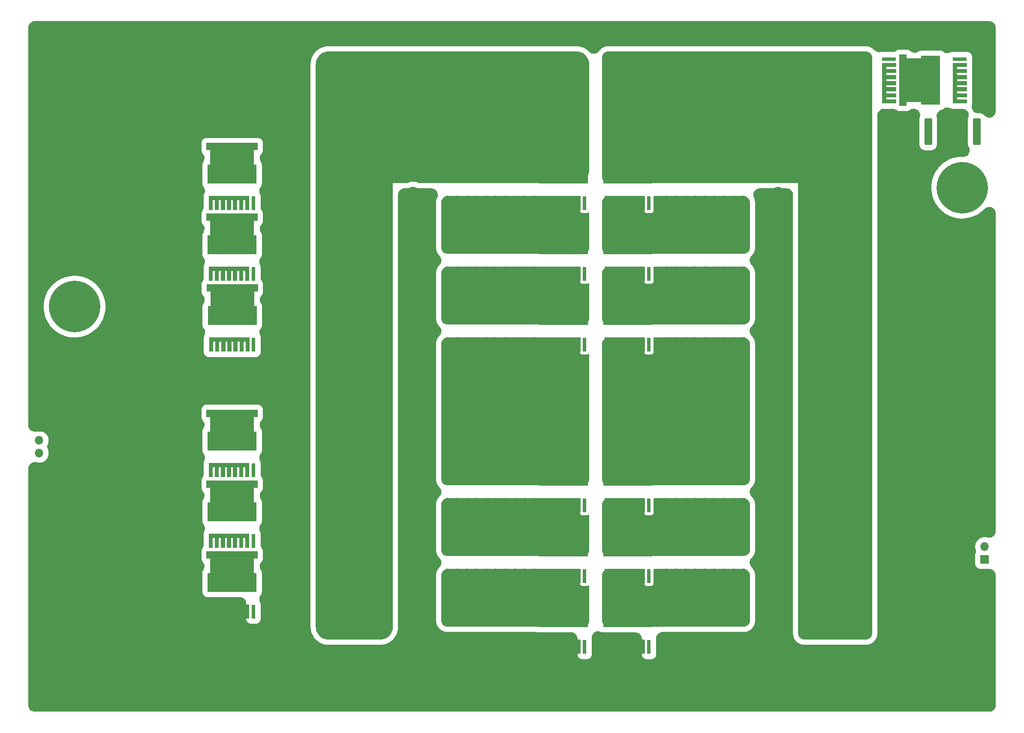
<source format=gbr>
%TF.GenerationSoftware,KiCad,Pcbnew,(6.0.0-rc1-57-gf03efa1cba)*%
%TF.CreationDate,2021-11-19T01:11:21-08:00*%
%TF.ProjectId,OpenCharger,4f70656e-4368-4617-9267-65722e6b6963,rev?*%
%TF.SameCoordinates,Original*%
%TF.FileFunction,Copper,L2,Bot*%
%TF.FilePolarity,Positive*%
%FSLAX46Y46*%
G04 Gerber Fmt 4.6, Leading zero omitted, Abs format (unit mm)*
G04 Created by KiCad (PCBNEW (6.0.0-rc1-57-gf03efa1cba)) date 2021-11-19 01:11:21*
%MOMM*%
%LPD*%
G01*
G04 APERTURE LIST*
G04 Aperture macros list*
%AMRoundRect*
0 Rectangle with rounded corners*
0 $1 Rounding radius*
0 $2 $3 $4 $5 $6 $7 $8 $9 X,Y pos of 4 corners*
0 Add a 4 corners polygon primitive as box body*
4,1,4,$2,$3,$4,$5,$6,$7,$8,$9,$2,$3,0*
0 Add four circle primitives for the rounded corners*
1,1,$1+$1,$2,$3*
1,1,$1+$1,$4,$5*
1,1,$1+$1,$6,$7*
1,1,$1+$1,$8,$9*
0 Add four rect primitives between the rounded corners*
20,1,$1+$1,$2,$3,$4,$5,0*
20,1,$1+$1,$4,$5,$6,$7,0*
20,1,$1+$1,$6,$7,$8,$9,0*
20,1,$1+$1,$8,$9,$2,$3,0*%
%AMFreePoly0*
4,1,29,0.400000,-4.000000,-2.400000,-4.000000,-2.400000,-3.200000,-0.400000,-3.200000,-0.400000,-2.800000,-2.400000,-2.800000,-2.400000,-2.000000,-0.400000,-2.000000,-0.400000,-1.600000,-2.400000,-1.600000,-2.400000,-0.800000,-0.400000,-0.800000,-0.400000,-0.400000,-2.400000,-0.400000,-2.400000,0.400000,-0.400000,0.400000,-0.400000,0.800000,-2.400000,0.800000,-2.400000,1.600000,-0.400000,1.600000,
-0.400000,2.000000,-2.400000,2.000000,-2.400000,2.800000,-0.400000,2.800000,-0.400000,3.200000,-2.400000,3.200000,-2.400000,4.000000,0.400000,4.000000,0.400000,-4.000000,0.400000,-4.000000,$1*%
%AMFreePoly1*
4,1,13,2.850000,-5.050000,1.450000,-5.050000,1.450000,-4.350000,-1.450000,-4.350000,-1.450000,-4.850000,-5.150000,-4.850000,-5.150000,4.850000,-1.450000,4.850000,-1.450000,4.350000,1.450000,4.350000,1.450000,5.050000,2.850000,5.050000,2.850000,-5.050000,2.850000,-5.050000,$1*%
G04 Aperture macros list end*
%TA.AperFunction,ComponentPad*%
%ADD10C,16.000000*%
%TD*%
%TA.AperFunction,ComponentPad*%
%ADD11R,1.700000X1.700000*%
%TD*%
%TA.AperFunction,ComponentPad*%
%ADD12O,1.700000X1.700000*%
%TD*%
%TA.AperFunction,ComponentPad*%
%ADD13C,2.400000*%
%TD*%
%TA.AperFunction,ComponentPad*%
%ADD14R,2.400000X2.400000*%
%TD*%
%TA.AperFunction,SMDPad,CuDef*%
%ADD15FreePoly0,180.000000*%
%TD*%
%TA.AperFunction,SMDPad,CuDef*%
%ADD16R,2.800000X0.800000*%
%TD*%
%TA.AperFunction,SMDPad,CuDef*%
%ADD17FreePoly1,180.000000*%
%TD*%
%TA.AperFunction,SMDPad,CuDef*%
%ADD18FreePoly1,90.000000*%
%TD*%
%TA.AperFunction,SMDPad,CuDef*%
%ADD19R,0.800000X2.800000*%
%TD*%
%TA.AperFunction,SMDPad,CuDef*%
%ADD20FreePoly0,90.000000*%
%TD*%
%TA.AperFunction,ComponentPad*%
%ADD21C,10.160000*%
%TD*%
%TA.AperFunction,SMDPad,CuDef*%
%ADD22RoundRect,0.250001X-0.487499X-2.399999X0.487499X-2.399999X0.487499X2.399999X-0.487499X2.399999X0*%
%TD*%
%TA.AperFunction,ViaPad*%
%ADD23C,1.524000*%
%TD*%
G04 APERTURE END LIST*
D10*
%TO.P,L1,1,1*%
%TO.N,/DC-DC Converter/L+*%
X165558000Y-220218000D03*
%TO.P,L1,2,2*%
%TO.N,/DC-DC Converter/L-*%
X197358000Y-220218000D03*
%TD*%
D11*
%TO.P,J5,1,Pin_1*%
%TO.N,+3V3*%
X258445000Y-252100000D03*
D12*
%TO.P,J5,2,Pin_2*%
%TO.N,+12V*%
X258445000Y-249560000D03*
%TD*%
D13*
%TO.P,C16,2*%
%TO.N,Earth*%
X217627755Y-179705000D03*
D14*
%TO.P,C16,1*%
%TO.N,/V_{REG}*%
X225127755Y-179705000D03*
%TD*%
%TO.P,C15,1*%
%TO.N,/V_{REG}*%
X225127755Y-248285000D03*
D13*
%TO.P,C15,2*%
%TO.N,Earth*%
X217627755Y-248285000D03*
%TD*%
D14*
%TO.P,C14,1*%
%TO.N,/V_{REG}*%
X225127755Y-265430000D03*
D13*
%TO.P,C14,2*%
%TO.N,Earth*%
X217627755Y-265430000D03*
%TD*%
D14*
%TO.P,C13,1*%
%TO.N,/V_{DC}*%
X138035001Y-248285000D03*
D13*
%TO.P,C13,2*%
%TO.N,Earth*%
X145535001Y-248285000D03*
%TD*%
D14*
%TO.P,C12,1*%
%TO.N,/V_{DC}*%
X138092246Y-265430000D03*
D13*
%TO.P,C12,2*%
%TO.N,Earth*%
X145592246Y-265430000D03*
%TD*%
D14*
%TO.P,C9,1*%
%TO.N,/V_{DC}*%
X138092246Y-213995000D03*
D13*
%TO.P,C9,2*%
%TO.N,Earth*%
X145592246Y-213995000D03*
%TD*%
D14*
%TO.P,C10,1*%
%TO.N,/V_{REG}*%
X225127755Y-196850000D03*
D13*
%TO.P,C10,2*%
%TO.N,Earth*%
X217627755Y-196850000D03*
%TD*%
D14*
%TO.P,C8,1*%
%TO.N,/V_{REG}*%
X225127756Y-231140000D03*
D13*
%TO.P,C8,2*%
%TO.N,Earth*%
X217627756Y-231140000D03*
%TD*%
D14*
%TO.P,C6,1*%
%TO.N,/V_{REG}*%
X225127755Y-213995000D03*
D13*
%TO.P,C6,2*%
%TO.N,Earth*%
X217627755Y-213995000D03*
%TD*%
D14*
%TO.P,C5,1*%
%TO.N,/V_{DC}*%
X138092246Y-179705000D03*
D13*
%TO.P,C5,2*%
%TO.N,Earth*%
X145592246Y-179705000D03*
%TD*%
D14*
%TO.P,C4,1*%
%TO.N,/V_{DC}*%
X138092247Y-231140000D03*
D13*
%TO.P,C4,2*%
%TO.N,Earth*%
X145592247Y-231140000D03*
%TD*%
D14*
%TO.P,C3,1*%
%TO.N,/V_{DC}*%
X138092246Y-196850000D03*
D13*
%TO.P,C3,2*%
%TO.N,Earth*%
X145592246Y-196850000D03*
%TD*%
D11*
%TO.P,J2,1,Pin_1*%
%TO.N,Earth*%
X71755000Y-226075000D03*
D12*
%TO.P,J2,2,Pin_2*%
%TO.N,/PP*%
X71755000Y-228615000D03*
%TO.P,J2,3,Pin_3*%
%TO.N,/CP*%
X71755000Y-231155000D03*
%TD*%
D15*
%TO.P,Q26,2,S*%
%TO.N,Net-(Q8-Pad3)*%
X238565000Y-158080000D03*
D16*
%TO.P,Q26,1,G*%
%TO.N,unconnected-(Q26-Pad1)*%
X239565000Y-153280000D03*
D17*
%TO.P,Q26,3,D*%
%TO.N,/V_{REG}*%
X230515000Y-157480000D03*
%TD*%
D18*
%TO.P,Q13,3,D*%
%TO.N,/V_{DC}*%
X109855000Y-172730000D03*
D19*
%TO.P,Q13,1,G*%
%TO.N,unconnected-(Q13-Pad1)*%
X114055000Y-181780000D03*
D20*
%TO.P,Q13,2,S*%
%TO.N,Net-(Q13-Pad2)*%
X109255000Y-180780000D03*
%TD*%
D18*
%TO.P,Q15,3,D*%
%TO.N,Net-(Q14-Pad2)*%
X109890000Y-200670000D03*
D19*
%TO.P,Q15,1,G*%
%TO.N,unconnected-(Q15-Pad1)*%
X114090000Y-209720000D03*
D20*
%TO.P,Q15,2,S*%
%TO.N,/N*%
X109290000Y-208720000D03*
%TD*%
D18*
%TO.P,Q14,3,D*%
%TO.N,Net-(Q13-Pad2)*%
X109855000Y-186700000D03*
D19*
%TO.P,Q14,1,G*%
%TO.N,unconnected-(Q14-Pad1)*%
X114055000Y-195750000D03*
D20*
%TO.P,Q14,2,S*%
%TO.N,Net-(Q14-Pad2)*%
X109255000Y-194750000D03*
%TD*%
D21*
%TO.P,J6,1,Pin_1*%
%TO.N,/N*%
X78740000Y-202184000D03*
%TD*%
D20*
%TO.P,Q25,2,S*%
%TO.N,/DC-DC Converter/BOOST_DS2*%
X187360000Y-180780000D03*
D19*
%TO.P,Q25,1,G*%
%TO.N,/DC-DC Converter/BOOST_DG2*%
X192160000Y-181780000D03*
D18*
%TO.P,Q25,3,D*%
%TO.N,/V_{REG}*%
X187960000Y-172730000D03*
%TD*%
D20*
%TO.P,Q24,2,S*%
%TO.N,/DC-DC Converter/BOOST_DS1*%
X187360000Y-194750000D03*
D19*
%TO.P,Q24,1,G*%
%TO.N,/DC-DC Converter/BOOST_DG1*%
X192160000Y-195750000D03*
D18*
%TO.P,Q24,3,D*%
%TO.N,/DC-DC Converter/BOOST_DS2*%
X187960000Y-186700000D03*
%TD*%
D20*
%TO.P,Q23,2,S*%
%TO.N,/DC-DC Converter/BOOST_SS1*%
X187360000Y-254440000D03*
D19*
%TO.P,Q23,1,G*%
%TO.N,/DC-DC Converter/BOOST_SG1*%
X192160000Y-255440000D03*
D18*
%TO.P,Q23,3,D*%
%TO.N,/DC-DC Converter/BOOST_SS2*%
X187960000Y-246390000D03*
%TD*%
D20*
%TO.P,Q22,2,S*%
%TO.N,/DC-DC Converter/BOOST_SS2*%
X187360000Y-240470000D03*
D19*
%TO.P,Q22,1,G*%
%TO.N,/DC-DC Converter/BOOST_SG2*%
X192160000Y-241470000D03*
D18*
%TO.P,Q22,3,D*%
%TO.N,/DC-DC Converter/L-*%
X187960000Y-232420000D03*
%TD*%
D20*
%TO.P,Q21,2,S*%
%TO.N,/DC-DC Converter/BUCK_DS1*%
X174660000Y-254430000D03*
D19*
%TO.P,Q21,1,G*%
%TO.N,/DC-DC Converter/BUCK_DG1*%
X179460000Y-255430000D03*
D18*
%TO.P,Q21,3,D*%
%TO.N,/DC-DC Converter/BUCK_DS2*%
X175260000Y-246380000D03*
%TD*%
D20*
%TO.P,Q20,2,S*%
%TO.N,/DC-DC Converter/BUCK_DS2*%
X174660000Y-240460000D03*
D19*
%TO.P,Q20,1,G*%
%TO.N,/DC-DC Converter/BUCK_DG2*%
X179460000Y-241460000D03*
D18*
%TO.P,Q20,3,D*%
%TO.N,/DC-DC Converter/L+*%
X175260000Y-232410000D03*
%TD*%
D20*
%TO.P,Q19,2,S*%
%TO.N,/DC-DC Converter/L+*%
X174660000Y-208720000D03*
D19*
%TO.P,Q19,1,G*%
%TO.N,/DC-DC Converter/BUCK_SG0*%
X179460000Y-209720000D03*
D18*
%TO.P,Q19,3,D*%
%TO.N,/DC-DC Converter/BUCK_SS1*%
X175260000Y-200670000D03*
%TD*%
D20*
%TO.P,Q18,2,S*%
%TO.N,/DC-DC Converter/BUCK_SS1*%
X174660000Y-194750000D03*
D19*
%TO.P,Q18,1,G*%
%TO.N,/DC-DC Converter/BUCK_SG1*%
X179460000Y-195750000D03*
D18*
%TO.P,Q18,3,D*%
%TO.N,/DC-DC Converter/BUCK_SS2*%
X175260000Y-186700000D03*
%TD*%
D20*
%TO.P,Q12,2,S*%
%TO.N,Earth*%
X109255000Y-261425000D03*
D19*
%TO.P,Q12,1,G*%
%TO.N,unconnected-(Q12-Pad1)*%
X114055000Y-262425000D03*
D18*
%TO.P,Q12,3,D*%
%TO.N,Net-(Q11-Pad2)*%
X109855000Y-253375000D03*
%TD*%
D20*
%TO.P,Q11,2,S*%
%TO.N,Net-(Q11-Pad2)*%
X109255000Y-247455000D03*
D19*
%TO.P,Q11,1,G*%
%TO.N,unconnected-(Q11-Pad1)*%
X114055000Y-248455000D03*
D18*
%TO.P,Q11,3,D*%
%TO.N,Net-(Q10-Pad2)*%
X109855000Y-239405000D03*
%TD*%
D20*
%TO.P,Q10,2,S*%
%TO.N,Net-(Q10-Pad2)*%
X109255000Y-233485000D03*
D19*
%TO.P,Q10,1,G*%
%TO.N,unconnected-(Q10-Pad1)*%
X114055000Y-234485000D03*
D18*
%TO.P,Q10,3,D*%
%TO.N,/L1*%
X109855000Y-225435000D03*
%TD*%
D21*
%TO.P,J3,1,Pin_1*%
%TO.N,/V_{BATT}*%
X254000000Y-178675000D03*
%TO.P,J3,2,Pin_2*%
%TO.N,Earth*%
X254000000Y-208645000D03*
%TD*%
D19*
%TO.P,Q7,1,G*%
%TO.N,/DC-DC Converter/BOOST_SG0*%
X192160000Y-269410000D03*
D20*
%TO.P,Q7,2,S*%
%TO.N,Earth*%
X187360000Y-268410000D03*
D18*
%TO.P,Q7,3,D*%
%TO.N,/DC-DC Converter/BOOST_SS1*%
X187960000Y-260360000D03*
%TD*%
D19*
%TO.P,Q9,1,G*%
%TO.N,/DC-DC Converter/BOOST_DG0*%
X192160000Y-209720000D03*
D20*
%TO.P,Q9,2,S*%
%TO.N,/DC-DC Converter/L-*%
X187360000Y-208720000D03*
D18*
%TO.P,Q9,3,D*%
%TO.N,/DC-DC Converter/BOOST_DS1*%
X187960000Y-200670000D03*
%TD*%
D19*
%TO.P,Q6,1,G*%
%TO.N,/DC-DC Converter/BUCK_DG0*%
X179460000Y-269400000D03*
D20*
%TO.P,Q6,2,S*%
%TO.N,Earth*%
X174660000Y-268400000D03*
D18*
%TO.P,Q6,3,D*%
%TO.N,/DC-DC Converter/BUCK_DS1*%
X175260000Y-260350000D03*
%TD*%
D19*
%TO.P,Q5,1,G*%
%TO.N,/DC-DC Converter/BUCK_SG2*%
X179460000Y-181780000D03*
D20*
%TO.P,Q5,2,S*%
%TO.N,/DC-DC Converter/BUCK_SS2*%
X174660000Y-180780000D03*
D18*
%TO.P,Q5,3,D*%
%TO.N,/V_{DC}*%
X175260000Y-172730000D03*
%TD*%
D22*
%TO.P,R7,1*%
%TO.N,Net-(Q8-Pad2)*%
X247282500Y-167640000D03*
%TO.P,R7,2*%
%TO.N,/V_{BATT}*%
X256907500Y-167640000D03*
%TD*%
D16*
%TO.P,Q8,1,G*%
%TO.N,unconnected-(Q8-Pad1)*%
X253535000Y-153280000D03*
D15*
%TO.P,Q8,2,S*%
%TO.N,Net-(Q8-Pad2)*%
X252535000Y-158080000D03*
D17*
%TO.P,Q8,3,D*%
%TO.N,Net-(Q8-Pad3)*%
X244485000Y-157480000D03*
%TD*%
D23*
%TO.N,/DC-DC Converter/L+*%
X161925000Y-216535000D03*
X161925000Y-223520000D03*
%TO.N,/DC-DC Converter/L-*%
X195580000Y-235585000D03*
X197485000Y-235585000D03*
X199390000Y-235585000D03*
X201295000Y-235585000D03*
X203200000Y-235585000D03*
X205105000Y-235585000D03*
X207010000Y-235585000D03*
X208915000Y-235585000D03*
X210820000Y-235585000D03*
X210820000Y-233680000D03*
X208915000Y-233680000D03*
X207010000Y-233680000D03*
X205105000Y-233680000D03*
X203200000Y-233680000D03*
X201295000Y-233680000D03*
X199390000Y-233680000D03*
X197485000Y-233680000D03*
X195580000Y-233680000D03*
X195580000Y-231775000D03*
X197485000Y-231775000D03*
X199390000Y-231775000D03*
X201295000Y-231775000D03*
X203200000Y-231775000D03*
X205105000Y-231775000D03*
X207010000Y-231775000D03*
X208915000Y-231775000D03*
X210820000Y-231775000D03*
X210820000Y-229870000D03*
X208915000Y-229870000D03*
X207010000Y-229870000D03*
X205105000Y-229870000D03*
X203200000Y-229870000D03*
X201295000Y-229870000D03*
X199390000Y-229870000D03*
X197485000Y-229870000D03*
X195580000Y-229870000D03*
X195580000Y-227965000D03*
X197485000Y-227965000D03*
X199390000Y-227965000D03*
X201295000Y-227965000D03*
X203200000Y-227965000D03*
X205105000Y-227965000D03*
X207010000Y-227965000D03*
X208915000Y-227965000D03*
X210820000Y-227965000D03*
X197485000Y-226060000D03*
X195580000Y-226060000D03*
X199390000Y-226060000D03*
X201295000Y-226060000D03*
X203200000Y-226060000D03*
X205105000Y-226060000D03*
X207010000Y-226060000D03*
X208915000Y-226060000D03*
X210820000Y-226060000D03*
X193675000Y-216535000D03*
X193675000Y-224155000D03*
X201295000Y-224155000D03*
X203200000Y-224155000D03*
X205105000Y-224155000D03*
X207010000Y-224155000D03*
X208915000Y-224155000D03*
X210820000Y-224155000D03*
X210820000Y-222250000D03*
X208915000Y-222250000D03*
X207010000Y-222250000D03*
X205105000Y-222250000D03*
X203200000Y-222250000D03*
X203200000Y-220345000D03*
X205105000Y-220345000D03*
X207010000Y-220345000D03*
X208915000Y-220345000D03*
X210820000Y-220345000D03*
X184150000Y-235585000D03*
X186055000Y-235585000D03*
X187960000Y-235585000D03*
X189865000Y-235585000D03*
X191770000Y-235585000D03*
X193675000Y-235585000D03*
X193675000Y-233680000D03*
X191770000Y-233680000D03*
X189865000Y-233680000D03*
X187960000Y-233680000D03*
X186055000Y-233680000D03*
X184150000Y-233680000D03*
X184150000Y-231775000D03*
X186055000Y-231775000D03*
X187960000Y-231775000D03*
X189865000Y-231775000D03*
X191770000Y-231775000D03*
X193675000Y-231775000D03*
X193675000Y-229870000D03*
X191770000Y-229870000D03*
X189865000Y-229870000D03*
X187960000Y-229870000D03*
X186055000Y-229870000D03*
X184150000Y-229870000D03*
X184150000Y-227965000D03*
X186055000Y-227965000D03*
X187960000Y-227965000D03*
X189865000Y-227965000D03*
X191770000Y-227965000D03*
X193675000Y-227965000D03*
X193675000Y-226060000D03*
X191770000Y-226060000D03*
X189865000Y-226060000D03*
X187960000Y-226060000D03*
X186055000Y-226060000D03*
X184150000Y-226060000D03*
X184150000Y-224155000D03*
X186055000Y-224155000D03*
X187960000Y-224155000D03*
X189865000Y-224155000D03*
X191770000Y-224155000D03*
X191770000Y-222250000D03*
X189865000Y-222250000D03*
X187960000Y-222250000D03*
X186055000Y-222250000D03*
X184150000Y-222250000D03*
X210820000Y-218440000D03*
X210820000Y-216535000D03*
X210820000Y-214630000D03*
X210820000Y-212725000D03*
X210820000Y-210820000D03*
X210820000Y-208915000D03*
X208915000Y-208915000D03*
X208915000Y-210820000D03*
X208915000Y-212725000D03*
X208915000Y-214630000D03*
X208915000Y-216535000D03*
X208915000Y-218440000D03*
X205105000Y-218440000D03*
X207010000Y-218440000D03*
X207010000Y-216535000D03*
X207010000Y-214630000D03*
X207010000Y-212725000D03*
X207010000Y-210820000D03*
X207010000Y-208915000D03*
X205105000Y-208915000D03*
X205105000Y-210820000D03*
X205105000Y-212725000D03*
X205105000Y-214630000D03*
X205105000Y-216535000D03*
X201295000Y-216535000D03*
X203200000Y-218440000D03*
X203200000Y-216535000D03*
X203200000Y-214630000D03*
X203200000Y-212725000D03*
X203200000Y-210820000D03*
X203200000Y-208915000D03*
X191770000Y-220345000D03*
X189865000Y-220345000D03*
X187960000Y-220345000D03*
X187960000Y-218440000D03*
X189865000Y-218440000D03*
X191770000Y-218440000D03*
X191770000Y-216535000D03*
X189865000Y-216535000D03*
X187960000Y-216535000D03*
X191770000Y-214630000D03*
X193675000Y-214630000D03*
X195580000Y-214630000D03*
X197485000Y-214630000D03*
X199390000Y-214630000D03*
X201295000Y-214630000D03*
X201295000Y-212725000D03*
X201295000Y-210820000D03*
X201295000Y-208915000D03*
X199390000Y-208915000D03*
X199390000Y-210820000D03*
X199390000Y-212725000D03*
X197485000Y-212725000D03*
X197485000Y-210820000D03*
X197485000Y-208915000D03*
X195580000Y-208915000D03*
X195580000Y-210820000D03*
X195580000Y-212725000D03*
X193675000Y-212725000D03*
X191770000Y-212725000D03*
X189865000Y-212725000D03*
X189865000Y-214630000D03*
X187960000Y-214630000D03*
X187960000Y-212725000D03*
X186055000Y-212725000D03*
X186055000Y-214630000D03*
X186055000Y-216535000D03*
X186055000Y-218440000D03*
X186055000Y-220345000D03*
X184150000Y-220345000D03*
X184150000Y-218440000D03*
X184150000Y-216535000D03*
X184150000Y-214630000D03*
X184150000Y-212725000D03*
%TO.N,/DC-DC Converter/BUCK_SS2*%
X179070000Y-184785000D03*
%TO.N,/DC-DC Converter/BOOST_DS2*%
X193675000Y-184785000D03*
X191770000Y-184785000D03*
%TO.N,/V_{DC}*%
X171450000Y-165100000D03*
X173355000Y-165100000D03*
X175260000Y-165100000D03*
X177165000Y-165100000D03*
X179070000Y-165100000D03*
X179070000Y-167005000D03*
X177165000Y-167005000D03*
X175260000Y-167005000D03*
X173355000Y-167005000D03*
X171450000Y-167005000D03*
%TO.N,/DC-DC Converter/BOOST_SS1*%
X203200000Y-258445000D03*
X203200000Y-256540000D03*
X207010000Y-258445000D03*
X205105000Y-254635000D03*
X195580000Y-254635000D03*
X207010000Y-256540000D03*
X191770000Y-262255000D03*
X208915000Y-264160000D03*
X201295000Y-264160000D03*
X191770000Y-258445000D03*
X210820000Y-260350000D03*
X207010000Y-260350000D03*
X199390000Y-254635000D03*
X210820000Y-262255000D03*
X207010000Y-262255000D03*
X203200000Y-260350000D03*
X195580000Y-256540000D03*
X195580000Y-258445000D03*
X210820000Y-258445000D03*
X195580000Y-260350000D03*
X186055000Y-262255000D03*
X186055000Y-258445000D03*
X186055000Y-264160000D03*
X184150000Y-260350000D03*
X205105000Y-264160000D03*
X191770000Y-264160000D03*
X201295000Y-262255000D03*
X199390000Y-258445000D03*
X208915000Y-254635000D03*
X199390000Y-260350000D03*
X195580000Y-262255000D03*
X199390000Y-256540000D03*
X193675000Y-264160000D03*
X210820000Y-254635000D03*
X189865000Y-260350000D03*
X189865000Y-262255000D03*
X201295000Y-254635000D03*
X186055000Y-260350000D03*
X207010000Y-264160000D03*
X199390000Y-264160000D03*
X205105000Y-258445000D03*
X208915000Y-262255000D03*
X208915000Y-258445000D03*
X195580000Y-264160000D03*
X201295000Y-258445000D03*
X205105000Y-260350000D03*
X197485000Y-254635000D03*
X193675000Y-260350000D03*
X197485000Y-260350000D03*
X205105000Y-256540000D03*
X201295000Y-256540000D03*
X203200000Y-262255000D03*
X193675000Y-262255000D03*
X189865000Y-258445000D03*
X184150000Y-264160000D03*
X197485000Y-264160000D03*
X187960000Y-258445000D03*
X207010000Y-254635000D03*
X203200000Y-254635000D03*
X184150000Y-262255000D03*
X187960000Y-262255000D03*
X187960000Y-260350000D03*
X187960000Y-264160000D03*
X191770000Y-260350000D03*
X203200000Y-264160000D03*
X201295000Y-260350000D03*
X189865000Y-264160000D03*
X197485000Y-258445000D03*
X208915000Y-256540000D03*
X210820000Y-264160000D03*
X208915000Y-260350000D03*
X205105000Y-262255000D03*
X193675000Y-258445000D03*
X210820000Y-256540000D03*
X199390000Y-262255000D03*
X197485000Y-256540000D03*
X184150000Y-258445000D03*
X197485000Y-262255000D03*
%TO.N,/DC-DC Converter/BOOST_SS2*%
X203200000Y-244475000D03*
X203200000Y-242570000D03*
X207010000Y-244475000D03*
X205105000Y-240665000D03*
X195580000Y-240665000D03*
X207010000Y-242570000D03*
X191770000Y-248285000D03*
X208915000Y-250190000D03*
X201295000Y-250190000D03*
X191770000Y-244475000D03*
X210820000Y-246380000D03*
X207010000Y-246380000D03*
X199390000Y-240665000D03*
X210820000Y-248285000D03*
X207010000Y-248285000D03*
X203200000Y-246380000D03*
X195580000Y-242570000D03*
X195580000Y-244475000D03*
X210820000Y-244475000D03*
X195580000Y-246380000D03*
X186055000Y-248285000D03*
X186055000Y-244475000D03*
X186055000Y-250190000D03*
X184150000Y-246380000D03*
X205105000Y-250190000D03*
X191770000Y-250190000D03*
X201295000Y-248285000D03*
X199390000Y-244475000D03*
X208915000Y-240665000D03*
X199390000Y-246380000D03*
X195580000Y-248285000D03*
X199390000Y-242570000D03*
X193675000Y-250190000D03*
X210820000Y-240665000D03*
X189865000Y-246380000D03*
X189865000Y-248285000D03*
X201295000Y-240665000D03*
X186055000Y-246380000D03*
X207010000Y-250190000D03*
X199390000Y-250190000D03*
X205105000Y-244475000D03*
X208915000Y-248285000D03*
X208915000Y-244475000D03*
X195580000Y-250190000D03*
X201295000Y-244475000D03*
X205105000Y-246380000D03*
X197485000Y-240665000D03*
X193675000Y-246380000D03*
X197485000Y-246380000D03*
X205105000Y-242570000D03*
X201295000Y-242570000D03*
X203200000Y-248285000D03*
X193675000Y-248285000D03*
X189865000Y-244475000D03*
X184150000Y-250190000D03*
X197485000Y-250190000D03*
X187960000Y-244475000D03*
X207010000Y-240665000D03*
X203200000Y-240665000D03*
X184150000Y-248285000D03*
X187960000Y-248285000D03*
X187960000Y-246380000D03*
X187960000Y-250190000D03*
X191770000Y-246380000D03*
X203200000Y-250190000D03*
X201295000Y-246380000D03*
X189865000Y-250190000D03*
X197485000Y-244475000D03*
X208915000Y-242570000D03*
X210820000Y-250190000D03*
X208915000Y-246380000D03*
X205105000Y-248285000D03*
X193675000Y-244475000D03*
X210820000Y-242570000D03*
X199390000Y-248285000D03*
X197485000Y-242570000D03*
X184150000Y-244475000D03*
X197485000Y-248285000D03*
%TO.N,/DC-DC Converter/BOOST_DS1*%
X203200000Y-198755000D03*
X203200000Y-196850000D03*
X207010000Y-198755000D03*
X205105000Y-194945000D03*
X195580000Y-194945000D03*
X207010000Y-196850000D03*
X191770000Y-202565000D03*
X208915000Y-204470000D03*
X201295000Y-204470000D03*
X191770000Y-198755000D03*
X210820000Y-200660000D03*
X207010000Y-200660000D03*
X199390000Y-194945000D03*
X210820000Y-202565000D03*
X207010000Y-202565000D03*
X203200000Y-200660000D03*
X195580000Y-196850000D03*
X195580000Y-198755000D03*
X210820000Y-198755000D03*
X195580000Y-200660000D03*
X186055000Y-202565000D03*
X186055000Y-198755000D03*
X186055000Y-204470000D03*
X184150000Y-200660000D03*
X205105000Y-204470000D03*
X191770000Y-204470000D03*
X201295000Y-202565000D03*
X199390000Y-198755000D03*
X208915000Y-194945000D03*
X199390000Y-200660000D03*
X195580000Y-202565000D03*
X199390000Y-196850000D03*
X193675000Y-204470000D03*
X210820000Y-194945000D03*
X189865000Y-200660000D03*
X189865000Y-202565000D03*
X201295000Y-194945000D03*
X186055000Y-200660000D03*
X207010000Y-204470000D03*
X199390000Y-204470000D03*
X205105000Y-198755000D03*
X208915000Y-202565000D03*
X208915000Y-198755000D03*
X195580000Y-204470000D03*
X201295000Y-198755000D03*
X205105000Y-200660000D03*
X197485000Y-194945000D03*
X193675000Y-200660000D03*
X197485000Y-200660000D03*
X205105000Y-196850000D03*
X201295000Y-196850000D03*
X203200000Y-202565000D03*
X193675000Y-202565000D03*
X189865000Y-198755000D03*
X184150000Y-204470000D03*
X197485000Y-204470000D03*
X187960000Y-198755000D03*
X207010000Y-194945000D03*
X203200000Y-194945000D03*
X184150000Y-202565000D03*
X187960000Y-202565000D03*
X187960000Y-200660000D03*
X187960000Y-204470000D03*
X191770000Y-200660000D03*
X203200000Y-204470000D03*
X201295000Y-200660000D03*
X189865000Y-204470000D03*
X197485000Y-198755000D03*
X208915000Y-196850000D03*
X210820000Y-204470000D03*
X208915000Y-200660000D03*
X205105000Y-202565000D03*
X193675000Y-198755000D03*
X210820000Y-196850000D03*
X199390000Y-202565000D03*
X197485000Y-196850000D03*
X184150000Y-198755000D03*
X197485000Y-202565000D03*
%TO.N,/DC-DC Converter/BOOST_DS2*%
X203200000Y-184785000D03*
X203200000Y-182880000D03*
X207010000Y-184785000D03*
X205105000Y-180975000D03*
X195580000Y-180975000D03*
X207010000Y-182880000D03*
X191770000Y-188595000D03*
X208915000Y-190500000D03*
X201295000Y-190500000D03*
X210820000Y-186690000D03*
X207010000Y-186690000D03*
X199390000Y-180975000D03*
X210820000Y-188595000D03*
X207010000Y-188595000D03*
X203200000Y-186690000D03*
X195580000Y-182880000D03*
X195580000Y-184785000D03*
X210820000Y-184785000D03*
X195580000Y-186690000D03*
X186055000Y-188595000D03*
X186055000Y-184785000D03*
X186055000Y-190500000D03*
X184150000Y-186690000D03*
X205105000Y-190500000D03*
X191770000Y-190500000D03*
X201295000Y-188595000D03*
X199390000Y-184785000D03*
X208915000Y-180975000D03*
X199390000Y-186690000D03*
X195580000Y-188595000D03*
X199390000Y-182880000D03*
X193675000Y-190500000D03*
X210820000Y-180975000D03*
X189865000Y-186690000D03*
X189865000Y-188595000D03*
X201295000Y-180975000D03*
X186055000Y-186690000D03*
X207010000Y-190500000D03*
X199390000Y-190500000D03*
X205105000Y-184785000D03*
X208915000Y-188595000D03*
X208915000Y-184785000D03*
X195580000Y-190500000D03*
X201295000Y-184785000D03*
X205105000Y-186690000D03*
X197485000Y-180975000D03*
X193675000Y-186690000D03*
X197485000Y-186690000D03*
X205105000Y-182880000D03*
X201295000Y-182880000D03*
X203200000Y-188595000D03*
X193675000Y-188595000D03*
X189865000Y-184785000D03*
X184150000Y-190500000D03*
X197485000Y-190500000D03*
X187960000Y-184785000D03*
X207010000Y-180975000D03*
X203200000Y-180975000D03*
X184150000Y-188595000D03*
X187960000Y-188595000D03*
X187960000Y-186690000D03*
X187960000Y-190500000D03*
X191770000Y-186690000D03*
X203200000Y-190500000D03*
X201295000Y-186690000D03*
X189865000Y-190500000D03*
X197485000Y-184785000D03*
X208915000Y-182880000D03*
X210820000Y-190500000D03*
X208915000Y-186690000D03*
X205105000Y-188595000D03*
X210820000Y-182880000D03*
X199390000Y-188595000D03*
X197485000Y-182880000D03*
X184150000Y-184785000D03*
X197485000Y-188595000D03*
%TO.N,/V_{DC}*%
X160020000Y-168910000D03*
X160020000Y-167005000D03*
X156210000Y-168910000D03*
X165735000Y-176530000D03*
X158115000Y-165100000D03*
X167640000Y-165100000D03*
X175260000Y-176530000D03*
X156210000Y-167005000D03*
X171450000Y-172720000D03*
X161925000Y-176530000D03*
X154305000Y-174625000D03*
X161925000Y-174625000D03*
X171450000Y-168910000D03*
X152400000Y-170815000D03*
X156210000Y-170815000D03*
X163830000Y-165100000D03*
X152400000Y-172720000D03*
X156210000Y-176530000D03*
X156210000Y-172720000D03*
X160020000Y-170815000D03*
X167640000Y-167005000D03*
X167640000Y-168910000D03*
X152400000Y-168910000D03*
X167640000Y-170815000D03*
X177165000Y-172720000D03*
X177165000Y-168910000D03*
X177165000Y-174625000D03*
X179070000Y-170815000D03*
X158115000Y-174625000D03*
X171450000Y-174625000D03*
X161925000Y-172720000D03*
X163830000Y-168910000D03*
X154305000Y-165100000D03*
X163830000Y-170815000D03*
X167640000Y-172720000D03*
X163830000Y-167005000D03*
X169545000Y-174625000D03*
X152400000Y-165100000D03*
X173355000Y-170815000D03*
X173355000Y-172720000D03*
X161925000Y-165100000D03*
X177165000Y-170815000D03*
X173355000Y-176530000D03*
X156210000Y-174625000D03*
X163830000Y-174625000D03*
X169545000Y-165100000D03*
X158115000Y-168910000D03*
X154305000Y-172720000D03*
X179070000Y-176530000D03*
X154305000Y-168910000D03*
X167640000Y-174625000D03*
X161925000Y-168910000D03*
X158115000Y-170815000D03*
X158115000Y-176530000D03*
X165735000Y-165100000D03*
X169545000Y-170815000D03*
X165735000Y-170815000D03*
X158115000Y-167005000D03*
X161925000Y-167005000D03*
X160020000Y-172720000D03*
X167640000Y-176530000D03*
X169545000Y-172720000D03*
X173355000Y-168910000D03*
X179070000Y-174625000D03*
X169545000Y-176530000D03*
X165735000Y-174625000D03*
X175260000Y-168910000D03*
X156210000Y-165100000D03*
X160020000Y-165100000D03*
X179070000Y-172720000D03*
X175260000Y-172720000D03*
X175260000Y-170815000D03*
X171450000Y-176530000D03*
X152400000Y-176530000D03*
X175260000Y-174625000D03*
X171450000Y-170815000D03*
X163830000Y-176530000D03*
X154305000Y-176530000D03*
X169545000Y-167005000D03*
X160020000Y-174625000D03*
X161925000Y-170815000D03*
X173355000Y-174625000D03*
X165735000Y-168910000D03*
X154305000Y-167005000D03*
X152400000Y-174625000D03*
X154305000Y-170815000D03*
X158115000Y-172720000D03*
X169545000Y-168910000D03*
X152400000Y-167005000D03*
X160020000Y-176530000D03*
X163830000Y-172720000D03*
X165735000Y-167005000D03*
X177165000Y-176530000D03*
X179070000Y-168910000D03*
X165735000Y-172720000D03*
%TO.N,/DC-DC Converter/BUCK_SS2*%
X160020000Y-184785000D03*
X160020000Y-182880000D03*
X156210000Y-184785000D03*
X158115000Y-180975000D03*
X167640000Y-180975000D03*
X156210000Y-182880000D03*
X171450000Y-188595000D03*
X154305000Y-190500000D03*
X161925000Y-190500000D03*
X171450000Y-184785000D03*
X152400000Y-186690000D03*
X156210000Y-186690000D03*
X163830000Y-180975000D03*
X152400000Y-188595000D03*
X156210000Y-188595000D03*
X160020000Y-186690000D03*
X167640000Y-182880000D03*
X167640000Y-184785000D03*
X152400000Y-184785000D03*
X167640000Y-186690000D03*
X177165000Y-188595000D03*
X177165000Y-184785000D03*
X177165000Y-190500000D03*
X179070000Y-186690000D03*
X158115000Y-190500000D03*
X171450000Y-190500000D03*
X161925000Y-188595000D03*
X163830000Y-184785000D03*
X154305000Y-180975000D03*
X163830000Y-186690000D03*
X167640000Y-188595000D03*
X163830000Y-182880000D03*
X169545000Y-190500000D03*
X152400000Y-180975000D03*
X173355000Y-186690000D03*
X173355000Y-188595000D03*
X161925000Y-180975000D03*
X177165000Y-186690000D03*
X156210000Y-190500000D03*
X163830000Y-190500000D03*
X169545000Y-180975000D03*
X158115000Y-184785000D03*
X154305000Y-188595000D03*
X154305000Y-184785000D03*
X167640000Y-190500000D03*
X161925000Y-184785000D03*
X158115000Y-186690000D03*
X165735000Y-180975000D03*
X169545000Y-186690000D03*
X165735000Y-186690000D03*
X158115000Y-182880000D03*
X161925000Y-182880000D03*
X160020000Y-188595000D03*
X169545000Y-188595000D03*
X173355000Y-184785000D03*
X179070000Y-190500000D03*
X165735000Y-190500000D03*
X175260000Y-184785000D03*
X156210000Y-180975000D03*
X160020000Y-180975000D03*
X179070000Y-188595000D03*
X175260000Y-188595000D03*
X175260000Y-186690000D03*
X175260000Y-190500000D03*
X171450000Y-186690000D03*
X169545000Y-182880000D03*
X160020000Y-190500000D03*
X161925000Y-186690000D03*
X173355000Y-190500000D03*
X165735000Y-184785000D03*
X154305000Y-182880000D03*
X152400000Y-190500000D03*
X154305000Y-186690000D03*
X158115000Y-188595000D03*
X169545000Y-184785000D03*
X152400000Y-182880000D03*
X163830000Y-188595000D03*
X165735000Y-182880000D03*
X165735000Y-188595000D03*
%TO.N,/DC-DC Converter/BUCK_SS1*%
X160020000Y-198755000D03*
X160020000Y-196850000D03*
X156210000Y-198755000D03*
X158115000Y-194945000D03*
X167640000Y-194945000D03*
X156210000Y-196850000D03*
X171450000Y-202565000D03*
X154305000Y-204470000D03*
X161925000Y-204470000D03*
X171450000Y-198755000D03*
X152400000Y-200660000D03*
X156210000Y-200660000D03*
X163830000Y-194945000D03*
X152400000Y-202565000D03*
X156210000Y-202565000D03*
X160020000Y-200660000D03*
X167640000Y-196850000D03*
X167640000Y-198755000D03*
X152400000Y-198755000D03*
X167640000Y-200660000D03*
X177165000Y-202565000D03*
X177165000Y-198755000D03*
X177165000Y-204470000D03*
X179070000Y-200660000D03*
X158115000Y-204470000D03*
X171450000Y-204470000D03*
X161925000Y-202565000D03*
X163830000Y-198755000D03*
X154305000Y-194945000D03*
X163830000Y-200660000D03*
X167640000Y-202565000D03*
X163830000Y-196850000D03*
X169545000Y-204470000D03*
X152400000Y-194945000D03*
X173355000Y-200660000D03*
X173355000Y-202565000D03*
X161925000Y-194945000D03*
X177165000Y-200660000D03*
X156210000Y-204470000D03*
X163830000Y-204470000D03*
X169545000Y-194945000D03*
X158115000Y-198755000D03*
X154305000Y-202565000D03*
X154305000Y-198755000D03*
X167640000Y-204470000D03*
X161925000Y-198755000D03*
X158115000Y-200660000D03*
X165735000Y-194945000D03*
X169545000Y-200660000D03*
X165735000Y-200660000D03*
X158115000Y-196850000D03*
X161925000Y-196850000D03*
X160020000Y-202565000D03*
X169545000Y-202565000D03*
X173355000Y-198755000D03*
X179070000Y-204470000D03*
X165735000Y-204470000D03*
X175260000Y-198755000D03*
X156210000Y-194945000D03*
X160020000Y-194945000D03*
X179070000Y-202565000D03*
X175260000Y-202565000D03*
X175260000Y-200660000D03*
X175260000Y-204470000D03*
X171450000Y-200660000D03*
X169545000Y-196850000D03*
X160020000Y-204470000D03*
X161925000Y-200660000D03*
X173355000Y-204470000D03*
X165735000Y-198755000D03*
X154305000Y-196850000D03*
X152400000Y-204470000D03*
X154305000Y-200660000D03*
X158115000Y-202565000D03*
X169545000Y-198755000D03*
X152400000Y-196850000D03*
X163830000Y-202565000D03*
X165735000Y-196850000D03*
X179070000Y-198755000D03*
X165735000Y-202565000D03*
%TO.N,/DC-DC Converter/BUCK_DS2*%
X160020000Y-244475000D03*
X160020000Y-242570000D03*
X156210000Y-244475000D03*
X158115000Y-240665000D03*
X167640000Y-240665000D03*
X156210000Y-242570000D03*
X171450000Y-248285000D03*
X154305000Y-250190000D03*
X161925000Y-250190000D03*
X171450000Y-244475000D03*
X152400000Y-246380000D03*
X156210000Y-246380000D03*
X163830000Y-240665000D03*
X152400000Y-248285000D03*
X156210000Y-248285000D03*
X160020000Y-246380000D03*
X167640000Y-242570000D03*
X167640000Y-244475000D03*
X152400000Y-244475000D03*
X167640000Y-246380000D03*
X177165000Y-248285000D03*
X177165000Y-244475000D03*
X177165000Y-250190000D03*
X179070000Y-246380000D03*
X158115000Y-250190000D03*
X171450000Y-250190000D03*
X161925000Y-248285000D03*
X163830000Y-244475000D03*
X154305000Y-240665000D03*
X163830000Y-246380000D03*
X167640000Y-248285000D03*
X163830000Y-242570000D03*
X169545000Y-250190000D03*
X152400000Y-240665000D03*
X173355000Y-246380000D03*
X173355000Y-248285000D03*
X161925000Y-240665000D03*
X177165000Y-246380000D03*
X156210000Y-250190000D03*
X163830000Y-250190000D03*
X169545000Y-240665000D03*
X158115000Y-244475000D03*
X154305000Y-248285000D03*
X154305000Y-244475000D03*
X167640000Y-250190000D03*
X161925000Y-244475000D03*
X158115000Y-246380000D03*
X165735000Y-240665000D03*
X169545000Y-246380000D03*
X165735000Y-246380000D03*
X158115000Y-242570000D03*
X161925000Y-242570000D03*
X160020000Y-248285000D03*
X169545000Y-248285000D03*
X173355000Y-244475000D03*
X179070000Y-250190000D03*
X165735000Y-250190000D03*
X175260000Y-244475000D03*
X156210000Y-240665000D03*
X160020000Y-240665000D03*
X179070000Y-248285000D03*
X175260000Y-248285000D03*
X175260000Y-246380000D03*
X175260000Y-250190000D03*
X171450000Y-246380000D03*
X169545000Y-242570000D03*
X160020000Y-250190000D03*
X161925000Y-246380000D03*
X173355000Y-250190000D03*
X165735000Y-244475000D03*
X154305000Y-242570000D03*
X152400000Y-250190000D03*
X154305000Y-246380000D03*
X158115000Y-248285000D03*
X169545000Y-244475000D03*
X152400000Y-242570000D03*
X163830000Y-248285000D03*
X165735000Y-242570000D03*
X179070000Y-244475000D03*
X165735000Y-248285000D03*
%TO.N,/DC-DC Converter/BUCK_DS1*%
X171450000Y-264160000D03*
X173355000Y-264160000D03*
X175260000Y-264160000D03*
X177165000Y-264160000D03*
X179070000Y-264160000D03*
X179070000Y-262255000D03*
X177165000Y-262255000D03*
X175260000Y-262255000D03*
X173355000Y-262255000D03*
X171450000Y-262255000D03*
X171450000Y-260350000D03*
X173355000Y-260350000D03*
X175260000Y-260350000D03*
X177165000Y-260350000D03*
X179070000Y-260350000D03*
X179070000Y-258445000D03*
X177165000Y-258445000D03*
X175260000Y-258445000D03*
X173355000Y-258445000D03*
X171450000Y-258445000D03*
X152400000Y-264160000D03*
X154305000Y-264160000D03*
X156210000Y-264160000D03*
X158115000Y-264160000D03*
X160020000Y-264160000D03*
X161925000Y-264160000D03*
X163830000Y-264160000D03*
X165735000Y-264160000D03*
X167640000Y-264160000D03*
X169545000Y-264160000D03*
X169545000Y-262255000D03*
X167640000Y-262255000D03*
X165735000Y-262255000D03*
X163830000Y-262255000D03*
X161925000Y-262255000D03*
X160020000Y-262255000D03*
X158115000Y-262255000D03*
X156210000Y-262255000D03*
X154305000Y-262255000D03*
X152400000Y-262255000D03*
X152400000Y-258445000D03*
X154305000Y-260350000D03*
X156210000Y-260350000D03*
X158115000Y-260350000D03*
X160020000Y-260350000D03*
X161925000Y-260350000D03*
X163830000Y-260350000D03*
X165735000Y-260350000D03*
X167640000Y-260350000D03*
X169545000Y-260350000D03*
X169545000Y-258445000D03*
X167640000Y-258445000D03*
X165735000Y-258445000D03*
X163830000Y-258445000D03*
X161925000Y-258445000D03*
X160020000Y-258445000D03*
X158115000Y-258445000D03*
X156210000Y-258445000D03*
X154305000Y-258445000D03*
X152400000Y-256540000D03*
X154305000Y-256540000D03*
X156210000Y-256540000D03*
X158115000Y-256540000D03*
X160020000Y-256540000D03*
X161925000Y-256540000D03*
X163830000Y-256540000D03*
X165735000Y-256540000D03*
X167640000Y-256540000D03*
X169545000Y-256540000D03*
X169545000Y-254635000D03*
X167640000Y-254635000D03*
X165735000Y-254635000D03*
X163830000Y-254635000D03*
X161925000Y-254635000D03*
X160020000Y-254635000D03*
X158115000Y-254635000D03*
X156210000Y-254635000D03*
X154305000Y-254635000D03*
X152400000Y-260350000D03*
X152400000Y-254635000D03*
%TO.N,/DC-DC Converter/BUCK_DS2*%
X152400000Y-240665000D03*
%TO.N,/DC-DC Converter/BOOST_SS2*%
X210820000Y-240665000D03*
%TO.N,/DC-DC Converter/BOOST_SS1*%
X210820000Y-254635000D03*
%TO.N,/DC-DC Converter/BOOST_DS1*%
X210820000Y-194945000D03*
%TO.N,/DC-DC Converter/BOOST_DS2*%
X210820000Y-180975000D03*
%TO.N,/DC-DC Converter/BUCK_SS1*%
X152400000Y-194945000D03*
%TO.N,/DC-DC Converter/BUCK_SS2*%
X152400000Y-180975000D03*
%TO.N,/DC-DC Converter/L+*%
X152400000Y-235585000D03*
X152400000Y-233680000D03*
X154305000Y-233680000D03*
X154305000Y-235585000D03*
X156210000Y-235585000D03*
X156210000Y-233680000D03*
X158115000Y-233680000D03*
X158115000Y-235585000D03*
X160020000Y-235585000D03*
X160020000Y-233680000D03*
X161925000Y-233680000D03*
X161925000Y-235585000D03*
X163830000Y-235585000D03*
X163830000Y-233680000D03*
X165735000Y-233680000D03*
X165735000Y-235585000D03*
X167640000Y-235585000D03*
X167640000Y-233680000D03*
X169545000Y-233680000D03*
X169545000Y-235585000D03*
X179070000Y-235585000D03*
X177165000Y-235585000D03*
X175260000Y-235585000D03*
X173355000Y-235585000D03*
X171450000Y-235585000D03*
X171450000Y-233680000D03*
X173355000Y-233680000D03*
X175260000Y-233680000D03*
X177165000Y-233680000D03*
X179070000Y-233680000D03*
X179070000Y-231775000D03*
X177165000Y-231775000D03*
X175260000Y-231775000D03*
X173355000Y-231775000D03*
X171450000Y-231775000D03*
X169545000Y-231775000D03*
X167640000Y-231775000D03*
X165735000Y-231775000D03*
X163830000Y-231775000D03*
X161925000Y-231775000D03*
X160020000Y-231775000D03*
X158115000Y-231775000D03*
X156210000Y-231775000D03*
X154305000Y-231775000D03*
X152400000Y-231775000D03*
X152400000Y-229870000D03*
X154305000Y-229870000D03*
X156210000Y-229870000D03*
X158115000Y-229870000D03*
X160020000Y-229870000D03*
X152400000Y-224155000D03*
X152400000Y-222250000D03*
X152400000Y-220345000D03*
X152400000Y-218440000D03*
X154305000Y-218440000D03*
X154305000Y-220345000D03*
X154305000Y-222250000D03*
X154305000Y-224155000D03*
X156210000Y-224155000D03*
X156210000Y-222250000D03*
X156210000Y-220345000D03*
X156210000Y-218440000D03*
X160020000Y-220345000D03*
X160020000Y-218440000D03*
X160020000Y-224155000D03*
X160020000Y-222250000D03*
X158115000Y-224155000D03*
X158115000Y-222250000D03*
X158115000Y-220345000D03*
X158115000Y-218440000D03*
X161925000Y-229870000D03*
X163830000Y-229870000D03*
X165735000Y-229870000D03*
X167640000Y-229870000D03*
X169545000Y-229870000D03*
X171450000Y-229870000D03*
X173355000Y-229870000D03*
X175260000Y-229870000D03*
X177165000Y-229870000D03*
X179070000Y-229870000D03*
X179070000Y-227965000D03*
X177165000Y-227965000D03*
X175260000Y-227965000D03*
X173355000Y-227965000D03*
X171450000Y-227965000D03*
X169545000Y-227965000D03*
X167640000Y-227965000D03*
X165735000Y-227965000D03*
X163830000Y-227965000D03*
X161925000Y-227965000D03*
X160020000Y-227965000D03*
X158115000Y-227965000D03*
X156210000Y-227965000D03*
X154305000Y-227965000D03*
X154305000Y-227965000D03*
X152400000Y-227965000D03*
X152400000Y-226060000D03*
X154305000Y-226060000D03*
X156210000Y-226060000D03*
X158115000Y-226060000D03*
X160020000Y-226060000D03*
X161925000Y-226060000D03*
X163830000Y-226060000D03*
X165735000Y-226060000D03*
X167640000Y-226060000D03*
X169545000Y-226060000D03*
X171450000Y-226060000D03*
X173355000Y-226060000D03*
X175260000Y-226060000D03*
X177165000Y-226060000D03*
X179070000Y-226060000D03*
X179070000Y-224155000D03*
X177165000Y-224155000D03*
X175260000Y-224155000D03*
X173355000Y-224155000D03*
X171450000Y-224155000D03*
X169545000Y-224155000D03*
X171450000Y-222250000D03*
X173355000Y-222250000D03*
X175260000Y-222250000D03*
X177165000Y-222250000D03*
X179070000Y-222250000D03*
X179070000Y-220345000D03*
X177165000Y-220345000D03*
X175260000Y-220345000D03*
X173355000Y-220345000D03*
X171450000Y-220345000D03*
X171450000Y-218440000D03*
X173355000Y-218440000D03*
X175260000Y-218440000D03*
X177165000Y-218440000D03*
X179070000Y-218440000D03*
X179070000Y-216535000D03*
X177165000Y-216535000D03*
X175260000Y-216535000D03*
X173355000Y-216535000D03*
X171450000Y-216535000D03*
X169545000Y-216535000D03*
X160020000Y-216535000D03*
X158115000Y-216535000D03*
X156210000Y-216535000D03*
X154305000Y-216535000D03*
X152400000Y-216535000D03*
X152400000Y-214630000D03*
X154305000Y-214630000D03*
X156210000Y-214630000D03*
X158115000Y-214630000D03*
X160020000Y-214630000D03*
X161925000Y-214630000D03*
X163830000Y-214630000D03*
X165735000Y-214630000D03*
X167640000Y-214630000D03*
X169545000Y-214630000D03*
X171450000Y-214630000D03*
X173355000Y-214630000D03*
X175260000Y-214630000D03*
X177165000Y-214630000D03*
X179070000Y-214630000D03*
X179070000Y-212725000D03*
X177165000Y-212725000D03*
X175260000Y-212725000D03*
X173355000Y-212725000D03*
X171450000Y-212725000D03*
X169545000Y-212725000D03*
X167640000Y-212725000D03*
X165735000Y-212725000D03*
X163830000Y-212725000D03*
X161925000Y-212725000D03*
X160020000Y-212725000D03*
X158115000Y-212725000D03*
X156210000Y-212725000D03*
X154305000Y-212725000D03*
X152400000Y-212725000D03*
X152400000Y-210820000D03*
X154305000Y-210820000D03*
X156210000Y-210820000D03*
X158115000Y-210820000D03*
X160020000Y-210820000D03*
X161925000Y-210820000D03*
X163830000Y-210820000D03*
X165735000Y-210820000D03*
X167640000Y-210820000D03*
X169545000Y-210820000D03*
X169545000Y-208915000D03*
X167640000Y-208915000D03*
X165735000Y-208915000D03*
X163830000Y-208915000D03*
X161925000Y-208915000D03*
X160020000Y-208915000D03*
X158115000Y-208915000D03*
X156210000Y-208915000D03*
X154305000Y-208915000D03*
X152400000Y-208915000D03*
%TD*%
%TA.AperFunction,Conductor*%
%TO.N,/DC-DC Converter/L+*%
G36*
X178493621Y-208300002D02*
G01*
X178540114Y-208353658D01*
X178551500Y-208406000D01*
X178551500Y-211168134D01*
X178558255Y-211230316D01*
X178609385Y-211366705D01*
X178696739Y-211483261D01*
X178813295Y-211570615D01*
X178949684Y-211621745D01*
X179011866Y-211628500D01*
X179908134Y-211628500D01*
X179970316Y-211621745D01*
X180106705Y-211570615D01*
X180113888Y-211565232D01*
X180113891Y-211565230D01*
X180138436Y-211546834D01*
X180204942Y-211521987D01*
X180274325Y-211537040D01*
X180324554Y-211587215D01*
X180340000Y-211647661D01*
X180340000Y-236214493D01*
X180339521Y-236225474D01*
X180321667Y-236429552D01*
X180317853Y-236451182D01*
X180266263Y-236643718D01*
X180258751Y-236664357D01*
X180174508Y-236845015D01*
X180163532Y-236864026D01*
X180064478Y-237005489D01*
X180049196Y-237027314D01*
X180035078Y-237044138D01*
X179894138Y-237185078D01*
X179877314Y-237199196D01*
X179714026Y-237313532D01*
X179695015Y-237324508D01*
X179537193Y-237398102D01*
X179514357Y-237408751D01*
X179493717Y-237416263D01*
X179301178Y-237467854D01*
X179279555Y-237471666D01*
X179123516Y-237485318D01*
X179075474Y-237489521D01*
X179064493Y-237490000D01*
X152405507Y-237490000D01*
X152394526Y-237489521D01*
X152346484Y-237485318D01*
X152190445Y-237471666D01*
X152168822Y-237467854D01*
X151976283Y-237416263D01*
X151955643Y-237408751D01*
X151932807Y-237398102D01*
X151774985Y-237324508D01*
X151755974Y-237313532D01*
X151592686Y-237199196D01*
X151575862Y-237185078D01*
X151434922Y-237044138D01*
X151420804Y-237027314D01*
X151405522Y-237005489D01*
X151306468Y-236864026D01*
X151295492Y-236845015D01*
X151211249Y-236664357D01*
X151203737Y-236643718D01*
X151152147Y-236451182D01*
X151148333Y-236429552D01*
X151130479Y-236225474D01*
X151130000Y-236214493D01*
X151130000Y-209555507D01*
X151130479Y-209544526D01*
X151148333Y-209340448D01*
X151152147Y-209318818D01*
X151203737Y-209126282D01*
X151211249Y-209105643D01*
X151221898Y-209082807D01*
X151295492Y-208924985D01*
X151306468Y-208905974D01*
X151420804Y-208742686D01*
X151434922Y-208725862D01*
X151575862Y-208584922D01*
X151592686Y-208570804D01*
X151614511Y-208555522D01*
X151755974Y-208456468D01*
X151774985Y-208445492D01*
X151955642Y-208361249D01*
X151976282Y-208353737D01*
X152018375Y-208342458D01*
X152168822Y-208302146D01*
X152190445Y-208298334D01*
X152346484Y-208284682D01*
X152394526Y-208280479D01*
X152405507Y-208280000D01*
X178425500Y-208280000D01*
X178493621Y-208300002D01*
G37*
%TD.AperFunction*%
%TD*%
%TA.AperFunction,Conductor*%
%TO.N,/DC-DC Converter/L-*%
G36*
X191193621Y-208300002D02*
G01*
X191240114Y-208353658D01*
X191251500Y-208406000D01*
X191251500Y-211168134D01*
X191258255Y-211230316D01*
X191309385Y-211366705D01*
X191396739Y-211483261D01*
X191513295Y-211570615D01*
X191649684Y-211621745D01*
X191711866Y-211628500D01*
X192608134Y-211628500D01*
X192670316Y-211621745D01*
X192806705Y-211570615D01*
X192923261Y-211483261D01*
X193010615Y-211366705D01*
X193061745Y-211230316D01*
X193068500Y-211168134D01*
X193068500Y-208406000D01*
X193088502Y-208337879D01*
X193142158Y-208291386D01*
X193194500Y-208280000D01*
X210814493Y-208280000D01*
X210825474Y-208280479D01*
X210873516Y-208284682D01*
X211029555Y-208298334D01*
X211051178Y-208302146D01*
X211184535Y-208337879D01*
X211243718Y-208353737D01*
X211264358Y-208361249D01*
X211445015Y-208445492D01*
X211464026Y-208456468D01*
X211605489Y-208555522D01*
X211627314Y-208570804D01*
X211644138Y-208584922D01*
X211785078Y-208725862D01*
X211799196Y-208742686D01*
X211913532Y-208905974D01*
X211924508Y-208924985D01*
X211998102Y-209082807D01*
X212008751Y-209105643D01*
X212016263Y-209126282D01*
X212067853Y-209318818D01*
X212071667Y-209340448D01*
X212089521Y-209544526D01*
X212090000Y-209555507D01*
X212090000Y-236214493D01*
X212089521Y-236225474D01*
X212071667Y-236429552D01*
X212067853Y-236451182D01*
X212016263Y-236643718D01*
X212008751Y-236664357D01*
X211924508Y-236845015D01*
X211913532Y-236864026D01*
X211814478Y-237005489D01*
X211799196Y-237027314D01*
X211785078Y-237044138D01*
X211644138Y-237185078D01*
X211627314Y-237199196D01*
X211464026Y-237313532D01*
X211445015Y-237324508D01*
X211287193Y-237398102D01*
X211264357Y-237408751D01*
X211243717Y-237416263D01*
X211051178Y-237467854D01*
X211029555Y-237471666D01*
X210873516Y-237485318D01*
X210825474Y-237489521D01*
X210814493Y-237490000D01*
X184155507Y-237490000D01*
X184144526Y-237489521D01*
X184096484Y-237485318D01*
X183940445Y-237471666D01*
X183918822Y-237467854D01*
X183726283Y-237416263D01*
X183705643Y-237408751D01*
X183682807Y-237398102D01*
X183524985Y-237324508D01*
X183505974Y-237313532D01*
X183342686Y-237199196D01*
X183325862Y-237185078D01*
X183184922Y-237044138D01*
X183170804Y-237027314D01*
X183155522Y-237005489D01*
X183056468Y-236864026D01*
X183045492Y-236845015D01*
X182961249Y-236664357D01*
X182953737Y-236643718D01*
X182902147Y-236451182D01*
X182898333Y-236429552D01*
X182880479Y-236225474D01*
X182880000Y-236214493D01*
X182880000Y-209555507D01*
X182880479Y-209544526D01*
X182898333Y-209340448D01*
X182902147Y-209318818D01*
X182953737Y-209126282D01*
X182961249Y-209105643D01*
X182971898Y-209082807D01*
X183045492Y-208924985D01*
X183056468Y-208905974D01*
X183170804Y-208742686D01*
X183184922Y-208725862D01*
X183325862Y-208584922D01*
X183342686Y-208570804D01*
X183364511Y-208555522D01*
X183505974Y-208456468D01*
X183524985Y-208445492D01*
X183705642Y-208361249D01*
X183726282Y-208353737D01*
X183785465Y-208337879D01*
X183918822Y-208302146D01*
X183940445Y-208298334D01*
X184096484Y-208284682D01*
X184144526Y-208280479D01*
X184155507Y-208280000D01*
X191125500Y-208280000D01*
X191193621Y-208300002D01*
G37*
%TD.AperFunction*%
%TD*%
%TA.AperFunction,Conductor*%
%TO.N,/DC-DC Converter/BUCK_DS2*%
G36*
X178493621Y-240050002D02*
G01*
X178540114Y-240103658D01*
X178551500Y-240156000D01*
X178551500Y-242908134D01*
X178558255Y-242970316D01*
X178609385Y-243106705D01*
X178696739Y-243223261D01*
X178813295Y-243310615D01*
X178949684Y-243361745D01*
X179011866Y-243368500D01*
X179908134Y-243368500D01*
X179970316Y-243361745D01*
X180106705Y-243310615D01*
X180113888Y-243305232D01*
X180113891Y-243305230D01*
X180138436Y-243286834D01*
X180204942Y-243261987D01*
X180274325Y-243277040D01*
X180324554Y-243327215D01*
X180340000Y-243387661D01*
X180340000Y-250184493D01*
X180339521Y-250195474D01*
X180321667Y-250399552D01*
X180317853Y-250421182D01*
X180266263Y-250613718D01*
X180258751Y-250634357D01*
X180174508Y-250815015D01*
X180163532Y-250834026D01*
X180064478Y-250975489D01*
X180049196Y-250997314D01*
X180035078Y-251014138D01*
X179894138Y-251155078D01*
X179877314Y-251169196D01*
X179714026Y-251283532D01*
X179695015Y-251294508D01*
X179537193Y-251368102D01*
X179514357Y-251378751D01*
X179493717Y-251386263D01*
X179301178Y-251437854D01*
X179279555Y-251441666D01*
X179123516Y-251455318D01*
X179075474Y-251459521D01*
X179064493Y-251460000D01*
X152405507Y-251460000D01*
X152394526Y-251459521D01*
X152346484Y-251455318D01*
X152190445Y-251441666D01*
X152168822Y-251437854D01*
X151976283Y-251386263D01*
X151955643Y-251378751D01*
X151932807Y-251368102D01*
X151774985Y-251294508D01*
X151755974Y-251283532D01*
X151592686Y-251169196D01*
X151575862Y-251155078D01*
X151434922Y-251014138D01*
X151420804Y-250997314D01*
X151405522Y-250975489D01*
X151306468Y-250834026D01*
X151295492Y-250815015D01*
X151211249Y-250634357D01*
X151203737Y-250613718D01*
X151152147Y-250421182D01*
X151148333Y-250399552D01*
X151130479Y-250195474D01*
X151130000Y-250184493D01*
X151130000Y-241305507D01*
X151130479Y-241294526D01*
X151148333Y-241090448D01*
X151152147Y-241068818D01*
X151203737Y-240876282D01*
X151211249Y-240855643D01*
X151221898Y-240832807D01*
X151295492Y-240674985D01*
X151306468Y-240655974D01*
X151420804Y-240492686D01*
X151434922Y-240475862D01*
X151575862Y-240334922D01*
X151592686Y-240320804D01*
X151614511Y-240305522D01*
X151755974Y-240206468D01*
X151774985Y-240195492D01*
X151955642Y-240111249D01*
X151976282Y-240103737D01*
X152018375Y-240092458D01*
X152168822Y-240052146D01*
X152190445Y-240048334D01*
X152346484Y-240034682D01*
X152394526Y-240030479D01*
X152405507Y-240030000D01*
X178425500Y-240030000D01*
X178493621Y-240050002D01*
G37*
%TD.AperFunction*%
%TD*%
%TA.AperFunction,Conductor*%
%TO.N,/DC-DC Converter/BOOST_SS2*%
G36*
X191193621Y-240050002D02*
G01*
X191240114Y-240103658D01*
X191251500Y-240156000D01*
X191251500Y-242918134D01*
X191258255Y-242980316D01*
X191309385Y-243116705D01*
X191396739Y-243233261D01*
X191513295Y-243320615D01*
X191649684Y-243371745D01*
X191711866Y-243378500D01*
X192608134Y-243378500D01*
X192670316Y-243371745D01*
X192806705Y-243320615D01*
X192923261Y-243233261D01*
X193010615Y-243116705D01*
X193061745Y-242980316D01*
X193068500Y-242918134D01*
X193068500Y-240156000D01*
X193088502Y-240087879D01*
X193142158Y-240041386D01*
X193194500Y-240030000D01*
X210814493Y-240030000D01*
X210825474Y-240030479D01*
X210873516Y-240034682D01*
X211029555Y-240048334D01*
X211051178Y-240052146D01*
X211184535Y-240087879D01*
X211243718Y-240103737D01*
X211264358Y-240111249D01*
X211445015Y-240195492D01*
X211464026Y-240206468D01*
X211605489Y-240305522D01*
X211627314Y-240320804D01*
X211644138Y-240334922D01*
X211785078Y-240475862D01*
X211799196Y-240492686D01*
X211913532Y-240655974D01*
X211924508Y-240674985D01*
X211998102Y-240832807D01*
X212008751Y-240855643D01*
X212016263Y-240876282D01*
X212067853Y-241068818D01*
X212071667Y-241090448D01*
X212089521Y-241294526D01*
X212090000Y-241305507D01*
X212090000Y-250184493D01*
X212089521Y-250195474D01*
X212071667Y-250399552D01*
X212067853Y-250421182D01*
X212016263Y-250613718D01*
X212008751Y-250634357D01*
X211924508Y-250815015D01*
X211913532Y-250834026D01*
X211814478Y-250975489D01*
X211799196Y-250997314D01*
X211785078Y-251014138D01*
X211644138Y-251155078D01*
X211627314Y-251169196D01*
X211464026Y-251283532D01*
X211445015Y-251294508D01*
X211287193Y-251368102D01*
X211264357Y-251378751D01*
X211243717Y-251386263D01*
X211051178Y-251437854D01*
X211029555Y-251441666D01*
X210873516Y-251455318D01*
X210825474Y-251459521D01*
X210814493Y-251460000D01*
X184155507Y-251460000D01*
X184144526Y-251459521D01*
X184096484Y-251455318D01*
X183940445Y-251441666D01*
X183918822Y-251437854D01*
X183726283Y-251386263D01*
X183705643Y-251378751D01*
X183682807Y-251368102D01*
X183524985Y-251294508D01*
X183505974Y-251283532D01*
X183342686Y-251169196D01*
X183325862Y-251155078D01*
X183184922Y-251014138D01*
X183170804Y-250997314D01*
X183155522Y-250975489D01*
X183056468Y-250834026D01*
X183045492Y-250815015D01*
X182961249Y-250634357D01*
X182953737Y-250613718D01*
X182902147Y-250421182D01*
X182898333Y-250399552D01*
X182880479Y-250195474D01*
X182880000Y-250184493D01*
X182880000Y-241305507D01*
X182880479Y-241294526D01*
X182898333Y-241090448D01*
X182902147Y-241068818D01*
X182953737Y-240876282D01*
X182961249Y-240855643D01*
X182971898Y-240832807D01*
X183045492Y-240674985D01*
X183056468Y-240655974D01*
X183170804Y-240492686D01*
X183184922Y-240475862D01*
X183325862Y-240334922D01*
X183342686Y-240320804D01*
X183364511Y-240305522D01*
X183505974Y-240206468D01*
X183524985Y-240195492D01*
X183705642Y-240111249D01*
X183726282Y-240103737D01*
X183785465Y-240087879D01*
X183918822Y-240052146D01*
X183940445Y-240048334D01*
X184096484Y-240034682D01*
X184144526Y-240030479D01*
X184155507Y-240030000D01*
X191125500Y-240030000D01*
X191193621Y-240050002D01*
G37*
%TD.AperFunction*%
%TD*%
%TA.AperFunction,Conductor*%
%TO.N,/DC-DC Converter/BUCK_DS1*%
G36*
X178493621Y-254020002D02*
G01*
X178540114Y-254073658D01*
X178551500Y-254126000D01*
X178551500Y-256878134D01*
X178558255Y-256940316D01*
X178609385Y-257076705D01*
X178696739Y-257193261D01*
X178813295Y-257280615D01*
X178949684Y-257331745D01*
X179011866Y-257338500D01*
X179908134Y-257338500D01*
X179970316Y-257331745D01*
X180106705Y-257280615D01*
X180113888Y-257275232D01*
X180113891Y-257275230D01*
X180138436Y-257256834D01*
X180204942Y-257231987D01*
X180274325Y-257247040D01*
X180324554Y-257297215D01*
X180340000Y-257357661D01*
X180340000Y-264154493D01*
X180339521Y-264165474D01*
X180321667Y-264369552D01*
X180317853Y-264391182D01*
X180266263Y-264583718D01*
X180258751Y-264604357D01*
X180174508Y-264785015D01*
X180163532Y-264804026D01*
X180064478Y-264945489D01*
X180049196Y-264967314D01*
X180035078Y-264984138D01*
X179894138Y-265125078D01*
X179877314Y-265139196D01*
X179714026Y-265253532D01*
X179695015Y-265264508D01*
X179537193Y-265338102D01*
X179514357Y-265348751D01*
X179493717Y-265356263D01*
X179301178Y-265407854D01*
X179279555Y-265411666D01*
X179123516Y-265425318D01*
X179075474Y-265429521D01*
X179064493Y-265430000D01*
X152405507Y-265430000D01*
X152394526Y-265429521D01*
X152346484Y-265425318D01*
X152190445Y-265411666D01*
X152168822Y-265407854D01*
X151976283Y-265356263D01*
X151955643Y-265348751D01*
X151932807Y-265338102D01*
X151774985Y-265264508D01*
X151755974Y-265253532D01*
X151592686Y-265139196D01*
X151575862Y-265125078D01*
X151434922Y-264984138D01*
X151420804Y-264967314D01*
X151405522Y-264945489D01*
X151306468Y-264804026D01*
X151295492Y-264785015D01*
X151211249Y-264604357D01*
X151203737Y-264583718D01*
X151152147Y-264391182D01*
X151148333Y-264369552D01*
X151130479Y-264165474D01*
X151130000Y-264154493D01*
X151130000Y-255275507D01*
X151130479Y-255264526D01*
X151148333Y-255060448D01*
X151152147Y-255038818D01*
X151203737Y-254846282D01*
X151211249Y-254825643D01*
X151221898Y-254802807D01*
X151295492Y-254644985D01*
X151306468Y-254625974D01*
X151420804Y-254462686D01*
X151434922Y-254445862D01*
X151575862Y-254304922D01*
X151592686Y-254290804D01*
X151614511Y-254275522D01*
X151755974Y-254176468D01*
X151774985Y-254165492D01*
X151955642Y-254081249D01*
X151976282Y-254073737D01*
X152018375Y-254062458D01*
X152168822Y-254022146D01*
X152190445Y-254018334D01*
X152346484Y-254004682D01*
X152394526Y-254000479D01*
X152405507Y-254000000D01*
X178425500Y-254000000D01*
X178493621Y-254020002D01*
G37*
%TD.AperFunction*%
%TD*%
%TA.AperFunction,Conductor*%
%TO.N,/DC-DC Converter/BOOST_SS1*%
G36*
X191193621Y-254020002D02*
G01*
X191240114Y-254073658D01*
X191251500Y-254126000D01*
X191251500Y-256888134D01*
X191258255Y-256950316D01*
X191309385Y-257086705D01*
X191396739Y-257203261D01*
X191513295Y-257290615D01*
X191649684Y-257341745D01*
X191711866Y-257348500D01*
X192608134Y-257348500D01*
X192670316Y-257341745D01*
X192806705Y-257290615D01*
X192923261Y-257203261D01*
X193010615Y-257086705D01*
X193061745Y-256950316D01*
X193068500Y-256888134D01*
X193068500Y-254126000D01*
X193088502Y-254057879D01*
X193142158Y-254011386D01*
X193194500Y-254000000D01*
X210814493Y-254000000D01*
X210825474Y-254000479D01*
X210873516Y-254004682D01*
X211029555Y-254018334D01*
X211051178Y-254022146D01*
X211184535Y-254057879D01*
X211243718Y-254073737D01*
X211264358Y-254081249D01*
X211445015Y-254165492D01*
X211464026Y-254176468D01*
X211605489Y-254275522D01*
X211627314Y-254290804D01*
X211644138Y-254304922D01*
X211785078Y-254445862D01*
X211799196Y-254462686D01*
X211913532Y-254625974D01*
X211924508Y-254644985D01*
X211998102Y-254802807D01*
X212008751Y-254825643D01*
X212016263Y-254846282D01*
X212067853Y-255038818D01*
X212071667Y-255060448D01*
X212089521Y-255264526D01*
X212090000Y-255275507D01*
X212090000Y-264154493D01*
X212089521Y-264165474D01*
X212071667Y-264369552D01*
X212067853Y-264391182D01*
X212016263Y-264583718D01*
X212008751Y-264604357D01*
X211924508Y-264785015D01*
X211913532Y-264804026D01*
X211814478Y-264945489D01*
X211799196Y-264967314D01*
X211785078Y-264984138D01*
X211644138Y-265125078D01*
X211627314Y-265139196D01*
X211464026Y-265253532D01*
X211445015Y-265264508D01*
X211287193Y-265338102D01*
X211264357Y-265348751D01*
X211243717Y-265356263D01*
X211051178Y-265407854D01*
X211029555Y-265411666D01*
X210873516Y-265425318D01*
X210825474Y-265429521D01*
X210814493Y-265430000D01*
X184155507Y-265430000D01*
X184144526Y-265429521D01*
X184096484Y-265425318D01*
X183940445Y-265411666D01*
X183918822Y-265407854D01*
X183726283Y-265356263D01*
X183705643Y-265348751D01*
X183682807Y-265338102D01*
X183524985Y-265264508D01*
X183505974Y-265253532D01*
X183342686Y-265139196D01*
X183325862Y-265125078D01*
X183184922Y-264984138D01*
X183170804Y-264967314D01*
X183155522Y-264945489D01*
X183056468Y-264804026D01*
X183045492Y-264785015D01*
X182961249Y-264604357D01*
X182953737Y-264583718D01*
X182902147Y-264391182D01*
X182898333Y-264369552D01*
X182880479Y-264165474D01*
X182880000Y-264154493D01*
X182880000Y-255275507D01*
X182880479Y-255264526D01*
X182898333Y-255060448D01*
X182902147Y-255038818D01*
X182953737Y-254846282D01*
X182961249Y-254825643D01*
X182971898Y-254802807D01*
X183045492Y-254644985D01*
X183056468Y-254625974D01*
X183170804Y-254462686D01*
X183184922Y-254445862D01*
X183325862Y-254304922D01*
X183342686Y-254290804D01*
X183364511Y-254275522D01*
X183505974Y-254176468D01*
X183524985Y-254165492D01*
X183705642Y-254081249D01*
X183726282Y-254073737D01*
X183785465Y-254057879D01*
X183918822Y-254022146D01*
X183940445Y-254018334D01*
X184096484Y-254004682D01*
X184144526Y-254000479D01*
X184155507Y-254000000D01*
X191125500Y-254000000D01*
X191193621Y-254020002D01*
G37*
%TD.AperFunction*%
%TD*%
%TA.AperFunction,Conductor*%
%TO.N,/DC-DC Converter/BUCK_SS1*%
G36*
X178493621Y-194330002D02*
G01*
X178540114Y-194383658D01*
X178551500Y-194436000D01*
X178551500Y-197198134D01*
X178558255Y-197260316D01*
X178609385Y-197396705D01*
X178696739Y-197513261D01*
X178813295Y-197600615D01*
X178949684Y-197651745D01*
X179011866Y-197658500D01*
X179908134Y-197658500D01*
X179970316Y-197651745D01*
X180106705Y-197600615D01*
X180113888Y-197595232D01*
X180113891Y-197595230D01*
X180138436Y-197576834D01*
X180204942Y-197551987D01*
X180274325Y-197567040D01*
X180324554Y-197617215D01*
X180340000Y-197677661D01*
X180340000Y-204464493D01*
X180339521Y-204475474D01*
X180321667Y-204679552D01*
X180317853Y-204701182D01*
X180266263Y-204893718D01*
X180258751Y-204914357D01*
X180174508Y-205095015D01*
X180163532Y-205114026D01*
X180064478Y-205255489D01*
X180049196Y-205277314D01*
X180035078Y-205294138D01*
X179894138Y-205435078D01*
X179877314Y-205449196D01*
X179714026Y-205563532D01*
X179695015Y-205574508D01*
X179537193Y-205648102D01*
X179514357Y-205658751D01*
X179493717Y-205666263D01*
X179301178Y-205717854D01*
X179279555Y-205721666D01*
X179123516Y-205735318D01*
X179075474Y-205739521D01*
X179064493Y-205740000D01*
X152405507Y-205740000D01*
X152394526Y-205739521D01*
X152346484Y-205735318D01*
X152190445Y-205721666D01*
X152168822Y-205717854D01*
X151976283Y-205666263D01*
X151955643Y-205658751D01*
X151932807Y-205648102D01*
X151774985Y-205574508D01*
X151755974Y-205563532D01*
X151592686Y-205449196D01*
X151575862Y-205435078D01*
X151434922Y-205294138D01*
X151420804Y-205277314D01*
X151405522Y-205255489D01*
X151306468Y-205114026D01*
X151295492Y-205095015D01*
X151211249Y-204914357D01*
X151203737Y-204893718D01*
X151152147Y-204701182D01*
X151148333Y-204679552D01*
X151130479Y-204475474D01*
X151130000Y-204464493D01*
X151130000Y-195585507D01*
X151130479Y-195574526D01*
X151148333Y-195370448D01*
X151152147Y-195348818D01*
X151203737Y-195156282D01*
X151211249Y-195135643D01*
X151221898Y-195112807D01*
X151295492Y-194954985D01*
X151306468Y-194935974D01*
X151420804Y-194772686D01*
X151434922Y-194755862D01*
X151575862Y-194614922D01*
X151592686Y-194600804D01*
X151614511Y-194585522D01*
X151755974Y-194486468D01*
X151774985Y-194475492D01*
X151955642Y-194391249D01*
X151976282Y-194383737D01*
X152018375Y-194372458D01*
X152168822Y-194332146D01*
X152190445Y-194328334D01*
X152346484Y-194314682D01*
X152394526Y-194310479D01*
X152405507Y-194310000D01*
X178425500Y-194310000D01*
X178493621Y-194330002D01*
G37*
%TD.AperFunction*%
%TD*%
%TA.AperFunction,Conductor*%
%TO.N,/DC-DC Converter/BUCK_SS2*%
G36*
X178493621Y-180360002D02*
G01*
X178540114Y-180413658D01*
X178551500Y-180466000D01*
X178551500Y-183228134D01*
X178558255Y-183290316D01*
X178609385Y-183426705D01*
X178696739Y-183543261D01*
X178813295Y-183630615D01*
X178949684Y-183681745D01*
X179011866Y-183688500D01*
X179908134Y-183688500D01*
X179970316Y-183681745D01*
X180106705Y-183630615D01*
X180113888Y-183625232D01*
X180113891Y-183625230D01*
X180138436Y-183606834D01*
X180204942Y-183581987D01*
X180274325Y-183597040D01*
X180324554Y-183647215D01*
X180340000Y-183707661D01*
X180340000Y-190494493D01*
X180339521Y-190505474D01*
X180321667Y-190709552D01*
X180317853Y-190731182D01*
X180266263Y-190923718D01*
X180258751Y-190944357D01*
X180174508Y-191125015D01*
X180163532Y-191144026D01*
X180064478Y-191285489D01*
X180049196Y-191307314D01*
X180035078Y-191324138D01*
X179894138Y-191465078D01*
X179877314Y-191479196D01*
X179714026Y-191593532D01*
X179695015Y-191604508D01*
X179537193Y-191678102D01*
X179514357Y-191688751D01*
X179493717Y-191696263D01*
X179301178Y-191747854D01*
X179279555Y-191751666D01*
X179123516Y-191765318D01*
X179075474Y-191769521D01*
X179064493Y-191770000D01*
X152405507Y-191770000D01*
X152394526Y-191769521D01*
X152346484Y-191765318D01*
X152190445Y-191751666D01*
X152168822Y-191747854D01*
X151976283Y-191696263D01*
X151955643Y-191688751D01*
X151932807Y-191678102D01*
X151774985Y-191604508D01*
X151755974Y-191593532D01*
X151592686Y-191479196D01*
X151575862Y-191465078D01*
X151434922Y-191324138D01*
X151420804Y-191307314D01*
X151405522Y-191285489D01*
X151306468Y-191144026D01*
X151295492Y-191125015D01*
X151211249Y-190944357D01*
X151203737Y-190923718D01*
X151152147Y-190731182D01*
X151148333Y-190709552D01*
X151130479Y-190505474D01*
X151130000Y-190494493D01*
X151130000Y-181615507D01*
X151130479Y-181604526D01*
X151148333Y-181400448D01*
X151152147Y-181378818D01*
X151203737Y-181186282D01*
X151211249Y-181165643D01*
X151221898Y-181142807D01*
X151295492Y-180984985D01*
X151306468Y-180965974D01*
X151420804Y-180802686D01*
X151434922Y-180785862D01*
X151575862Y-180644922D01*
X151592686Y-180630804D01*
X151614511Y-180615522D01*
X151755974Y-180516468D01*
X151774985Y-180505492D01*
X151955642Y-180421249D01*
X151976282Y-180413737D01*
X152018375Y-180402458D01*
X152168822Y-180362146D01*
X152190445Y-180358334D01*
X152346484Y-180344682D01*
X152394526Y-180340479D01*
X152405507Y-180340000D01*
X178425500Y-180340000D01*
X178493621Y-180360002D01*
G37*
%TD.AperFunction*%
%TD*%
%TA.AperFunction,Conductor*%
%TO.N,/DC-DC Converter/BOOST_DS2*%
G36*
X191193621Y-180360002D02*
G01*
X191240114Y-180413658D01*
X191251500Y-180466000D01*
X191251500Y-183228134D01*
X191258255Y-183290316D01*
X191309385Y-183426705D01*
X191396739Y-183543261D01*
X191513295Y-183630615D01*
X191649684Y-183681745D01*
X191711866Y-183688500D01*
X192608134Y-183688500D01*
X192670316Y-183681745D01*
X192806705Y-183630615D01*
X192923261Y-183543261D01*
X193010615Y-183426705D01*
X193061745Y-183290316D01*
X193068500Y-183228134D01*
X193068500Y-180466000D01*
X193088502Y-180397879D01*
X193142158Y-180351386D01*
X193194500Y-180340000D01*
X210814493Y-180340000D01*
X210825474Y-180340479D01*
X210873516Y-180344682D01*
X211029555Y-180358334D01*
X211051178Y-180362146D01*
X211184535Y-180397879D01*
X211243718Y-180413737D01*
X211264358Y-180421249D01*
X211445015Y-180505492D01*
X211464026Y-180516468D01*
X211605489Y-180615522D01*
X211627314Y-180630804D01*
X211644138Y-180644922D01*
X211785078Y-180785862D01*
X211799196Y-180802686D01*
X211913532Y-180965974D01*
X211924508Y-180984985D01*
X211998102Y-181142807D01*
X212008751Y-181165643D01*
X212016263Y-181186282D01*
X212067853Y-181378818D01*
X212071667Y-181400448D01*
X212089521Y-181604526D01*
X212090000Y-181615507D01*
X212090000Y-190494493D01*
X212089521Y-190505474D01*
X212071667Y-190709552D01*
X212067853Y-190731182D01*
X212016263Y-190923718D01*
X212008751Y-190944357D01*
X211924508Y-191125015D01*
X211913532Y-191144026D01*
X211814478Y-191285489D01*
X211799196Y-191307314D01*
X211785078Y-191324138D01*
X211644138Y-191465078D01*
X211627314Y-191479196D01*
X211464026Y-191593532D01*
X211445015Y-191604508D01*
X211287193Y-191678102D01*
X211264357Y-191688751D01*
X211243717Y-191696263D01*
X211051178Y-191747854D01*
X211029555Y-191751666D01*
X210873516Y-191765318D01*
X210825474Y-191769521D01*
X210814493Y-191770000D01*
X184155507Y-191770000D01*
X184144526Y-191769521D01*
X184096484Y-191765318D01*
X183940445Y-191751666D01*
X183918822Y-191747854D01*
X183726283Y-191696263D01*
X183705643Y-191688751D01*
X183682807Y-191678102D01*
X183524985Y-191604508D01*
X183505974Y-191593532D01*
X183342686Y-191479196D01*
X183325862Y-191465078D01*
X183184922Y-191324138D01*
X183170804Y-191307314D01*
X183155522Y-191285489D01*
X183056468Y-191144026D01*
X183045492Y-191125015D01*
X182961249Y-190944357D01*
X182953737Y-190923718D01*
X182902147Y-190731182D01*
X182898333Y-190709552D01*
X182880479Y-190505474D01*
X182880000Y-190494493D01*
X182880000Y-181615507D01*
X182880479Y-181604526D01*
X182898333Y-181400448D01*
X182902147Y-181378818D01*
X182953737Y-181186282D01*
X182961249Y-181165643D01*
X182971898Y-181142807D01*
X183045492Y-180984985D01*
X183056468Y-180965974D01*
X183170804Y-180802686D01*
X183184922Y-180785862D01*
X183325862Y-180644922D01*
X183342686Y-180630804D01*
X183364511Y-180615522D01*
X183505974Y-180516468D01*
X183524985Y-180505492D01*
X183705642Y-180421249D01*
X183726282Y-180413737D01*
X183785465Y-180397879D01*
X183918822Y-180362146D01*
X183940445Y-180358334D01*
X184096484Y-180344682D01*
X184144526Y-180340479D01*
X184155507Y-180340000D01*
X191125500Y-180340000D01*
X191193621Y-180360002D01*
G37*
%TD.AperFunction*%
%TD*%
%TA.AperFunction,Conductor*%
%TO.N,/DC-DC Converter/BOOST_DS1*%
G36*
X191193621Y-194330002D02*
G01*
X191240114Y-194383658D01*
X191251500Y-194436000D01*
X191251500Y-197198134D01*
X191258255Y-197260316D01*
X191309385Y-197396705D01*
X191396739Y-197513261D01*
X191513295Y-197600615D01*
X191649684Y-197651745D01*
X191711866Y-197658500D01*
X192608134Y-197658500D01*
X192670316Y-197651745D01*
X192806705Y-197600615D01*
X192923261Y-197513261D01*
X193010615Y-197396705D01*
X193061745Y-197260316D01*
X193068500Y-197198134D01*
X193068500Y-194436000D01*
X193088502Y-194367879D01*
X193142158Y-194321386D01*
X193194500Y-194310000D01*
X210814493Y-194310000D01*
X210825474Y-194310479D01*
X210873516Y-194314682D01*
X211029555Y-194328334D01*
X211051178Y-194332146D01*
X211184535Y-194367879D01*
X211243718Y-194383737D01*
X211264358Y-194391249D01*
X211445015Y-194475492D01*
X211464026Y-194486468D01*
X211605489Y-194585522D01*
X211627314Y-194600804D01*
X211644138Y-194614922D01*
X211785078Y-194755862D01*
X211799196Y-194772686D01*
X211913532Y-194935974D01*
X211924508Y-194954985D01*
X211998102Y-195112807D01*
X212008751Y-195135643D01*
X212016263Y-195156282D01*
X212067853Y-195348818D01*
X212071667Y-195370448D01*
X212089521Y-195574526D01*
X212090000Y-195585507D01*
X212090000Y-204464493D01*
X212089521Y-204475474D01*
X212071667Y-204679552D01*
X212067853Y-204701182D01*
X212016263Y-204893718D01*
X212008751Y-204914357D01*
X211924508Y-205095015D01*
X211913532Y-205114026D01*
X211814478Y-205255489D01*
X211799196Y-205277314D01*
X211785078Y-205294138D01*
X211644138Y-205435078D01*
X211627314Y-205449196D01*
X211464026Y-205563532D01*
X211445015Y-205574508D01*
X211287193Y-205648102D01*
X211264357Y-205658751D01*
X211243717Y-205666263D01*
X211051178Y-205717854D01*
X211029555Y-205721666D01*
X210873516Y-205735318D01*
X210825474Y-205739521D01*
X210814493Y-205740000D01*
X184155507Y-205740000D01*
X184144526Y-205739521D01*
X184096484Y-205735318D01*
X183940445Y-205721666D01*
X183918822Y-205717854D01*
X183726283Y-205666263D01*
X183705643Y-205658751D01*
X183682807Y-205648102D01*
X183524985Y-205574508D01*
X183505974Y-205563532D01*
X183342686Y-205449196D01*
X183325862Y-205435078D01*
X183184922Y-205294138D01*
X183170804Y-205277314D01*
X183155522Y-205255489D01*
X183056468Y-205114026D01*
X183045492Y-205095015D01*
X182961249Y-204914357D01*
X182953737Y-204893718D01*
X182902147Y-204701182D01*
X182898333Y-204679552D01*
X182880479Y-204475474D01*
X182880000Y-204464493D01*
X182880000Y-195585507D01*
X182880479Y-195574526D01*
X182898333Y-195370448D01*
X182902147Y-195348818D01*
X182953737Y-195156282D01*
X182961249Y-195135643D01*
X182971898Y-195112807D01*
X183045492Y-194954985D01*
X183056468Y-194935974D01*
X183170804Y-194772686D01*
X183184922Y-194755862D01*
X183325862Y-194614922D01*
X183342686Y-194600804D01*
X183364511Y-194585522D01*
X183505974Y-194486468D01*
X183524985Y-194475492D01*
X183705642Y-194391249D01*
X183726282Y-194383737D01*
X183785465Y-194367879D01*
X183918822Y-194332146D01*
X183940445Y-194328334D01*
X184096484Y-194314682D01*
X184144526Y-194310479D01*
X184155507Y-194310000D01*
X191125500Y-194310000D01*
X191193621Y-194330002D01*
G37*
%TD.AperFunction*%
%TD*%
%TA.AperFunction,Conductor*%
%TO.N,Earth*%
G36*
X259561589Y-145816393D02*
G01*
X259780895Y-145876918D01*
X259985869Y-145975628D01*
X260169924Y-146109352D01*
X260327144Y-146273791D01*
X260452476Y-146463661D01*
X260541891Y-146672857D01*
X260592515Y-146894658D01*
X260604000Y-147065000D01*
X260604000Y-163607300D01*
X260583607Y-163833889D01*
X260523082Y-164053195D01*
X260424372Y-164258169D01*
X260290648Y-164442224D01*
X260126209Y-164599444D01*
X259936339Y-164724776D01*
X259727143Y-164814191D01*
X259505342Y-164864815D01*
X259278067Y-164875022D01*
X259052621Y-164844484D01*
X258836251Y-164774181D01*
X258635912Y-164666373D01*
X258458041Y-164524527D01*
X258388596Y-164450297D01*
X258370542Y-164424321D01*
X258210679Y-164264458D01*
X258164279Y-164232209D01*
X258164275Y-164232206D01*
X258071442Y-164167686D01*
X258071440Y-164167685D01*
X258025034Y-164135432D01*
X257973649Y-164111906D01*
X257870862Y-164064846D01*
X257870859Y-164064845D01*
X257819474Y-164041319D01*
X257600498Y-163985096D01*
X257546663Y-163980717D01*
X257546662Y-163980717D01*
X257516638Y-163978275D01*
X257457933Y-163973500D01*
X257133901Y-163973500D01*
X256907312Y-163953107D01*
X256688006Y-163892582D01*
X256483032Y-163793872D01*
X256298977Y-163660148D01*
X256141757Y-163495709D01*
X256016425Y-163305839D01*
X255927010Y-163096643D01*
X255876386Y-162874842D01*
X255866179Y-162647567D01*
X255896717Y-162422121D01*
X255918377Y-162340523D01*
X255918694Y-162338930D01*
X255936792Y-162279269D01*
X255956418Y-162080000D01*
X255956418Y-161280000D01*
X255948971Y-161204388D01*
X255948971Y-160955612D01*
X255953364Y-160911007D01*
X255956418Y-160880000D01*
X255956418Y-160080000D01*
X255948971Y-160004388D01*
X255948971Y-159755612D01*
X255953364Y-159711007D01*
X255956418Y-159680000D01*
X255956418Y-158880000D01*
X255948971Y-158804388D01*
X255948971Y-158555612D01*
X255953364Y-158511007D01*
X255956418Y-158480000D01*
X255956418Y-157680000D01*
X255948971Y-157604388D01*
X255948971Y-157355612D01*
X255953364Y-157311007D01*
X255956418Y-157280000D01*
X255956418Y-156480000D01*
X255948971Y-156404388D01*
X255948971Y-156155612D01*
X255953364Y-156111007D01*
X255956418Y-156080000D01*
X255956418Y-155280000D01*
X255948971Y-155204388D01*
X255948971Y-154955612D01*
X255953364Y-154911007D01*
X255956418Y-154880000D01*
X255956418Y-154080000D01*
X255953364Y-154048988D01*
X255953363Y-154048975D01*
X255950122Y-154016061D01*
X255948285Y-153797623D01*
X255951189Y-153783221D01*
X255951500Y-153777082D01*
X255951500Y-152782918D01*
X255951189Y-152776779D01*
X255925428Y-152649019D01*
X255924055Y-152642207D01*
X255924054Y-152642204D01*
X255911787Y-152581366D01*
X255887939Y-152524074D01*
X255887937Y-152524069D01*
X255859028Y-152454622D01*
X255835179Y-152397328D01*
X255724284Y-152231675D01*
X255583325Y-152090716D01*
X255504581Y-152038001D01*
X255469245Y-152014346D01*
X255469244Y-152014346D01*
X255417672Y-151979821D01*
X255309231Y-151934681D01*
X255290931Y-151927063D01*
X255290926Y-151927061D01*
X255233634Y-151903213D01*
X255172796Y-151890946D01*
X255172793Y-151890945D01*
X255128736Y-151882062D01*
X255038221Y-151863811D01*
X255032082Y-151863500D01*
X252037918Y-151863500D01*
X252031779Y-151863811D01*
X251941264Y-151882062D01*
X251897207Y-151890945D01*
X251897204Y-151890946D01*
X251836366Y-151903213D01*
X251779074Y-151927061D01*
X251779069Y-151927063D01*
X251730567Y-151947253D01*
X251652328Y-151979821D01*
X251634666Y-151991644D01*
X251466211Y-152063348D01*
X251244335Y-152113641D01*
X251017045Y-152123508D01*
X250791645Y-152092632D01*
X250575381Y-152022006D01*
X250375203Y-151913899D01*
X250270837Y-151836828D01*
X250250664Y-151820272D01*
X250250649Y-151820262D01*
X250202469Y-151780722D01*
X250147500Y-151751341D01*
X250147498Y-151751339D01*
X250080860Y-151715720D01*
X250080856Y-151715718D01*
X250025880Y-151686333D01*
X249834269Y-151628208D01*
X249772232Y-151622098D01*
X249772227Y-151622097D01*
X249666002Y-151611635D01*
X249665994Y-151611635D01*
X249635000Y-151608582D01*
X245935000Y-151608582D01*
X245904006Y-151611635D01*
X245903998Y-151611635D01*
X245797773Y-151622097D01*
X245797768Y-151622098D01*
X245735731Y-151628208D01*
X245544120Y-151686333D01*
X245489144Y-151715718D01*
X245489140Y-151715720D01*
X245422504Y-151751338D01*
X245367531Y-151780722D01*
X245319343Y-151820269D01*
X245311138Y-151825751D01*
X245111407Y-151934681D01*
X244895435Y-152006197D01*
X244670164Y-152038001D01*
X244442835Y-152029069D01*
X244220754Y-151979691D01*
X244011059Y-151891451D01*
X243820489Y-151767187D01*
X243767090Y-151719736D01*
X243757252Y-151707748D01*
X243602469Y-151580722D01*
X243547500Y-151551341D01*
X243547498Y-151551339D01*
X243480860Y-151515720D01*
X243480856Y-151515718D01*
X243425880Y-151486333D01*
X243234269Y-151428208D01*
X243172232Y-151422098D01*
X243172227Y-151422097D01*
X243066002Y-151411635D01*
X243065994Y-151411635D01*
X243035000Y-151408582D01*
X241635000Y-151408582D01*
X241604006Y-151411635D01*
X241603998Y-151411635D01*
X241497773Y-151422097D01*
X241497768Y-151422098D01*
X241435731Y-151428208D01*
X241244120Y-151486333D01*
X241189144Y-151515718D01*
X241189140Y-151515720D01*
X241122502Y-151551339D01*
X241122500Y-151551341D01*
X241067531Y-151580722D01*
X241019348Y-151620265D01*
X240975392Y-151649635D01*
X240775660Y-151758565D01*
X240559689Y-151830080D01*
X240334418Y-151861883D01*
X240270374Y-151863500D01*
X238067918Y-151863500D01*
X238061779Y-151863811D01*
X237866366Y-151903213D01*
X237865716Y-151899991D01*
X237744897Y-151925356D01*
X237517478Y-151931593D01*
X237292600Y-151897122D01*
X237077491Y-151823052D01*
X236879064Y-151711763D01*
X236703698Y-151566832D01*
X236660968Y-151522419D01*
X236633498Y-151492442D01*
X236492558Y-151351502D01*
X236427237Y-151291643D01*
X236410413Y-151277525D01*
X236370995Y-151247278D01*
X236351043Y-151231967D01*
X236351030Y-151231958D01*
X236340067Y-151223545D01*
X236318242Y-151208263D01*
X236318239Y-151208260D01*
X236188129Y-151117156D01*
X236188119Y-151117150D01*
X236176782Y-151109211D01*
X236102026Y-151061586D01*
X236083015Y-151050610D01*
X236004400Y-151009686D01*
X235929350Y-150974689D01*
X235836263Y-150931281D01*
X235836253Y-150931277D01*
X235823743Y-150925443D01*
X235741836Y-150891516D01*
X235721196Y-150884004D01*
X235672032Y-150868503D01*
X235649878Y-150861518D01*
X235649868Y-150861515D01*
X235636683Y-150857358D01*
X235594590Y-150846079D01*
X235594578Y-150846075D01*
X235594570Y-150846073D01*
X235457510Y-150809348D01*
X235457498Y-150809345D01*
X235444137Y-150805765D01*
X235390634Y-150793905D01*
X235371088Y-150789572D01*
X235371083Y-150789571D01*
X235357572Y-150786576D01*
X235335949Y-150782764D01*
X235322231Y-150780958D01*
X235322224Y-150780957D01*
X235308335Y-150779129D01*
X235248108Y-150771200D01*
X235234340Y-150769995D01*
X235234327Y-150769994D01*
X235135232Y-150761324D01*
X235092069Y-150757548D01*
X235092062Y-150757548D01*
X235072177Y-150755808D01*
X235050963Y-150753952D01*
X235050941Y-150753950D01*
X235044022Y-150753345D01*
X234999751Y-150750444D01*
X234988770Y-150749965D01*
X234981879Y-150749815D01*
X234981854Y-150749814D01*
X234970360Y-150749564D01*
X234944493Y-150749000D01*
X184155507Y-150749000D01*
X184129640Y-150749564D01*
X184118146Y-150749814D01*
X184118121Y-150749815D01*
X184111230Y-150749965D01*
X184100249Y-150750444D01*
X184055978Y-150753345D01*
X184049059Y-150753950D01*
X184049037Y-150753952D01*
X184027823Y-150755808D01*
X184007936Y-150757548D01*
X184007931Y-150757548D01*
X183964768Y-150761324D01*
X183865673Y-150769994D01*
X183865660Y-150769995D01*
X183851892Y-150771200D01*
X183791665Y-150779129D01*
X183777776Y-150780957D01*
X183777769Y-150780958D01*
X183764051Y-150782764D01*
X183742428Y-150786576D01*
X183728917Y-150789571D01*
X183728912Y-150789572D01*
X183709366Y-150793905D01*
X183655863Y-150805765D01*
X183642502Y-150809345D01*
X183642490Y-150809348D01*
X183505430Y-150846073D01*
X183505422Y-150846075D01*
X183505410Y-150846079D01*
X183463317Y-150857358D01*
X183450132Y-150861515D01*
X183450122Y-150861518D01*
X183427968Y-150868503D01*
X183378804Y-150884004D01*
X183358164Y-150891516D01*
X183276257Y-150925443D01*
X183263747Y-150931277D01*
X183263737Y-150931281D01*
X183170650Y-150974689D01*
X183095600Y-151009686D01*
X183016985Y-151050610D01*
X182997974Y-151061586D01*
X182923218Y-151109211D01*
X182911881Y-151117150D01*
X182911871Y-151117156D01*
X182781761Y-151208260D01*
X182781758Y-151208263D01*
X182759933Y-151223545D01*
X182748970Y-151231958D01*
X182748957Y-151231967D01*
X182729005Y-151247278D01*
X182689587Y-151277525D01*
X182672763Y-151291643D01*
X182607442Y-151351502D01*
X182466502Y-151492442D01*
X182406643Y-151557763D01*
X182392525Y-151574587D01*
X182338547Y-151644931D01*
X182309740Y-151686072D01*
X182163073Y-151859983D01*
X181987707Y-152004913D01*
X181789280Y-152116202D01*
X181574171Y-152190272D01*
X181349293Y-152224742D01*
X181121874Y-152218505D01*
X180899223Y-152171760D01*
X180688497Y-152086012D01*
X180496468Y-151964014D01*
X180372915Y-151855526D01*
X180208142Y-151690753D01*
X180163463Y-151648694D01*
X180152074Y-151638604D01*
X180144746Y-151632497D01*
X180144716Y-151632471D01*
X180119714Y-151611635D01*
X180104917Y-151599303D01*
X180062681Y-151566213D01*
X179883014Y-151425454D01*
X179883010Y-151425451D01*
X179875469Y-151419543D01*
X179860573Y-151408582D01*
X179833758Y-151388850D01*
X179833739Y-151388837D01*
X179826056Y-151383183D01*
X179813535Y-151374540D01*
X179777903Y-151351502D01*
X179770059Y-151346430D01*
X179770033Y-151346414D01*
X179761983Y-151341209D01*
X179659589Y-151279309D01*
X179659586Y-151279307D01*
X179512526Y-151190406D01*
X179504173Y-151185695D01*
X179467432Y-151164973D01*
X179467405Y-151164959D01*
X179459055Y-151160249D01*
X179445599Y-151153187D01*
X179436955Y-151148978D01*
X179399069Y-151130531D01*
X179399047Y-151130521D01*
X179390434Y-151126327D01*
X179124625Y-151006696D01*
X179105145Y-150998627D01*
X179076743Y-150986863D01*
X179076722Y-150986855D01*
X179067913Y-150983206D01*
X179053695Y-150977814D01*
X178995691Y-150957798D01*
X178986519Y-150954940D01*
X178986495Y-150954932D01*
X178842215Y-150909973D01*
X178717401Y-150871079D01*
X178658268Y-150854595D01*
X178643495Y-150850954D01*
X178583505Y-150838077D01*
X178296801Y-150785536D01*
X178287347Y-150784097D01*
X178287335Y-150784095D01*
X178266717Y-150780957D01*
X178236128Y-150776301D01*
X178221024Y-150774467D01*
X178211510Y-150773603D01*
X178211505Y-150773602D01*
X178169433Y-150769779D01*
X178169414Y-150769778D01*
X178159899Y-150768913D01*
X177865145Y-150751084D01*
X177860416Y-150750869D01*
X177860388Y-150750868D01*
X177839248Y-150749909D01*
X177839215Y-150749908D01*
X177834503Y-150749694D01*
X177826895Y-150749464D01*
X177822146Y-150749392D01*
X177822092Y-150749391D01*
X177801033Y-150749073D01*
X177801015Y-150749073D01*
X177796194Y-150749000D01*
X128908806Y-150749000D01*
X128903985Y-150749073D01*
X128903967Y-150749073D01*
X128882908Y-150749391D01*
X128882854Y-150749392D01*
X128878105Y-150749464D01*
X128870497Y-150749694D01*
X128865785Y-150749908D01*
X128865752Y-150749909D01*
X128844612Y-150750868D01*
X128844584Y-150750869D01*
X128839855Y-150751084D01*
X128545101Y-150768913D01*
X128535586Y-150769778D01*
X128535567Y-150769779D01*
X128493495Y-150773602D01*
X128493490Y-150773603D01*
X128483976Y-150774467D01*
X128468872Y-150776301D01*
X128438283Y-150780957D01*
X128417665Y-150784095D01*
X128417653Y-150784097D01*
X128408199Y-150785536D01*
X128121495Y-150838077D01*
X128061505Y-150850954D01*
X128046732Y-150854595D01*
X127987599Y-150871079D01*
X127862785Y-150909973D01*
X127718505Y-150954932D01*
X127718481Y-150954940D01*
X127709309Y-150957798D01*
X127651305Y-150977814D01*
X127637087Y-150983206D01*
X127628278Y-150986855D01*
X127628257Y-150986863D01*
X127599855Y-150998627D01*
X127580375Y-151006696D01*
X127314566Y-151126327D01*
X127305953Y-151130521D01*
X127305931Y-151130531D01*
X127268045Y-151148978D01*
X127259401Y-151153187D01*
X127245945Y-151160249D01*
X127237595Y-151164959D01*
X127237568Y-151164973D01*
X127200827Y-151185695D01*
X127192474Y-151190406D01*
X127045414Y-151279307D01*
X127045411Y-151279309D01*
X126943017Y-151341209D01*
X126934967Y-151346414D01*
X126934941Y-151346430D01*
X126927097Y-151351502D01*
X126891465Y-151374540D01*
X126878944Y-151383183D01*
X126871261Y-151388837D01*
X126871242Y-151388850D01*
X126844427Y-151408582D01*
X126829531Y-151419543D01*
X126821990Y-151425451D01*
X126821986Y-151425454D01*
X126642320Y-151566213D01*
X126600083Y-151599303D01*
X126585286Y-151611635D01*
X126560284Y-151632471D01*
X126560254Y-151632497D01*
X126552926Y-151638604D01*
X126541537Y-151648694D01*
X126496858Y-151690753D01*
X126290753Y-151896858D01*
X126248694Y-151941537D01*
X126238604Y-151952926D01*
X126232497Y-151960254D01*
X126232471Y-151960284D01*
X126215538Y-151980603D01*
X126199303Y-152000083D01*
X126193384Y-152007638D01*
X126193376Y-152007648D01*
X126155346Y-152056190D01*
X126019543Y-152229531D01*
X126013874Y-152237236D01*
X126013865Y-152237247D01*
X125994335Y-152263789D01*
X125983183Y-152278944D01*
X125974540Y-152291465D01*
X125941207Y-152343019D01*
X125936269Y-152351188D01*
X125936253Y-152351213D01*
X125795371Y-152584259D01*
X125795355Y-152584286D01*
X125790406Y-152592473D01*
X125760249Y-152645945D01*
X125753187Y-152659401D01*
X125726327Y-152714567D01*
X125606698Y-152980372D01*
X125583221Y-153037048D01*
X125577825Y-153051275D01*
X125557795Y-153109315D01*
X125471078Y-153387600D01*
X125454595Y-153446732D01*
X125450954Y-153461505D01*
X125438077Y-153521495D01*
X125385536Y-153808199D01*
X125376301Y-153868872D01*
X125374467Y-153883976D01*
X125368913Y-153945101D01*
X125351084Y-154239855D01*
X125349694Y-154270497D01*
X125349464Y-154278105D01*
X125349000Y-154308806D01*
X125349000Y-265426194D01*
X125349464Y-265456895D01*
X125349694Y-265464503D01*
X125351084Y-265495145D01*
X125368913Y-265789899D01*
X125374467Y-265851024D01*
X125376301Y-265866128D01*
X125385536Y-265926801D01*
X125438077Y-266213505D01*
X125450954Y-266273495D01*
X125454595Y-266288268D01*
X125471078Y-266347400D01*
X125473940Y-266356584D01*
X125522305Y-266511792D01*
X125557795Y-266625685D01*
X125577814Y-266683696D01*
X125583208Y-266697919D01*
X125606696Y-266754625D01*
X125726327Y-267020434D01*
X125753187Y-267075599D01*
X125760249Y-267089055D01*
X125764959Y-267097405D01*
X125764973Y-267097432D01*
X125778318Y-267121093D01*
X125790406Y-267142526D01*
X125879307Y-267289586D01*
X125879309Y-267289589D01*
X125941209Y-267391983D01*
X125946414Y-267400033D01*
X125946430Y-267400059D01*
X125959081Y-267419625D01*
X125974540Y-267443535D01*
X125983183Y-267456056D01*
X125988837Y-267463739D01*
X125988850Y-267463758D01*
X126013865Y-267497753D01*
X126019543Y-267505469D01*
X126025451Y-267513010D01*
X126025454Y-267513014D01*
X126173018Y-267701366D01*
X126199303Y-267734917D01*
X126238604Y-267782074D01*
X126248694Y-267793463D01*
X126290753Y-267838142D01*
X126496858Y-268044247D01*
X126541537Y-268086306D01*
X126552926Y-268096396D01*
X126560254Y-268102503D01*
X126560284Y-268102529D01*
X126580871Y-268119685D01*
X126600083Y-268135697D01*
X126607638Y-268141616D01*
X126607648Y-268141624D01*
X126723466Y-268232361D01*
X126829531Y-268315457D01*
X126837236Y-268321126D01*
X126837247Y-268321135D01*
X126871242Y-268346150D01*
X126871261Y-268346163D01*
X126878944Y-268351817D01*
X126891465Y-268360460D01*
X126911991Y-268373731D01*
X126934941Y-268388570D01*
X126934967Y-268388586D01*
X126943017Y-268393791D01*
X127045411Y-268455691D01*
X127045414Y-268455693D01*
X127192474Y-268544594D01*
X127200827Y-268549305D01*
X127237568Y-268570027D01*
X127237595Y-268570041D01*
X127245945Y-268574751D01*
X127259401Y-268581813D01*
X127268034Y-268586016D01*
X127268045Y-268586022D01*
X127305931Y-268604469D01*
X127305953Y-268604479D01*
X127314566Y-268608673D01*
X127580375Y-268728304D01*
X127589231Y-268731972D01*
X127628257Y-268748137D01*
X127628278Y-268748145D01*
X127637087Y-268751794D01*
X127651305Y-268757186D01*
X127709308Y-268777202D01*
X127946120Y-268850996D01*
X127976609Y-268860497D01*
X127976818Y-268860562D01*
X127977430Y-268860753D01*
X127978307Y-268861026D01*
X127987624Y-268863929D01*
X127996862Y-268866504D01*
X127996889Y-268866512D01*
X128036422Y-268877531D01*
X128046732Y-268880405D01*
X128061505Y-268884046D01*
X128121495Y-268896923D01*
X128408199Y-268949464D01*
X128417653Y-268950903D01*
X128417665Y-268950905D01*
X128430370Y-268952839D01*
X128468872Y-268958699D01*
X128483976Y-268960533D01*
X128493490Y-268961397D01*
X128493495Y-268961398D01*
X128535567Y-268965221D01*
X128535586Y-268965222D01*
X128545101Y-268966087D01*
X128839855Y-268983916D01*
X128844584Y-268984131D01*
X128844612Y-268984132D01*
X128865752Y-268985091D01*
X128865785Y-268985092D01*
X128870497Y-268985306D01*
X128878105Y-268985536D01*
X128882854Y-268985608D01*
X128882908Y-268985609D01*
X128903967Y-268985927D01*
X128903985Y-268985927D01*
X128908806Y-268986000D01*
X139061194Y-268986000D01*
X139066015Y-268985927D01*
X139066033Y-268985927D01*
X139087092Y-268985609D01*
X139087146Y-268985608D01*
X139091895Y-268985536D01*
X139099503Y-268985306D01*
X139104215Y-268985092D01*
X139104248Y-268985091D01*
X139125388Y-268984132D01*
X139125416Y-268984131D01*
X139130145Y-268983916D01*
X139424899Y-268966087D01*
X139434414Y-268965222D01*
X139434433Y-268965221D01*
X139476505Y-268961398D01*
X139476510Y-268961397D01*
X139486024Y-268960533D01*
X139501128Y-268958699D01*
X139539630Y-268952839D01*
X139552335Y-268950905D01*
X139552347Y-268950903D01*
X139561801Y-268949464D01*
X139848505Y-268896923D01*
X139908495Y-268884046D01*
X139923268Y-268880405D01*
X139933578Y-268877531D01*
X139973111Y-268866512D01*
X139973138Y-268866504D01*
X139982376Y-268863929D01*
X139991693Y-268861026D01*
X139992570Y-268860753D01*
X139993182Y-268860562D01*
X139993391Y-268860497D01*
X140023880Y-268850996D01*
X140260692Y-268777202D01*
X140318695Y-268757186D01*
X140332913Y-268751794D01*
X140341722Y-268748145D01*
X140341743Y-268748137D01*
X140380769Y-268731972D01*
X140389625Y-268728304D01*
X140655434Y-268608673D01*
X140664047Y-268604479D01*
X140664069Y-268604469D01*
X140701955Y-268586022D01*
X140701966Y-268586016D01*
X140710599Y-268581813D01*
X140724055Y-268574751D01*
X140732405Y-268570041D01*
X140732432Y-268570027D01*
X140769173Y-268549305D01*
X140777526Y-268544594D01*
X140924586Y-268455693D01*
X140924589Y-268455691D01*
X141026983Y-268393791D01*
X141035033Y-268388586D01*
X141035059Y-268388570D01*
X141058009Y-268373731D01*
X141078535Y-268360460D01*
X141091056Y-268351817D01*
X141098739Y-268346163D01*
X141098758Y-268346150D01*
X141132753Y-268321135D01*
X141132764Y-268321126D01*
X141140469Y-268315457D01*
X141246534Y-268232361D01*
X141362352Y-268141624D01*
X141362362Y-268141616D01*
X141369917Y-268135697D01*
X141389129Y-268119685D01*
X141409716Y-268102529D01*
X141409746Y-268102503D01*
X141417074Y-268096396D01*
X141428463Y-268086306D01*
X141473142Y-268044247D01*
X141679247Y-267838142D01*
X141721306Y-267793463D01*
X141731396Y-267782074D01*
X141770697Y-267734917D01*
X141796983Y-267701366D01*
X141944546Y-267513014D01*
X141944549Y-267513010D01*
X141950457Y-267505469D01*
X141956135Y-267497753D01*
X141981150Y-267463758D01*
X141981163Y-267463739D01*
X141986817Y-267456056D01*
X141995460Y-267443535D01*
X142010919Y-267419625D01*
X142023570Y-267400059D01*
X142023586Y-267400033D01*
X142028791Y-267391983D01*
X142090691Y-267289589D01*
X142090693Y-267289586D01*
X142179594Y-267142526D01*
X142191682Y-267121093D01*
X142205027Y-267097432D01*
X142205041Y-267097405D01*
X142209751Y-267089055D01*
X142216813Y-267075599D01*
X142243673Y-267020434D01*
X142363304Y-266754625D01*
X142386792Y-266697919D01*
X142392186Y-266683696D01*
X142412205Y-266625685D01*
X142447696Y-266511792D01*
X142496060Y-266356584D01*
X142498922Y-266347400D01*
X142515405Y-266288268D01*
X142519046Y-266273495D01*
X142531923Y-266213505D01*
X142584464Y-265926801D01*
X142593699Y-265866128D01*
X142595533Y-265851024D01*
X142601087Y-265789899D01*
X142618916Y-265495145D01*
X142620306Y-265464503D01*
X142620536Y-265456895D01*
X142621000Y-265426194D01*
X142621000Y-180085000D01*
X142641393Y-179858411D01*
X142701918Y-179639105D01*
X142800628Y-179434131D01*
X142934352Y-179250076D01*
X143098791Y-179092856D01*
X143288661Y-178967524D01*
X143497857Y-178878109D01*
X143719658Y-178827485D01*
X143890000Y-178816000D01*
X144416069Y-178816000D01*
X144426424Y-178815661D01*
X144426433Y-178815661D01*
X144440987Y-178815185D01*
X144440993Y-178815184D01*
X144482504Y-178813826D01*
X144523478Y-178807062D01*
X144523484Y-178807061D01*
X144648277Y-178786459D01*
X144648286Y-178786457D01*
X144679015Y-178781384D01*
X144709110Y-178773320D01*
X144709117Y-178773319D01*
X144715615Y-178771578D01*
X144741814Y-178764558D01*
X144793945Y-178746859D01*
X144818589Y-178738492D01*
X144818591Y-178738491D01*
X144867794Y-178721786D01*
X144913616Y-178697286D01*
X144929845Y-178690249D01*
X144930984Y-178692558D01*
X145030983Y-178643244D01*
X145243224Y-178561317D01*
X145466683Y-178518603D01*
X145694178Y-178516476D01*
X145918396Y-178555004D01*
X146132132Y-178632949D01*
X146153416Y-178643198D01*
X146250547Y-178691098D01*
X146256271Y-178694403D01*
X146442678Y-178764558D01*
X146480889Y-178774796D01*
X146495447Y-178778697D01*
X146495469Y-178778702D01*
X146505477Y-178781384D01*
X146515578Y-178783739D01*
X146515585Y-178783741D01*
X146518742Y-178784477D01*
X146570211Y-178796478D01*
X146677663Y-178807061D01*
X146737423Y-178812947D01*
X146737427Y-178812947D01*
X146768423Y-178816000D01*
X149193943Y-178816000D01*
X149420532Y-178836393D01*
X149639838Y-178896918D01*
X149844812Y-178995628D01*
X150028867Y-179129352D01*
X150186087Y-179293791D01*
X150311419Y-179483661D01*
X150400834Y-179692857D01*
X150451458Y-179914658D01*
X150461665Y-180141933D01*
X150431127Y-180367379D01*
X150360824Y-180583749D01*
X150344057Y-180621282D01*
X150301095Y-180713414D01*
X150290446Y-180736250D01*
X150256522Y-180818150D01*
X150249010Y-180838789D01*
X150222357Y-180923321D01*
X150170767Y-181115857D01*
X150151583Y-181202389D01*
X150147769Y-181224019D01*
X150136199Y-181311900D01*
X150118345Y-181515978D01*
X150115444Y-181560249D01*
X150114965Y-181571230D01*
X150114000Y-181615507D01*
X150114000Y-190494493D01*
X150114965Y-190538770D01*
X150115444Y-190549751D01*
X150118345Y-190594022D01*
X150136199Y-190798100D01*
X150147769Y-190885981D01*
X150151583Y-190907611D01*
X150170767Y-190994143D01*
X150222357Y-191186679D01*
X150249010Y-191271211D01*
X150256522Y-191291850D01*
X150290442Y-191373740D01*
X150374685Y-191554398D01*
X150415610Y-191633015D01*
X150426586Y-191652026D01*
X150474211Y-191726782D01*
X150482145Y-191738113D01*
X150482156Y-191738129D01*
X150573260Y-191868239D01*
X150573263Y-191868242D01*
X150588545Y-191890067D01*
X150596958Y-191901030D01*
X150596967Y-191901043D01*
X150612278Y-191920995D01*
X150642525Y-191960413D01*
X150656643Y-191977237D01*
X150716502Y-192042558D01*
X150816625Y-192142681D01*
X150962427Y-192317324D01*
X151074702Y-192515194D01*
X151149842Y-192729932D01*
X151185432Y-192954636D01*
X151180327Y-193182083D01*
X151134692Y-193404964D01*
X151049993Y-193616114D01*
X150928954Y-193808748D01*
X150816625Y-193937319D01*
X150716502Y-194037442D01*
X150679920Y-194077362D01*
X150667355Y-194091074D01*
X150656643Y-194102763D01*
X150642525Y-194119587D01*
X150588547Y-194189931D01*
X150474211Y-194353219D01*
X150466774Y-194364892D01*
X150466761Y-194364912D01*
X150434029Y-194416290D01*
X150434016Y-194416312D01*
X150426586Y-194427974D01*
X150415610Y-194446985D01*
X150374684Y-194525603D01*
X150301095Y-194683414D01*
X150290446Y-194706250D01*
X150256522Y-194788150D01*
X150249010Y-194808789D01*
X150222357Y-194893321D01*
X150170767Y-195085857D01*
X150151583Y-195172389D01*
X150147769Y-195194019D01*
X150136199Y-195281900D01*
X150118345Y-195485978D01*
X150115444Y-195530249D01*
X150114965Y-195541230D01*
X150114000Y-195585507D01*
X150114000Y-204464493D01*
X150114965Y-204508770D01*
X150115444Y-204519751D01*
X150118345Y-204564022D01*
X150136199Y-204768100D01*
X150147769Y-204855981D01*
X150151583Y-204877611D01*
X150170767Y-204964143D01*
X150174350Y-204977514D01*
X150213439Y-205123395D01*
X150222357Y-205156679D01*
X150249010Y-205241211D01*
X150256522Y-205261850D01*
X150290442Y-205343740D01*
X150374685Y-205524398D01*
X150415610Y-205603015D01*
X150426586Y-205622026D01*
X150474211Y-205696782D01*
X150482145Y-205708113D01*
X150482156Y-205708129D01*
X150573260Y-205838239D01*
X150573263Y-205838242D01*
X150588545Y-205860067D01*
X150596958Y-205871030D01*
X150596967Y-205871043D01*
X150612278Y-205890995D01*
X150642525Y-205930413D01*
X150656643Y-205947237D01*
X150716502Y-206012558D01*
X150816625Y-206112681D01*
X150962427Y-206287324D01*
X151074702Y-206485194D01*
X151149842Y-206699932D01*
X151185432Y-206924636D01*
X151180327Y-207152083D01*
X151134692Y-207374964D01*
X151049993Y-207586114D01*
X150928954Y-207778748D01*
X150816625Y-207907319D01*
X150716502Y-208007442D01*
X150679920Y-208047362D01*
X150667355Y-208061074D01*
X150656643Y-208072763D01*
X150642525Y-208089587D01*
X150588547Y-208159931D01*
X150474211Y-208323219D01*
X150466774Y-208334892D01*
X150466761Y-208334912D01*
X150434029Y-208386290D01*
X150434016Y-208386312D01*
X150426586Y-208397974D01*
X150415610Y-208416985D01*
X150374684Y-208495603D01*
X150301095Y-208653414D01*
X150290446Y-208676250D01*
X150256522Y-208758150D01*
X150249010Y-208778789D01*
X150222357Y-208863321D01*
X150170767Y-209055857D01*
X150151583Y-209142389D01*
X150147769Y-209164019D01*
X150136199Y-209251900D01*
X150118345Y-209455978D01*
X150115444Y-209500249D01*
X150114965Y-209511230D01*
X150114000Y-209555507D01*
X150114000Y-236214493D01*
X150114965Y-236258770D01*
X150115444Y-236269751D01*
X150118345Y-236314022D01*
X150136199Y-236518100D01*
X150147769Y-236605981D01*
X150151583Y-236627611D01*
X150170767Y-236714143D01*
X150222357Y-236906679D01*
X150249010Y-236991211D01*
X150256522Y-237011850D01*
X150290442Y-237093740D01*
X150374685Y-237274398D01*
X150415610Y-237353015D01*
X150426586Y-237372026D01*
X150474211Y-237446782D01*
X150482145Y-237458113D01*
X150482156Y-237458129D01*
X150573260Y-237588239D01*
X150573263Y-237588242D01*
X150588545Y-237610067D01*
X150596958Y-237621030D01*
X150596967Y-237621043D01*
X150612278Y-237640995D01*
X150642525Y-237680413D01*
X150656643Y-237697237D01*
X150716502Y-237762558D01*
X150816625Y-237862681D01*
X150962427Y-238037324D01*
X151074702Y-238235194D01*
X151149842Y-238449932D01*
X151185432Y-238674636D01*
X151180327Y-238902083D01*
X151134692Y-239124964D01*
X151049993Y-239336114D01*
X150928954Y-239528748D01*
X150816625Y-239657319D01*
X150716502Y-239757442D01*
X150656643Y-239822763D01*
X150642525Y-239839587D01*
X150588547Y-239909931D01*
X150474211Y-240073219D01*
X150466774Y-240084892D01*
X150466761Y-240084912D01*
X150434029Y-240136290D01*
X150434016Y-240136312D01*
X150426586Y-240147974D01*
X150415610Y-240166985D01*
X150374684Y-240245603D01*
X150301095Y-240403414D01*
X150290446Y-240426250D01*
X150256522Y-240508150D01*
X150249010Y-240528789D01*
X150222357Y-240613321D01*
X150170767Y-240805857D01*
X150151583Y-240892389D01*
X150147769Y-240914019D01*
X150136199Y-241001900D01*
X150118345Y-241205978D01*
X150115444Y-241250249D01*
X150114965Y-241261230D01*
X150114000Y-241305507D01*
X150114000Y-250184493D01*
X150114965Y-250228770D01*
X150115444Y-250239751D01*
X150118345Y-250284022D01*
X150136199Y-250488100D01*
X150147769Y-250575981D01*
X150151583Y-250597611D01*
X150170767Y-250684143D01*
X150222357Y-250876679D01*
X150249010Y-250961211D01*
X150256522Y-250981850D01*
X150290442Y-251063740D01*
X150374685Y-251244398D01*
X150415610Y-251323015D01*
X150426586Y-251342026D01*
X150474211Y-251416782D01*
X150482145Y-251428113D01*
X150482156Y-251428129D01*
X150573260Y-251558239D01*
X150573263Y-251558242D01*
X150588545Y-251580067D01*
X150596958Y-251591030D01*
X150596967Y-251591043D01*
X150612278Y-251610995D01*
X150642525Y-251650413D01*
X150656643Y-251667237D01*
X150716502Y-251732558D01*
X150816625Y-251832681D01*
X150962427Y-252007324D01*
X151074702Y-252205194D01*
X151149842Y-252419932D01*
X151185432Y-252644636D01*
X151180327Y-252872083D01*
X151134692Y-253094964D01*
X151049993Y-253306114D01*
X150928954Y-253498748D01*
X150816625Y-253627319D01*
X150716502Y-253727442D01*
X150656643Y-253792763D01*
X150642525Y-253809587D01*
X150588547Y-253879931D01*
X150474211Y-254043219D01*
X150466774Y-254054892D01*
X150466761Y-254054912D01*
X150434029Y-254106290D01*
X150434016Y-254106312D01*
X150426586Y-254117974D01*
X150415610Y-254136985D01*
X150374684Y-254215603D01*
X150301095Y-254373414D01*
X150290446Y-254396250D01*
X150256522Y-254478150D01*
X150249010Y-254498789D01*
X150222357Y-254583321D01*
X150170767Y-254775857D01*
X150151583Y-254862389D01*
X150147769Y-254884019D01*
X150136199Y-254971900D01*
X150118345Y-255175978D01*
X150115444Y-255220249D01*
X150114965Y-255231230D01*
X150114000Y-255275507D01*
X150114000Y-264154493D01*
X150114965Y-264198770D01*
X150115444Y-264209751D01*
X150118345Y-264254022D01*
X150136199Y-264458100D01*
X150147769Y-264545981D01*
X150151583Y-264567611D01*
X150170767Y-264654143D01*
X150174350Y-264667514D01*
X150203938Y-264777937D01*
X150222357Y-264846679D01*
X150249010Y-264931211D01*
X150256522Y-264951850D01*
X150290442Y-265033740D01*
X150374685Y-265214398D01*
X150415610Y-265293015D01*
X150426586Y-265312026D01*
X150474211Y-265386782D01*
X150482145Y-265398113D01*
X150482156Y-265398129D01*
X150573260Y-265528239D01*
X150573263Y-265528242D01*
X150588545Y-265550067D01*
X150596958Y-265561030D01*
X150596967Y-265561043D01*
X150612278Y-265580995D01*
X150642525Y-265620413D01*
X150656643Y-265637237D01*
X150716502Y-265702558D01*
X150857442Y-265843498D01*
X150867639Y-265852842D01*
X150909148Y-265890880D01*
X150922763Y-265903357D01*
X150939587Y-265917475D01*
X151009931Y-265971453D01*
X151173219Y-266085789D01*
X151184892Y-266093226D01*
X151184912Y-266093239D01*
X151236290Y-266125971D01*
X151236312Y-266125984D01*
X151247974Y-266133414D01*
X151266985Y-266144390D01*
X151345603Y-266185316D01*
X151503414Y-266258905D01*
X151526250Y-266269554D01*
X151539029Y-266274847D01*
X151539049Y-266274856D01*
X151593853Y-266297556D01*
X151608165Y-266303484D01*
X151628805Y-266310996D01*
X151713321Y-266337643D01*
X151905860Y-266389234D01*
X151919389Y-266392233D01*
X151978916Y-266405429D01*
X151978928Y-266405431D01*
X151992428Y-266408424D01*
X152014051Y-266412236D01*
X152027769Y-266414042D01*
X152027776Y-266414043D01*
X152041665Y-266415871D01*
X152101892Y-266423800D01*
X152115660Y-266425005D01*
X152115673Y-266425006D01*
X152214768Y-266433676D01*
X152257931Y-266437452D01*
X152257938Y-266437452D01*
X152277823Y-266439192D01*
X152299037Y-266441048D01*
X152299059Y-266441050D01*
X152305978Y-266441655D01*
X152350249Y-266444556D01*
X152361230Y-266445035D01*
X152368121Y-266445185D01*
X152368146Y-266445186D01*
X152379640Y-266445436D01*
X152405507Y-266446000D01*
X169838573Y-266446000D01*
X170065162Y-266466393D01*
X170089771Y-266472338D01*
X170089931Y-266471532D01*
X170151068Y-266483693D01*
X170210731Y-266501792D01*
X170272772Y-266507902D01*
X170272775Y-266507903D01*
X170378998Y-266518365D01*
X170379006Y-266518365D01*
X170410000Y-266521418D01*
X176781724Y-266521418D01*
X177008313Y-266541811D01*
X177227619Y-266602336D01*
X177432593Y-266701046D01*
X177616648Y-266834770D01*
X177773868Y-266999209D01*
X177899200Y-267189079D01*
X177988615Y-267398275D01*
X178039239Y-267620076D01*
X178049446Y-267847351D01*
X178046287Y-267884499D01*
X178043811Y-267896779D01*
X178043500Y-267902918D01*
X178043500Y-270897082D01*
X178043811Y-270903221D01*
X178083213Y-271098634D01*
X178107061Y-271155926D01*
X178107063Y-271155931D01*
X178111226Y-271165931D01*
X178159821Y-271282672D01*
X178194346Y-271334244D01*
X178194346Y-271334245D01*
X178201041Y-271344245D01*
X178270716Y-271448325D01*
X178411675Y-271589284D01*
X178577328Y-271700179D01*
X178658645Y-271734028D01*
X178704069Y-271752937D01*
X178704074Y-271752939D01*
X178761366Y-271776787D01*
X178822204Y-271789054D01*
X178822207Y-271789055D01*
X178866264Y-271797938D01*
X178956779Y-271816189D01*
X178962918Y-271816500D01*
X179957082Y-271816500D01*
X179963221Y-271816189D01*
X180053736Y-271797938D01*
X180097793Y-271789055D01*
X180097796Y-271789054D01*
X180158634Y-271776787D01*
X180215926Y-271752939D01*
X180215931Y-271752937D01*
X180261355Y-271734028D01*
X180342672Y-271700179D01*
X180508325Y-271589284D01*
X180649284Y-271448325D01*
X180718960Y-271344245D01*
X180725654Y-271334245D01*
X180725654Y-271334244D01*
X180760179Y-271282672D01*
X180808774Y-271165931D01*
X180812937Y-271155931D01*
X180812939Y-271155926D01*
X180836787Y-271098634D01*
X180876189Y-270903221D01*
X180876500Y-270897082D01*
X180876500Y-267902918D01*
X180876189Y-267896779D01*
X180859569Y-267814352D01*
X180834775Y-267588203D01*
X180850759Y-267361261D01*
X180907009Y-267140820D01*
X181001717Y-266933965D01*
X181131837Y-266747345D01*
X181293189Y-266586958D01*
X181480586Y-266457959D01*
X181688005Y-266364495D01*
X181908779Y-266309568D01*
X182135813Y-266294945D01*
X182361810Y-266321095D01*
X182579505Y-266387178D01*
X182617543Y-266404978D01*
X182664138Y-266424279D01*
X182719120Y-266453667D01*
X182778776Y-266471764D01*
X182778777Y-266471764D01*
X182814925Y-266482729D01*
X182910731Y-266511792D01*
X182972768Y-266517902D01*
X182972773Y-266517903D01*
X183078998Y-266528365D01*
X183079006Y-266528365D01*
X183110000Y-266531418D01*
X189481724Y-266531418D01*
X189708313Y-266551811D01*
X189927619Y-266612336D01*
X190132593Y-266711046D01*
X190316648Y-266844770D01*
X190473868Y-267009209D01*
X190599200Y-267199079D01*
X190688615Y-267408275D01*
X190739239Y-267630076D01*
X190749446Y-267857351D01*
X190746287Y-267894499D01*
X190743811Y-267906779D01*
X190743500Y-267912918D01*
X190743500Y-270907082D01*
X190743811Y-270913221D01*
X190783213Y-271108634D01*
X190807061Y-271165926D01*
X190807063Y-271165931D01*
X190825686Y-271210668D01*
X190859821Y-271292672D01*
X190970716Y-271458325D01*
X191111675Y-271599284D01*
X191277328Y-271710179D01*
X191359332Y-271744314D01*
X191404069Y-271762937D01*
X191404074Y-271762939D01*
X191461366Y-271786787D01*
X191522204Y-271799054D01*
X191522207Y-271799055D01*
X191566264Y-271807938D01*
X191656779Y-271826189D01*
X191662918Y-271826500D01*
X192657082Y-271826500D01*
X192663221Y-271826189D01*
X192753736Y-271807938D01*
X192797793Y-271799055D01*
X192797796Y-271799054D01*
X192858634Y-271786787D01*
X192915926Y-271762939D01*
X192915931Y-271762937D01*
X192960668Y-271744314D01*
X193042672Y-271710179D01*
X193208325Y-271599284D01*
X193349284Y-271458325D01*
X193460179Y-271292672D01*
X193494314Y-271210668D01*
X193512937Y-271165931D01*
X193512939Y-271165926D01*
X193536787Y-271108634D01*
X193576189Y-270913221D01*
X193576500Y-270907082D01*
X193576500Y-267912918D01*
X193576189Y-267906779D01*
X193568231Y-267867313D01*
X193560460Y-267645591D01*
X193593216Y-267420457D01*
X193665645Y-267204790D01*
X193775419Y-267005521D01*
X193919009Y-266829056D01*
X194091802Y-266681065D01*
X194288242Y-266566307D01*
X194502016Y-266488467D01*
X194726253Y-266450050D01*
X194827560Y-266446000D01*
X210814493Y-266446000D01*
X210840360Y-266445436D01*
X210851854Y-266445186D01*
X210851879Y-266445185D01*
X210858770Y-266445035D01*
X210869751Y-266444556D01*
X210914022Y-266441655D01*
X210920941Y-266441050D01*
X210920963Y-266441048D01*
X210942177Y-266439192D01*
X210962062Y-266437452D01*
X210962069Y-266437452D01*
X211005232Y-266433676D01*
X211104327Y-266425006D01*
X211104340Y-266425005D01*
X211118108Y-266423800D01*
X211178335Y-266415871D01*
X211192224Y-266414043D01*
X211192231Y-266414042D01*
X211205949Y-266412236D01*
X211227572Y-266408424D01*
X211241072Y-266405431D01*
X211241084Y-266405429D01*
X211300611Y-266392233D01*
X211314140Y-266389234D01*
X211506679Y-266337643D01*
X211591195Y-266310996D01*
X211611835Y-266303484D01*
X211693750Y-266269554D01*
X211716575Y-266258910D01*
X211813946Y-266213505D01*
X211861824Y-266191179D01*
X211861827Y-266191177D01*
X211874397Y-266185316D01*
X211953015Y-266144390D01*
X211972026Y-266133414D01*
X211983688Y-266125984D01*
X211983710Y-266125971D01*
X212035088Y-266093239D01*
X212035108Y-266093226D01*
X212046781Y-266085789D01*
X212210069Y-265971453D01*
X212280413Y-265917475D01*
X212297237Y-265903357D01*
X212310853Y-265890880D01*
X212352361Y-265852842D01*
X212362558Y-265843498D01*
X212503498Y-265702558D01*
X212563357Y-265637237D01*
X212577475Y-265620413D01*
X212604109Y-265585703D01*
X212623024Y-265561055D01*
X212623038Y-265561036D01*
X212631455Y-265550067D01*
X212646735Y-265528245D01*
X212745789Y-265386782D01*
X212793414Y-265312026D01*
X212804390Y-265293015D01*
X212845315Y-265214398D01*
X212929558Y-265033740D01*
X212963478Y-264951850D01*
X212970990Y-264931211D01*
X212997643Y-264846679D01*
X213016063Y-264777937D01*
X213045650Y-264667514D01*
X213049233Y-264654143D01*
X213068417Y-264567611D01*
X213072231Y-264545981D01*
X213083801Y-264458100D01*
X213101655Y-264254022D01*
X213104556Y-264209751D01*
X213105035Y-264198770D01*
X213106000Y-264154493D01*
X213106000Y-255275507D01*
X213105035Y-255231230D01*
X213104556Y-255220249D01*
X213101655Y-255175978D01*
X213083801Y-254971900D01*
X213072231Y-254884019D01*
X213068417Y-254862389D01*
X213049233Y-254775857D01*
X212997643Y-254583321D01*
X212970990Y-254498789D01*
X212963478Y-254478150D01*
X212929554Y-254396250D01*
X212918905Y-254373414D01*
X212845316Y-254215603D01*
X212804390Y-254136985D01*
X212793414Y-254117974D01*
X212785984Y-254106312D01*
X212785971Y-254106290D01*
X212753239Y-254054912D01*
X212753226Y-254054892D01*
X212745789Y-254043219D01*
X212631453Y-253879931D01*
X212577475Y-253809587D01*
X212563357Y-253792763D01*
X212503498Y-253727442D01*
X212403375Y-253627319D01*
X212257573Y-253452676D01*
X212145298Y-253254806D01*
X212070158Y-253040068D01*
X212034568Y-252815364D01*
X212039673Y-252587917D01*
X212085308Y-252365036D01*
X212170007Y-252153886D01*
X212291046Y-251961252D01*
X212403375Y-251832681D01*
X212503498Y-251732558D01*
X212563357Y-251667237D01*
X212577475Y-251650413D01*
X212604109Y-251615703D01*
X212623024Y-251591055D01*
X212623038Y-251591036D01*
X212631455Y-251580067D01*
X212646735Y-251558245D01*
X212745789Y-251416782D01*
X212793414Y-251342026D01*
X212804390Y-251323015D01*
X212845315Y-251244398D01*
X212929558Y-251063740D01*
X212963478Y-250981850D01*
X212970990Y-250961211D01*
X212997643Y-250876679D01*
X213049233Y-250684143D01*
X213068417Y-250597611D01*
X213072231Y-250575981D01*
X213083801Y-250488100D01*
X213101655Y-250284022D01*
X213104556Y-250239751D01*
X213105035Y-250228770D01*
X213106000Y-250184493D01*
X213106000Y-241305507D01*
X213105035Y-241261230D01*
X213104556Y-241250249D01*
X213101655Y-241205978D01*
X213083801Y-241001900D01*
X213072231Y-240914019D01*
X213068417Y-240892389D01*
X213049233Y-240805857D01*
X212997643Y-240613321D01*
X212970990Y-240528789D01*
X212963478Y-240508150D01*
X212929554Y-240426250D01*
X212918905Y-240403414D01*
X212845316Y-240245603D01*
X212804390Y-240166985D01*
X212793414Y-240147974D01*
X212785984Y-240136312D01*
X212785971Y-240136290D01*
X212753239Y-240084912D01*
X212753226Y-240084892D01*
X212745789Y-240073219D01*
X212631453Y-239909931D01*
X212577475Y-239839587D01*
X212563357Y-239822763D01*
X212503498Y-239757442D01*
X212403375Y-239657319D01*
X212257573Y-239482676D01*
X212145298Y-239284806D01*
X212070158Y-239070068D01*
X212034568Y-238845364D01*
X212039673Y-238617917D01*
X212085308Y-238395036D01*
X212170007Y-238183886D01*
X212291046Y-237991252D01*
X212403375Y-237862681D01*
X212503498Y-237762558D01*
X212563357Y-237697237D01*
X212577475Y-237680413D01*
X212604109Y-237645703D01*
X212623024Y-237621055D01*
X212623038Y-237621036D01*
X212631455Y-237610067D01*
X212646735Y-237588245D01*
X212745789Y-237446782D01*
X212793414Y-237372026D01*
X212804390Y-237353015D01*
X212845315Y-237274398D01*
X212929558Y-237093740D01*
X212963478Y-237011850D01*
X212970990Y-236991211D01*
X212997643Y-236906679D01*
X213049233Y-236714143D01*
X213068417Y-236627611D01*
X213072231Y-236605981D01*
X213083801Y-236518100D01*
X213101655Y-236314022D01*
X213104556Y-236269751D01*
X213105035Y-236258770D01*
X213106000Y-236214493D01*
X213106000Y-209555507D01*
X213105035Y-209511230D01*
X213104556Y-209500249D01*
X213101655Y-209455978D01*
X213083801Y-209251900D01*
X213072231Y-209164019D01*
X213068417Y-209142389D01*
X213049233Y-209055857D01*
X212997643Y-208863321D01*
X212970990Y-208778789D01*
X212963478Y-208758150D01*
X212929554Y-208676250D01*
X212918905Y-208653414D01*
X212845316Y-208495603D01*
X212804390Y-208416985D01*
X212793414Y-208397974D01*
X212785984Y-208386312D01*
X212785971Y-208386290D01*
X212753239Y-208334912D01*
X212753226Y-208334892D01*
X212745789Y-208323219D01*
X212631453Y-208159931D01*
X212577475Y-208089587D01*
X212563357Y-208072763D01*
X212552646Y-208061074D01*
X212540080Y-208047362D01*
X212503498Y-208007442D01*
X212403375Y-207907319D01*
X212257573Y-207732676D01*
X212145298Y-207534806D01*
X212070158Y-207320068D01*
X212034568Y-207095364D01*
X212039673Y-206867917D01*
X212085308Y-206645036D01*
X212170007Y-206433886D01*
X212291046Y-206241252D01*
X212403375Y-206112681D01*
X212503498Y-206012558D01*
X212563357Y-205947237D01*
X212577475Y-205930413D01*
X212604109Y-205895703D01*
X212623024Y-205871055D01*
X212623038Y-205871036D01*
X212631455Y-205860067D01*
X212646735Y-205838245D01*
X212745789Y-205696782D01*
X212793414Y-205622026D01*
X212804390Y-205603015D01*
X212845315Y-205524398D01*
X212929558Y-205343740D01*
X212963478Y-205261850D01*
X212970990Y-205241211D01*
X212997643Y-205156679D01*
X213006562Y-205123395D01*
X213045650Y-204977514D01*
X213049233Y-204964143D01*
X213068417Y-204877611D01*
X213072231Y-204855981D01*
X213083801Y-204768100D01*
X213101655Y-204564022D01*
X213104556Y-204519751D01*
X213105035Y-204508770D01*
X213106000Y-204464493D01*
X213106000Y-195585507D01*
X213105035Y-195541230D01*
X213104556Y-195530249D01*
X213101655Y-195485978D01*
X213083801Y-195281900D01*
X213072231Y-195194019D01*
X213068417Y-195172389D01*
X213049233Y-195085857D01*
X212997643Y-194893321D01*
X212970990Y-194808789D01*
X212963478Y-194788150D01*
X212929554Y-194706250D01*
X212918905Y-194683414D01*
X212845316Y-194525603D01*
X212804390Y-194446985D01*
X212793414Y-194427974D01*
X212785984Y-194416312D01*
X212785971Y-194416290D01*
X212753239Y-194364912D01*
X212753226Y-194364892D01*
X212745789Y-194353219D01*
X212631453Y-194189931D01*
X212577475Y-194119587D01*
X212563357Y-194102763D01*
X212552646Y-194091074D01*
X212540080Y-194077362D01*
X212503498Y-194037442D01*
X212403375Y-193937319D01*
X212257573Y-193762676D01*
X212145298Y-193564806D01*
X212070158Y-193350068D01*
X212034568Y-193125364D01*
X212039673Y-192897917D01*
X212085308Y-192675036D01*
X212170007Y-192463886D01*
X212291046Y-192271252D01*
X212403375Y-192142681D01*
X212503498Y-192042558D01*
X212563357Y-191977237D01*
X212577475Y-191960413D01*
X212604109Y-191925703D01*
X212623024Y-191901055D01*
X212623038Y-191901036D01*
X212631455Y-191890067D01*
X212646735Y-191868245D01*
X212745789Y-191726782D01*
X212793414Y-191652026D01*
X212804390Y-191633015D01*
X212845315Y-191554398D01*
X212929558Y-191373740D01*
X212963478Y-191291850D01*
X212970990Y-191271211D01*
X212997643Y-191186679D01*
X213049233Y-190994143D01*
X213068417Y-190907611D01*
X213072231Y-190885981D01*
X213083801Y-190798100D01*
X213101655Y-190594022D01*
X213104556Y-190549751D01*
X213105035Y-190538770D01*
X213106000Y-190494493D01*
X213106000Y-181615507D01*
X213105035Y-181571230D01*
X213104556Y-181560249D01*
X213101655Y-181515978D01*
X213083801Y-181311900D01*
X213072231Y-181224019D01*
X213068417Y-181202389D01*
X213049233Y-181115857D01*
X212997643Y-180923321D01*
X212970990Y-180838789D01*
X212963478Y-180818150D01*
X212929554Y-180736250D01*
X212918905Y-180713414D01*
X212875952Y-180621302D01*
X212798676Y-180407329D01*
X212760846Y-180182992D01*
X212763681Y-179955505D01*
X212807091Y-179732180D01*
X212889678Y-179520195D01*
X213008790Y-179326364D01*
X213160598Y-179156915D01*
X213340222Y-179017296D01*
X213541890Y-178911994D01*
X213759119Y-178844393D01*
X213984927Y-178816667D01*
X214026057Y-178816000D01*
X219330000Y-178816000D01*
X219556589Y-178836393D01*
X219775895Y-178896918D01*
X219980869Y-178995628D01*
X220164924Y-179129352D01*
X220322144Y-179293791D01*
X220447476Y-179483661D01*
X220536891Y-179692857D01*
X220587515Y-179914658D01*
X220599000Y-180085000D01*
X220599000Y-266694493D01*
X220599965Y-266738770D01*
X220600444Y-266749751D01*
X220603345Y-266794022D01*
X220621199Y-266998100D01*
X220632769Y-267085981D01*
X220636583Y-267107611D01*
X220655767Y-267194143D01*
X220659350Y-267207514D01*
X220697978Y-267351675D01*
X220707357Y-267386679D01*
X220711520Y-267399882D01*
X220711524Y-267399896D01*
X220729232Y-267456056D01*
X220734010Y-267471211D01*
X220741522Y-267491850D01*
X220775442Y-267573740D01*
X220797049Y-267620076D01*
X220850601Y-267734917D01*
X220859685Y-267754398D01*
X220900610Y-267833015D01*
X220911586Y-267852026D01*
X220959211Y-267926782D01*
X220967145Y-267938113D01*
X220967156Y-267938129D01*
X221058260Y-268068239D01*
X221058263Y-268068242D01*
X221073545Y-268090067D01*
X221081958Y-268101030D01*
X221081967Y-268101043D01*
X221097278Y-268120995D01*
X221127525Y-268160413D01*
X221141643Y-268177237D01*
X221201502Y-268242558D01*
X221342442Y-268383498D01*
X221407763Y-268443357D01*
X221424587Y-268457475D01*
X221494931Y-268511453D01*
X221658219Y-268625789D01*
X221669892Y-268633226D01*
X221669912Y-268633239D01*
X221721290Y-268665971D01*
X221721312Y-268665984D01*
X221732974Y-268673414D01*
X221751985Y-268684390D01*
X221830603Y-268725316D01*
X221988414Y-268798905D01*
X222011250Y-268809554D01*
X222024029Y-268814847D01*
X222024049Y-268814856D01*
X222080362Y-268838181D01*
X222093165Y-268843484D01*
X222113805Y-268850996D01*
X222198321Y-268877643D01*
X222390860Y-268929234D01*
X222404389Y-268932233D01*
X222463916Y-268945429D01*
X222463928Y-268945431D01*
X222477428Y-268948424D01*
X222499051Y-268952236D01*
X222512769Y-268954042D01*
X222512776Y-268954043D01*
X222526665Y-268955871D01*
X222586892Y-268963800D01*
X222600660Y-268965005D01*
X222600673Y-268965006D01*
X222699768Y-268973676D01*
X222742931Y-268977452D01*
X222742938Y-268977452D01*
X222762823Y-268979192D01*
X222784037Y-268981048D01*
X222784059Y-268981050D01*
X222790978Y-268981655D01*
X222835249Y-268984556D01*
X222846230Y-268985035D01*
X222853121Y-268985185D01*
X222853146Y-268985186D01*
X222864640Y-268985436D01*
X222890507Y-268986000D01*
X234944493Y-268986000D01*
X234970360Y-268985436D01*
X234981854Y-268985186D01*
X234981879Y-268985185D01*
X234988770Y-268985035D01*
X234999751Y-268984556D01*
X235044022Y-268981655D01*
X235050941Y-268981050D01*
X235050963Y-268981048D01*
X235072177Y-268979192D01*
X235092062Y-268977452D01*
X235092069Y-268977452D01*
X235135232Y-268973676D01*
X235234327Y-268965006D01*
X235234340Y-268965005D01*
X235248108Y-268963800D01*
X235308335Y-268955871D01*
X235322224Y-268954043D01*
X235322231Y-268954042D01*
X235335949Y-268952236D01*
X235357572Y-268948424D01*
X235371072Y-268945431D01*
X235371084Y-268945429D01*
X235430611Y-268932233D01*
X235444140Y-268929234D01*
X235636679Y-268877643D01*
X235721195Y-268850996D01*
X235741835Y-268843484D01*
X235823750Y-268809554D01*
X235846575Y-268798910D01*
X235947615Y-268751794D01*
X235991824Y-268731179D01*
X235991827Y-268731177D01*
X236004397Y-268725316D01*
X236083015Y-268684390D01*
X236102026Y-268673414D01*
X236113688Y-268665984D01*
X236113710Y-268665971D01*
X236165088Y-268633239D01*
X236165108Y-268633226D01*
X236176781Y-268625789D01*
X236340069Y-268511453D01*
X236410413Y-268457475D01*
X236427237Y-268443357D01*
X236492558Y-268383498D01*
X236633498Y-268242558D01*
X236693357Y-268177237D01*
X236707475Y-268160413D01*
X236734109Y-268125703D01*
X236753024Y-268101055D01*
X236753038Y-268101036D01*
X236761455Y-268090067D01*
X236776735Y-268068245D01*
X236875789Y-267926782D01*
X236884622Y-267912918D01*
X236915989Y-267863681D01*
X236915991Y-267863678D01*
X236923414Y-267852026D01*
X236934390Y-267833015D01*
X236975315Y-267754398D01*
X236984400Y-267734917D01*
X237037951Y-267620076D01*
X237059558Y-267573740D01*
X237093478Y-267491850D01*
X237100990Y-267471211D01*
X237105769Y-267456056D01*
X237123476Y-267399896D01*
X237123480Y-267399882D01*
X237127643Y-267386679D01*
X237137023Y-267351675D01*
X237175650Y-267207514D01*
X237179233Y-267194143D01*
X237198417Y-267107611D01*
X237202231Y-267085981D01*
X237213801Y-266998100D01*
X237231655Y-266794022D01*
X237234556Y-266749751D01*
X237235035Y-266738770D01*
X237236000Y-266694493D01*
X237236000Y-164370418D01*
X237256393Y-164143829D01*
X237316918Y-163924523D01*
X237415628Y-163719549D01*
X237549352Y-163535494D01*
X237713791Y-163378274D01*
X237903661Y-163252942D01*
X238112857Y-163163527D01*
X238334658Y-163112903D01*
X238505000Y-163101418D01*
X240277734Y-163101418D01*
X240504323Y-163121811D01*
X240723629Y-163182336D01*
X240928603Y-163281046D01*
X240982751Y-163315282D01*
X241019346Y-163339734D01*
X241067531Y-163379278D01*
X241122502Y-163408661D01*
X241122504Y-163408662D01*
X241189140Y-163444280D01*
X241189144Y-163444282D01*
X241244120Y-163473667D01*
X241435731Y-163531792D01*
X241497768Y-163537902D01*
X241497773Y-163537903D01*
X241603998Y-163548365D01*
X241604006Y-163548365D01*
X241635000Y-163551418D01*
X243035000Y-163551418D01*
X243065994Y-163548365D01*
X243066002Y-163548365D01*
X243172227Y-163537903D01*
X243172232Y-163537902D01*
X243234269Y-163531792D01*
X243425880Y-163473667D01*
X243480856Y-163444282D01*
X243480860Y-163444280D01*
X243547498Y-163408661D01*
X243547500Y-163408659D01*
X243602469Y-163379278D01*
X243650653Y-163339735D01*
X243702492Y-163305097D01*
X243704474Y-163308063D01*
X243803462Y-163240711D01*
X244011384Y-163148372D01*
X244232453Y-163094643D01*
X244459563Y-163081251D01*
X244685415Y-163108626D01*
X244902749Y-163175889D01*
X245104580Y-163280877D01*
X245284422Y-163420216D01*
X245436493Y-163589428D01*
X245555906Y-163783074D01*
X245638824Y-163994930D01*
X245682580Y-164218187D01*
X245685770Y-164445669D01*
X245648290Y-164670065D01*
X245618542Y-164766987D01*
X245596319Y-164815526D01*
X245540096Y-165034502D01*
X245528500Y-165177067D01*
X245528501Y-170102932D01*
X245540096Y-170245498D01*
X245596319Y-170464474D01*
X245690432Y-170670034D01*
X245722685Y-170716440D01*
X245722686Y-170716442D01*
X245787206Y-170809275D01*
X245787209Y-170809279D01*
X245819458Y-170855679D01*
X245979321Y-171015542D01*
X246025721Y-171047791D01*
X246025725Y-171047794D01*
X246118558Y-171112314D01*
X246164966Y-171144568D01*
X246216351Y-171168094D01*
X246319138Y-171215154D01*
X246319141Y-171215155D01*
X246370526Y-171238681D01*
X246425267Y-171252736D01*
X246537180Y-171281470D01*
X246589502Y-171294904D01*
X246643337Y-171299283D01*
X246643338Y-171299283D01*
X246660618Y-171300688D01*
X246732067Y-171306500D01*
X247282339Y-171306500D01*
X247832932Y-171306499D01*
X247975498Y-171294904D01*
X248027819Y-171281470D01*
X248027821Y-171281470D01*
X248139733Y-171252736D01*
X248194474Y-171238681D01*
X248245859Y-171215155D01*
X248245862Y-171215154D01*
X248348649Y-171168094D01*
X248400034Y-171144568D01*
X248446442Y-171112314D01*
X248539275Y-171047794D01*
X248539279Y-171047791D01*
X248585679Y-171015542D01*
X248745542Y-170855679D01*
X248777791Y-170809279D01*
X248777794Y-170809275D01*
X248842314Y-170716442D01*
X248842315Y-170716440D01*
X248874568Y-170670034D01*
X248968681Y-170464474D01*
X249024904Y-170245498D01*
X249036500Y-170102933D01*
X249036499Y-165177068D01*
X249024904Y-165034502D01*
X249011471Y-164982183D01*
X249011469Y-164982172D01*
X248980037Y-164859752D01*
X248943440Y-164635210D01*
X248947525Y-164407742D01*
X248992160Y-164184659D01*
X249075911Y-163973131D01*
X249196085Y-163779957D01*
X249348821Y-163611345D01*
X249529210Y-163472714D01*
X249731452Y-163368522D01*
X249840796Y-163329812D01*
X249966223Y-163291764D01*
X249966224Y-163291764D01*
X250025880Y-163273667D01*
X250080856Y-163244282D01*
X250080860Y-163244280D01*
X250147498Y-163208661D01*
X250147500Y-163208659D01*
X250202469Y-163179278D01*
X250269904Y-163123936D01*
X250457997Y-162995955D01*
X250665920Y-162903616D01*
X250886989Y-162849887D01*
X251114099Y-162836494D01*
X251339951Y-162863869D01*
X251557285Y-162931131D01*
X251673150Y-162985733D01*
X251689137Y-162994278D01*
X251744120Y-163023667D01*
X251935731Y-163081792D01*
X251997768Y-163087902D01*
X251997773Y-163087903D01*
X252103998Y-163098365D01*
X252104006Y-163098365D01*
X252135000Y-163101418D01*
X254038053Y-163101418D01*
X254264642Y-163121811D01*
X254483948Y-163182336D01*
X254688922Y-163281046D01*
X254872977Y-163414770D01*
X255030197Y-163579209D01*
X255155529Y-163769079D01*
X255244944Y-163978275D01*
X255295568Y-164200076D01*
X255305775Y-164427351D01*
X255275237Y-164652797D01*
X255239627Y-164775538D01*
X255221319Y-164815526D01*
X255165096Y-165034502D01*
X255153500Y-165177067D01*
X255153501Y-170102932D01*
X255165096Y-170245498D01*
X255221319Y-170464474D01*
X255315432Y-170670034D01*
X255336216Y-170699938D01*
X255422483Y-170888735D01*
X255478567Y-171109218D01*
X255494380Y-171336173D01*
X255469415Y-171562303D01*
X255404475Y-171780342D01*
X255301645Y-171983282D01*
X255164232Y-172164599D01*
X254996651Y-172318466D01*
X254804290Y-172439938D01*
X254593330Y-172525110D01*
X254370553Y-172571246D01*
X254218996Y-172579530D01*
X253812534Y-172577402D01*
X253812525Y-172577402D01*
X253787063Y-172577269D01*
X253761662Y-172579179D01*
X253761660Y-172579179D01*
X253324129Y-172612077D01*
X253324123Y-172612078D01*
X253298717Y-172613988D01*
X253273541Y-172617930D01*
X253273536Y-172617931D01*
X252840055Y-172685812D01*
X252840052Y-172685813D01*
X252814889Y-172689753D01*
X252790128Y-172695698D01*
X252790121Y-172695699D01*
X252363466Y-172798130D01*
X252363460Y-172798132D01*
X252338696Y-172804077D01*
X251873206Y-172956223D01*
X251849711Y-172966051D01*
X251849706Y-172966053D01*
X251784809Y-172993200D01*
X251421417Y-173145210D01*
X251398764Y-173156902D01*
X251398762Y-173156903D01*
X251109685Y-173306107D01*
X250986239Y-173369822D01*
X250894008Y-173427231D01*
X250596311Y-173612531D01*
X250570477Y-173628611D01*
X250176809Y-173919910D01*
X249807771Y-174241842D01*
X249465740Y-174592334D01*
X249152921Y-174969128D01*
X248871327Y-175369796D01*
X248622773Y-175791756D01*
X248408860Y-176232291D01*
X248399614Y-176256005D01*
X248399610Y-176256015D01*
X248321763Y-176455685D01*
X248230968Y-176688563D01*
X248090240Y-177157632D01*
X248084901Y-177182535D01*
X248084901Y-177182536D01*
X247992923Y-177611574D01*
X247992921Y-177611586D01*
X247987585Y-177636476D01*
X247984261Y-177661724D01*
X247984260Y-177661730D01*
X247959626Y-177848844D01*
X247923663Y-178122010D01*
X247922374Y-178147460D01*
X247904736Y-178495653D01*
X247898887Y-178611107D01*
X247913415Y-179100615D01*
X247916211Y-179125940D01*
X247916211Y-179125942D01*
X247960899Y-179530722D01*
X247967154Y-179587382D01*
X248059759Y-180068271D01*
X248190632Y-180540184D01*
X248358930Y-181000081D01*
X248369570Y-181023214D01*
X248552928Y-181421863D01*
X248552934Y-181421875D01*
X248563570Y-181444999D01*
X248576027Y-181467198D01*
X248576030Y-181467203D01*
X248655378Y-181608599D01*
X248803232Y-181872073D01*
X248817435Y-181893209D01*
X248817441Y-181893219D01*
X248911861Y-182033730D01*
X249076374Y-182278550D01*
X249092228Y-182298481D01*
X249092230Y-182298484D01*
X249246743Y-182492734D01*
X249381234Y-182661812D01*
X249398637Y-182680409D01*
X249398642Y-182680415D01*
X249493250Y-182781515D01*
X249715850Y-183019390D01*
X249734690Y-183036533D01*
X249734696Y-183036539D01*
X250005038Y-183282531D01*
X250078065Y-183348980D01*
X250465546Y-183648460D01*
X250486884Y-183662370D01*
X250486891Y-183662375D01*
X250727151Y-183818998D01*
X250875797Y-183915899D01*
X250898182Y-183928053D01*
X250898192Y-183928059D01*
X251283795Y-184137424D01*
X251283802Y-184137427D01*
X251306175Y-184149575D01*
X251753907Y-184347983D01*
X251777948Y-184356402D01*
X251777958Y-184356406D01*
X252192051Y-184501419D01*
X252216109Y-184509844D01*
X252689804Y-184634115D01*
X252714881Y-184638582D01*
X252714886Y-184638583D01*
X252978992Y-184685627D01*
X253171938Y-184719996D01*
X253197277Y-184722436D01*
X253197278Y-184722436D01*
X253634046Y-184764492D01*
X253634048Y-184764492D01*
X253659408Y-184766934D01*
X253995844Y-184772220D01*
X254123602Y-184774227D01*
X254123606Y-184774227D01*
X254149072Y-184774627D01*
X254174475Y-184772984D01*
X254174485Y-184772984D01*
X254612357Y-184744668D01*
X254612364Y-184744667D01*
X254637775Y-184743024D01*
X255122370Y-184672329D01*
X255147182Y-184666646D01*
X255147189Y-184666645D01*
X255574913Y-184568683D01*
X255574918Y-184568682D01*
X255599734Y-184562998D01*
X256066792Y-184415735D01*
X256090379Y-184406157D01*
X256090391Y-184406153D01*
X256496926Y-184241076D01*
X256496934Y-184241072D01*
X256520535Y-184231489D01*
X256958041Y-184011447D01*
X257376490Y-183757026D01*
X257397114Y-183742097D01*
X257752564Y-183484794D01*
X257752571Y-183484789D01*
X257773187Y-183469865D01*
X258145576Y-183151815D01*
X258163560Y-183133768D01*
X258163572Y-183133757D01*
X258436117Y-182860259D01*
X258610505Y-182714152D01*
X258808178Y-182601532D01*
X259022785Y-182526017D01*
X259247426Y-182490035D01*
X259474882Y-182494743D01*
X259697842Y-182539989D01*
X259909140Y-182624319D01*
X260101984Y-182745022D01*
X260270177Y-182898219D01*
X260408313Y-183078987D01*
X260511952Y-183281514D01*
X260577762Y-183499293D01*
X260603629Y-183725322D01*
X260604000Y-183756010D01*
X260604000Y-246551604D01*
X260583607Y-246778193D01*
X260523082Y-246997499D01*
X260424372Y-247202473D01*
X260290648Y-247386528D01*
X260126209Y-247543748D01*
X259936339Y-247669080D01*
X259727143Y-247758495D01*
X259505342Y-247809119D01*
X259278067Y-247819326D01*
X259052621Y-247788788D01*
X259011801Y-247777867D01*
X258995228Y-247771455D01*
X258737731Y-247711770D01*
X258588751Y-247698867D01*
X258519091Y-247692834D01*
X258519089Y-247692834D01*
X258474393Y-247688963D01*
X258429603Y-247691428D01*
X258429601Y-247691428D01*
X258255256Y-247701023D01*
X258255254Y-247701023D01*
X258210468Y-247703488D01*
X258166473Y-247712239D01*
X258166474Y-247712239D01*
X257995221Y-247746303D01*
X257995218Y-247746304D01*
X257951223Y-247755055D01*
X257908897Y-247769919D01*
X257908896Y-247769919D01*
X257768205Y-247819326D01*
X257701830Y-247842635D01*
X257467265Y-247964482D01*
X257252209Y-248118163D01*
X257060952Y-248300613D01*
X256897311Y-248508191D01*
X256764550Y-248736756D01*
X256665318Y-248981746D01*
X256601596Y-249238275D01*
X256574655Y-249501222D01*
X256585033Y-249765342D01*
X256632521Y-250025365D01*
X256646720Y-250067925D01*
X256646722Y-250067932D01*
X256647728Y-250070947D01*
X256650436Y-250082397D01*
X256657880Y-250111389D01*
X256657327Y-250111531D01*
X256700092Y-250292343D01*
X256712082Y-250519532D01*
X256683314Y-250745210D01*
X256657504Y-250843565D01*
X256642064Y-250894069D01*
X256618213Y-250951366D01*
X256578811Y-251146779D01*
X256578500Y-251152918D01*
X256578500Y-253047082D01*
X256578811Y-253053221D01*
X256588118Y-253099377D01*
X256605594Y-253186049D01*
X256618213Y-253248634D01*
X256642061Y-253305926D01*
X256642063Y-253305931D01*
X256655408Y-253337988D01*
X256694821Y-253432672D01*
X256805716Y-253598325D01*
X256946675Y-253739284D01*
X256998248Y-253773809D01*
X256998249Y-253773810D01*
X257026561Y-253792763D01*
X257112328Y-253850179D01*
X257194332Y-253884314D01*
X257239069Y-253902937D01*
X257239074Y-253902939D01*
X257296366Y-253926787D01*
X257357204Y-253939054D01*
X257357207Y-253939055D01*
X257401264Y-253947938D01*
X257491779Y-253966189D01*
X257497918Y-253966500D01*
X259335000Y-253966500D01*
X259561589Y-253986893D01*
X259780895Y-254047418D01*
X259985869Y-254146128D01*
X260169924Y-254279852D01*
X260327144Y-254444291D01*
X260452476Y-254634161D01*
X260541891Y-254843357D01*
X260592515Y-255065158D01*
X260604000Y-255235500D01*
X260604000Y-280925000D01*
X260583607Y-281151589D01*
X260523082Y-281370895D01*
X260424372Y-281575869D01*
X260290648Y-281759924D01*
X260126209Y-281917144D01*
X259936339Y-282042476D01*
X259727143Y-282131891D01*
X259505342Y-282182515D01*
X259335000Y-282194000D01*
X70865000Y-282194000D01*
X70638411Y-282173607D01*
X70419105Y-282113082D01*
X70214131Y-282014372D01*
X70030076Y-281880648D01*
X69872856Y-281716209D01*
X69747524Y-281526339D01*
X69658109Y-281317143D01*
X69607485Y-281095342D01*
X69596000Y-280925000D01*
X69596000Y-251925000D01*
X103783582Y-251925000D01*
X103786635Y-251955994D01*
X103786635Y-251956002D01*
X103791112Y-252001453D01*
X103803208Y-252124269D01*
X103821305Y-252183926D01*
X103842032Y-252252252D01*
X103861333Y-252315880D01*
X103955722Y-252492469D01*
X104082748Y-252647252D01*
X104084784Y-252648923D01*
X104188739Y-252773441D01*
X104301014Y-252971311D01*
X104376154Y-253186049D01*
X104411744Y-253410753D01*
X104406639Y-253638200D01*
X104361004Y-253861081D01*
X104276305Y-254072231D01*
X104200751Y-254201138D01*
X104195269Y-254209343D01*
X104155722Y-254257531D01*
X104061333Y-254434120D01*
X104003208Y-254625731D01*
X103983582Y-254825000D01*
X103983582Y-258525000D01*
X104003208Y-258724269D01*
X104061333Y-258915880D01*
X104155722Y-259092469D01*
X104282748Y-259247252D01*
X104437531Y-259374278D01*
X104492500Y-259403659D01*
X104492502Y-259403661D01*
X104559140Y-259439280D01*
X104559144Y-259439282D01*
X104614120Y-259468667D01*
X104805731Y-259526792D01*
X104867768Y-259532902D01*
X104867773Y-259532903D01*
X104973998Y-259543365D01*
X104974006Y-259543365D01*
X105005000Y-259546418D01*
X111376724Y-259546418D01*
X111603313Y-259566811D01*
X111822619Y-259627336D01*
X112027593Y-259726046D01*
X112211648Y-259859770D01*
X112368868Y-260024209D01*
X112494200Y-260214079D01*
X112583615Y-260423275D01*
X112634239Y-260645076D01*
X112644446Y-260872351D01*
X112641287Y-260909499D01*
X112638811Y-260921779D01*
X112638500Y-260927918D01*
X112638500Y-263922082D01*
X112638811Y-263928221D01*
X112678213Y-264123634D01*
X112702061Y-264180926D01*
X112702063Y-264180931D01*
X112714060Y-264209751D01*
X112754821Y-264307672D01*
X112865716Y-264473325D01*
X113006675Y-264614284D01*
X113058248Y-264648809D01*
X113058249Y-264648810D01*
X113086189Y-264667514D01*
X113172328Y-264725179D01*
X113254332Y-264759314D01*
X113299069Y-264777937D01*
X113299074Y-264777939D01*
X113356366Y-264801787D01*
X113417204Y-264814054D01*
X113417207Y-264814055D01*
X113461264Y-264822938D01*
X113551779Y-264841189D01*
X113557918Y-264841500D01*
X114552082Y-264841500D01*
X114558221Y-264841189D01*
X114648736Y-264822938D01*
X114692793Y-264814055D01*
X114692796Y-264814054D01*
X114753634Y-264801787D01*
X114810926Y-264777939D01*
X114810931Y-264777937D01*
X114855668Y-264759314D01*
X114937672Y-264725179D01*
X115023811Y-264667514D01*
X115051751Y-264648810D01*
X115051752Y-264648809D01*
X115103325Y-264614284D01*
X115244284Y-264473325D01*
X115355179Y-264307672D01*
X115395940Y-264209751D01*
X115407937Y-264180931D01*
X115407939Y-264180926D01*
X115431787Y-264123634D01*
X115471189Y-263928221D01*
X115471500Y-263922082D01*
X115471500Y-260927918D01*
X115471189Y-260921779D01*
X115431787Y-260726366D01*
X115407939Y-260669074D01*
X115407937Y-260669069D01*
X115379029Y-260599624D01*
X115355179Y-260542328D01*
X115343356Y-260524666D01*
X115271652Y-260356211D01*
X115221359Y-260134335D01*
X115211492Y-259907045D01*
X115242368Y-259681645D01*
X115312994Y-259465381D01*
X115421101Y-259265203D01*
X115498172Y-259160837D01*
X115514728Y-259140664D01*
X115514738Y-259140649D01*
X115554278Y-259092469D01*
X115648667Y-258915880D01*
X115706792Y-258724269D01*
X115726418Y-258525000D01*
X115726418Y-254825000D01*
X115706792Y-254625731D01*
X115648667Y-254434120D01*
X115554278Y-254257531D01*
X115514731Y-254209343D01*
X115509249Y-254201138D01*
X115400319Y-254001407D01*
X115328803Y-253785435D01*
X115296999Y-253560164D01*
X115305931Y-253332835D01*
X115355309Y-253110754D01*
X115443549Y-252901059D01*
X115567813Y-252710489D01*
X115615264Y-252657090D01*
X115627252Y-252647252D01*
X115754278Y-252492469D01*
X115848667Y-252315880D01*
X115867969Y-252252252D01*
X115888695Y-252183926D01*
X115906792Y-252124269D01*
X115918889Y-252001453D01*
X115923365Y-251956002D01*
X115923365Y-251955994D01*
X115926418Y-251925000D01*
X115926418Y-250525000D01*
X115921425Y-250474305D01*
X115912903Y-250387773D01*
X115912902Y-250387768D01*
X115906792Y-250325731D01*
X115848667Y-250134120D01*
X115814901Y-250070947D01*
X115783661Y-250012502D01*
X115783659Y-250012500D01*
X115754278Y-249957531D01*
X115714735Y-249909348D01*
X115685365Y-249865392D01*
X115576435Y-249665660D01*
X115504920Y-249449689D01*
X115473117Y-249224418D01*
X115471500Y-249160374D01*
X115471500Y-246957918D01*
X115471189Y-246951779D01*
X115431787Y-246756366D01*
X115407939Y-246699074D01*
X115407937Y-246699069D01*
X115379029Y-246629624D01*
X115355179Y-246572328D01*
X115343356Y-246554666D01*
X115271652Y-246386211D01*
X115221359Y-246164335D01*
X115211492Y-245937045D01*
X115242368Y-245711645D01*
X115312994Y-245495381D01*
X115421101Y-245295203D01*
X115498172Y-245190837D01*
X115514728Y-245170664D01*
X115514738Y-245170649D01*
X115554278Y-245122469D01*
X115648667Y-244945880D01*
X115706792Y-244754269D01*
X115726418Y-244555000D01*
X115726418Y-240855000D01*
X115706792Y-240655731D01*
X115648667Y-240464120D01*
X115554278Y-240287531D01*
X115514731Y-240239343D01*
X115509249Y-240231138D01*
X115400319Y-240031407D01*
X115328803Y-239815435D01*
X115296999Y-239590164D01*
X115305931Y-239362835D01*
X115355309Y-239140754D01*
X115443549Y-238931059D01*
X115567813Y-238740489D01*
X115615264Y-238687090D01*
X115627252Y-238677252D01*
X115754278Y-238522469D01*
X115848667Y-238345880D01*
X115867969Y-238282252D01*
X115888695Y-238213926D01*
X115906792Y-238154269D01*
X115918889Y-238031453D01*
X115923365Y-237986002D01*
X115923365Y-237985994D01*
X115926418Y-237955000D01*
X115926418Y-236555000D01*
X115906792Y-236355731D01*
X115848667Y-236164120D01*
X115754278Y-235987531D01*
X115714735Y-235939348D01*
X115685365Y-235895392D01*
X115576435Y-235695660D01*
X115504920Y-235479689D01*
X115473117Y-235254418D01*
X115471500Y-235190374D01*
X115471500Y-232987918D01*
X115471189Y-232981779D01*
X115431787Y-232786366D01*
X115407939Y-232729074D01*
X115407937Y-232729069D01*
X115379029Y-232659624D01*
X115355179Y-232602328D01*
X115343356Y-232584666D01*
X115271652Y-232416211D01*
X115221359Y-232194335D01*
X115211492Y-231967045D01*
X115242368Y-231741645D01*
X115312994Y-231525381D01*
X115421101Y-231325203D01*
X115498172Y-231220837D01*
X115514728Y-231200664D01*
X115514738Y-231200649D01*
X115554278Y-231152469D01*
X115648667Y-230975880D01*
X115706792Y-230784269D01*
X115717377Y-230676802D01*
X115723365Y-230616002D01*
X115723365Y-230615994D01*
X115726418Y-230585000D01*
X115726418Y-226885000D01*
X115723365Y-226853998D01*
X115712903Y-226747773D01*
X115712902Y-226747768D01*
X115706792Y-226685731D01*
X115648667Y-226494120D01*
X115554278Y-226317531D01*
X115514731Y-226269343D01*
X115509249Y-226261138D01*
X115400319Y-226061407D01*
X115328803Y-225845435D01*
X115296999Y-225620164D01*
X115305931Y-225392835D01*
X115355309Y-225170754D01*
X115443549Y-224961059D01*
X115567813Y-224770489D01*
X115615264Y-224717090D01*
X115627252Y-224707252D01*
X115754278Y-224552469D01*
X115848667Y-224375880D01*
X115906792Y-224184269D01*
X115926418Y-223985000D01*
X115926418Y-222585000D01*
X115906792Y-222385731D01*
X115848667Y-222194120D01*
X115754278Y-222017531D01*
X115627252Y-221862748D01*
X115472469Y-221735722D01*
X115417500Y-221706341D01*
X115417498Y-221706339D01*
X115350860Y-221670720D01*
X115350856Y-221670718D01*
X115295880Y-221641333D01*
X115104269Y-221583208D01*
X115042232Y-221577098D01*
X115042227Y-221577097D01*
X114936002Y-221566635D01*
X114935994Y-221566635D01*
X114905000Y-221563582D01*
X104805000Y-221563582D01*
X104774006Y-221566635D01*
X104773998Y-221566635D01*
X104667773Y-221577097D01*
X104667768Y-221577098D01*
X104605731Y-221583208D01*
X104414120Y-221641333D01*
X104359144Y-221670718D01*
X104359140Y-221670720D01*
X104292502Y-221706339D01*
X104292500Y-221706341D01*
X104237531Y-221735722D01*
X104082748Y-221862748D01*
X103955722Y-222017531D01*
X103861333Y-222194120D01*
X103803208Y-222385731D01*
X103783582Y-222585000D01*
X103783582Y-223985000D01*
X103803208Y-224184269D01*
X103861333Y-224375880D01*
X103955722Y-224552469D01*
X104082748Y-224707252D01*
X104084784Y-224708923D01*
X104188739Y-224833441D01*
X104301014Y-225031311D01*
X104376154Y-225246049D01*
X104411744Y-225470753D01*
X104406639Y-225698200D01*
X104361004Y-225921081D01*
X104276305Y-226132231D01*
X104200751Y-226261138D01*
X104195269Y-226269343D01*
X104155722Y-226317531D01*
X104061333Y-226494120D01*
X104003208Y-226685731D01*
X103997098Y-226747768D01*
X103997097Y-226747773D01*
X103986635Y-226853998D01*
X103983582Y-226885000D01*
X103983582Y-230585000D01*
X103986635Y-230615994D01*
X103986635Y-230616002D01*
X103992624Y-230676802D01*
X104003208Y-230784269D01*
X104061333Y-230975880D01*
X104155722Y-231152469D01*
X104211064Y-231219904D01*
X104339045Y-231407997D01*
X104431384Y-231615920D01*
X104485113Y-231836989D01*
X104498506Y-232064099D01*
X104471131Y-232289951D01*
X104403869Y-232507285D01*
X104349267Y-232623150D01*
X104311333Y-232694120D01*
X104253208Y-232885731D01*
X104247098Y-232947768D01*
X104247097Y-232947773D01*
X104236635Y-233053998D01*
X104233582Y-233085000D01*
X104233582Y-235197734D01*
X104213189Y-235424323D01*
X104152664Y-235643629D01*
X104053954Y-235848603D01*
X104019718Y-235902751D01*
X103995266Y-235939346D01*
X103955722Y-235987531D01*
X103861333Y-236164120D01*
X103803208Y-236355731D01*
X103783582Y-236555000D01*
X103783582Y-237955000D01*
X103786635Y-237985994D01*
X103786635Y-237986002D01*
X103791112Y-238031453D01*
X103803208Y-238154269D01*
X103821305Y-238213926D01*
X103842032Y-238282252D01*
X103861333Y-238345880D01*
X103955722Y-238522469D01*
X104082748Y-238677252D01*
X104084784Y-238678923D01*
X104188739Y-238803441D01*
X104301014Y-239001311D01*
X104376154Y-239216049D01*
X104411744Y-239440753D01*
X104406639Y-239668200D01*
X104361004Y-239891081D01*
X104276305Y-240102231D01*
X104200751Y-240231138D01*
X104195269Y-240239343D01*
X104155722Y-240287531D01*
X104061333Y-240464120D01*
X104003208Y-240655731D01*
X103983582Y-240855000D01*
X103983582Y-244555000D01*
X104003208Y-244754269D01*
X104061333Y-244945880D01*
X104155722Y-245122469D01*
X104211064Y-245189904D01*
X104339045Y-245377997D01*
X104431384Y-245585920D01*
X104485113Y-245806989D01*
X104498506Y-246034099D01*
X104471131Y-246259951D01*
X104403869Y-246477285D01*
X104349267Y-246593150D01*
X104311333Y-246664120D01*
X104253208Y-246855731D01*
X104247098Y-246917768D01*
X104247097Y-246917773D01*
X104240743Y-246982290D01*
X104233582Y-247055000D01*
X104233582Y-249167734D01*
X104213189Y-249394323D01*
X104152664Y-249613629D01*
X104053954Y-249818603D01*
X104019718Y-249872751D01*
X103995266Y-249909346D01*
X103955722Y-249957531D01*
X103926339Y-250012502D01*
X103926338Y-250012504D01*
X103895100Y-250070947D01*
X103861333Y-250134120D01*
X103803208Y-250325731D01*
X103797098Y-250387768D01*
X103797097Y-250387773D01*
X103788575Y-250474305D01*
X103783582Y-250525000D01*
X103783582Y-251925000D01*
X69596000Y-251925000D01*
X69596000Y-234162963D01*
X69616393Y-233936374D01*
X69676918Y-233717068D01*
X69775628Y-233512094D01*
X69909352Y-233328039D01*
X70073791Y-233170819D01*
X70263661Y-233045487D01*
X70472857Y-232956072D01*
X70694658Y-232905448D01*
X70921933Y-232895241D01*
X71147379Y-232925779D01*
X71190235Y-232936349D01*
X71360986Y-232981623D01*
X71360990Y-232981624D01*
X71404359Y-232993123D01*
X71535605Y-233008657D01*
X71622299Y-233018918D01*
X71622300Y-233018918D01*
X71666851Y-233024191D01*
X71711700Y-233023134D01*
X71711701Y-233023134D01*
X71755402Y-233022104D01*
X71931102Y-233017963D01*
X72036644Y-233000396D01*
X72147574Y-232981933D01*
X72147579Y-232981932D01*
X72191839Y-232974565D01*
X72234624Y-232961034D01*
X72401086Y-232908389D01*
X72401090Y-232908387D01*
X72443860Y-232894861D01*
X72682136Y-232780442D01*
X72901913Y-232633592D01*
X73098807Y-232457239D01*
X73268888Y-232254904D01*
X73306662Y-232194335D01*
X73385020Y-232068692D01*
X73385023Y-232068687D01*
X73408762Y-232030622D01*
X73515640Y-231788869D01*
X73564417Y-231615920D01*
X73575208Y-231577658D01*
X73575209Y-231577651D01*
X73587388Y-231534469D01*
X73622575Y-231272498D01*
X73626268Y-231155000D01*
X73607600Y-230891336D01*
X73551967Y-230632933D01*
X73460480Y-230384946D01*
X73456657Y-230377861D01*
X73391522Y-230190367D01*
X73356435Y-229965584D01*
X73362050Y-229738149D01*
X73408184Y-229515371D01*
X73462114Y-229369942D01*
X73497494Y-229289914D01*
X73515640Y-229248869D01*
X73563163Y-229080365D01*
X73575208Y-229037658D01*
X73575209Y-229037651D01*
X73587388Y-228994469D01*
X73622575Y-228732498D01*
X73626268Y-228615000D01*
X73607600Y-228351336D01*
X73551967Y-228092933D01*
X73460480Y-227844946D01*
X73334964Y-227612324D01*
X73177923Y-227399709D01*
X72992492Y-227211341D01*
X72956831Y-227184125D01*
X72956826Y-227184121D01*
X72818037Y-227078201D01*
X72782369Y-227050980D01*
X72641845Y-226972283D01*
X72590887Y-226943745D01*
X72590883Y-226943743D01*
X72551747Y-226921826D01*
X72305228Y-226826455D01*
X72261531Y-226816326D01*
X72261526Y-226816325D01*
X72134804Y-226786952D01*
X72047731Y-226766770D01*
X71898751Y-226753867D01*
X71829091Y-226747834D01*
X71829089Y-226747834D01*
X71784393Y-226743963D01*
X71739603Y-226746428D01*
X71739601Y-226746428D01*
X71565256Y-226756023D01*
X71565254Y-226756023D01*
X71520468Y-226758488D01*
X71476473Y-226767239D01*
X71476474Y-226767239D01*
X71305230Y-226801301D01*
X71305224Y-226801303D01*
X71261223Y-226810055D01*
X71218889Y-226824922D01*
X71199854Y-226830129D01*
X70975915Y-226870249D01*
X70748411Y-226869738D01*
X70524654Y-226828613D01*
X70311836Y-226748196D01*
X70116798Y-226631071D01*
X69945807Y-226481002D01*
X69804360Y-226302814D01*
X69697003Y-226102233D01*
X69627186Y-225885706D01*
X69597153Y-225660193D01*
X69596000Y-225606105D01*
X69596000Y-202120107D01*
X72638887Y-202120107D01*
X72653415Y-202609615D01*
X72656211Y-202634940D01*
X72656211Y-202634942D01*
X72674499Y-202800590D01*
X72707154Y-203096382D01*
X72799759Y-203577271D01*
X72930632Y-204049184D01*
X73098930Y-204509081D01*
X73109570Y-204532214D01*
X73292928Y-204930863D01*
X73292934Y-204930875D01*
X73303570Y-204953999D01*
X73316027Y-204976198D01*
X73316030Y-204976203D01*
X73529318Y-205356278D01*
X73543232Y-205381073D01*
X73557435Y-205402209D01*
X73557441Y-205402219D01*
X73683363Y-205589610D01*
X73816374Y-205787550D01*
X73832228Y-205807481D01*
X73832230Y-205807484D01*
X73882787Y-205871043D01*
X74121234Y-206170812D01*
X74138637Y-206189409D01*
X74138642Y-206189415D01*
X74272537Y-206332498D01*
X74455850Y-206528390D01*
X74474690Y-206545533D01*
X74474696Y-206545539D01*
X74799217Y-206840830D01*
X74818065Y-206857980D01*
X74838221Y-206873558D01*
X75180756Y-207138300D01*
X75205546Y-207157460D01*
X75226884Y-207171370D01*
X75226891Y-207171375D01*
X75544308Y-207378296D01*
X75615797Y-207424899D01*
X75638182Y-207437053D01*
X75638192Y-207437059D01*
X76023795Y-207646424D01*
X76023802Y-207646427D01*
X76046175Y-207658575D01*
X76493907Y-207856983D01*
X76517948Y-207865402D01*
X76517958Y-207865406D01*
X76799696Y-207964069D01*
X76956109Y-208018844D01*
X77429804Y-208143115D01*
X77454881Y-208147582D01*
X77454886Y-208147583D01*
X77718992Y-208194627D01*
X77911938Y-208228996D01*
X77937277Y-208231436D01*
X77937278Y-208231436D01*
X78374046Y-208273492D01*
X78374048Y-208273492D01*
X78399408Y-208275934D01*
X78735844Y-208281220D01*
X78863602Y-208283227D01*
X78863606Y-208283227D01*
X78889072Y-208283627D01*
X78914475Y-208281984D01*
X78914485Y-208281984D01*
X79352357Y-208253668D01*
X79352364Y-208253667D01*
X79377775Y-208252024D01*
X79862370Y-208181329D01*
X79887182Y-208175646D01*
X79887189Y-208175645D01*
X80314913Y-208077683D01*
X80314918Y-208077682D01*
X80339734Y-208071998D01*
X80806792Y-207924735D01*
X80830379Y-207915157D01*
X80830391Y-207915153D01*
X81236926Y-207750076D01*
X81236934Y-207750072D01*
X81260535Y-207740489D01*
X81698041Y-207520447D01*
X82116490Y-207266026D01*
X82137114Y-207251097D01*
X82492564Y-206993794D01*
X82492571Y-206993789D01*
X82513187Y-206978865D01*
X82885576Y-206660815D01*
X83231258Y-206313924D01*
X83548007Y-205940426D01*
X83833781Y-205542730D01*
X83891544Y-205446976D01*
X84015669Y-205241211D01*
X84086740Y-205123395D01*
X84305253Y-204685124D01*
X84487915Y-204230740D01*
X84495491Y-204206415D01*
X84495496Y-204206402D01*
X84625971Y-203787492D01*
X84625972Y-203787489D01*
X84633546Y-203763171D01*
X84741210Y-203285428D01*
X84810213Y-202800590D01*
X84840110Y-202311779D01*
X84841448Y-202184000D01*
X84821794Y-201694670D01*
X84773600Y-201296407D01*
X84766024Y-201233801D01*
X84766022Y-201233790D01*
X84762961Y-201208493D01*
X84665325Y-200728601D01*
X84636241Y-200627835D01*
X84536588Y-200282577D01*
X84536584Y-200282566D01*
X84529518Y-200258084D01*
X84497680Y-200173826D01*
X84434070Y-200005489D01*
X84356412Y-199799974D01*
X84147125Y-199357223D01*
X84086046Y-199251002D01*
X83915710Y-198954780D01*
X83903004Y-198932683D01*
X83865969Y-198878796D01*
X83640065Y-198550105D01*
X83640064Y-198550104D01*
X83625621Y-198529089D01*
X83584207Y-198478128D01*
X83332828Y-198168807D01*
X83316764Y-198149040D01*
X82978422Y-197794986D01*
X82612775Y-197469206D01*
X82559495Y-197428910D01*
X82242486Y-197189159D01*
X82242485Y-197189159D01*
X82222179Y-197173801D01*
X81809150Y-196910672D01*
X81376349Y-196681516D01*
X81185248Y-196599215D01*
X80949951Y-196497880D01*
X80949942Y-196497876D01*
X80926563Y-196487808D01*
X80462692Y-196330796D01*
X80225207Y-196271144D01*
X80012418Y-196217695D01*
X80012413Y-196217694D01*
X79987722Y-196211492D01*
X79504714Y-196130664D01*
X79479335Y-196128488D01*
X79479333Y-196128488D01*
X79042152Y-196091008D01*
X79042148Y-196091008D01*
X79016780Y-196088833D01*
X78794980Y-196087672D01*
X78552534Y-196086402D01*
X78552525Y-196086402D01*
X78527063Y-196086269D01*
X78501662Y-196088179D01*
X78501660Y-196088179D01*
X78064129Y-196121077D01*
X78064123Y-196121078D01*
X78038717Y-196122988D01*
X78013541Y-196126930D01*
X78013536Y-196126931D01*
X77580055Y-196194812D01*
X77580052Y-196194813D01*
X77554889Y-196198753D01*
X77530128Y-196204698D01*
X77530121Y-196204699D01*
X77103466Y-196307130D01*
X77103460Y-196307132D01*
X77078696Y-196313077D01*
X76613206Y-196465223D01*
X76589711Y-196475051D01*
X76589706Y-196475053D01*
X76425341Y-196543809D01*
X76161417Y-196654210D01*
X76138764Y-196665902D01*
X76138762Y-196665903D01*
X76108513Y-196681516D01*
X75726239Y-196878822D01*
X75527243Y-197002686D01*
X75374520Y-197097748D01*
X75310477Y-197137611D01*
X75290003Y-197152761D01*
X75290000Y-197152763D01*
X75272132Y-197165985D01*
X74916809Y-197428910D01*
X74547771Y-197750842D01*
X74205740Y-198101334D01*
X73892921Y-198478128D01*
X73611327Y-198878796D01*
X73362773Y-199300756D01*
X73148860Y-199741291D01*
X73139614Y-199765005D01*
X73139610Y-199765015D01*
X73116689Y-199823806D01*
X72970968Y-200197563D01*
X72963647Y-200221966D01*
X72963645Y-200221971D01*
X72945462Y-200282577D01*
X72830240Y-200666632D01*
X72824901Y-200691535D01*
X72824901Y-200691536D01*
X72732923Y-201120574D01*
X72732921Y-201120586D01*
X72727585Y-201145476D01*
X72724261Y-201170724D01*
X72724260Y-201170730D01*
X72681419Y-201496138D01*
X72663663Y-201631010D01*
X72638887Y-202120107D01*
X69596000Y-202120107D01*
X69596000Y-185250000D01*
X103783582Y-185250000D01*
X103803208Y-185449269D01*
X103861333Y-185640880D01*
X103955722Y-185817469D01*
X104082748Y-185972252D01*
X104084784Y-185973923D01*
X104188739Y-186098441D01*
X104301014Y-186296311D01*
X104376154Y-186511049D01*
X104411744Y-186735753D01*
X104406639Y-186963200D01*
X104361004Y-187186081D01*
X104276305Y-187397231D01*
X104200751Y-187526138D01*
X104195269Y-187534343D01*
X104155722Y-187582531D01*
X104061333Y-187759120D01*
X104003208Y-187950731D01*
X103983582Y-188150000D01*
X103983582Y-191850000D01*
X103986635Y-191880994D01*
X103986635Y-191881002D01*
X103996114Y-191977237D01*
X104003208Y-192049269D01*
X104061333Y-192240880D01*
X104155722Y-192417469D01*
X104210642Y-192484390D01*
X104211064Y-192484904D01*
X104339045Y-192672997D01*
X104431384Y-192880920D01*
X104485113Y-193101989D01*
X104498506Y-193329099D01*
X104471131Y-193554951D01*
X104403869Y-193772285D01*
X104349267Y-193888150D01*
X104311333Y-193959120D01*
X104253208Y-194150731D01*
X104247098Y-194212768D01*
X104247097Y-194212773D01*
X104240743Y-194277290D01*
X104233582Y-194350000D01*
X104233582Y-196515116D01*
X104213189Y-196741705D01*
X104152664Y-196961011D01*
X104053954Y-197165985D01*
X104027798Y-197207353D01*
X103990722Y-197252531D01*
X103896333Y-197429120D01*
X103838208Y-197620731D01*
X103832098Y-197682768D01*
X103832097Y-197682773D01*
X103822714Y-197778045D01*
X103818582Y-197820000D01*
X103818582Y-199220000D01*
X103821635Y-199250994D01*
X103821635Y-199251002D01*
X103832097Y-199357223D01*
X103838208Y-199419269D01*
X103896333Y-199610880D01*
X103925718Y-199665856D01*
X103925720Y-199665860D01*
X103961339Y-199732498D01*
X103990722Y-199787469D01*
X104117748Y-199942252D01*
X104119784Y-199943923D01*
X104223739Y-200068441D01*
X104336014Y-200266311D01*
X104411154Y-200481049D01*
X104446744Y-200705753D01*
X104441639Y-200933200D01*
X104396004Y-201156081D01*
X104311305Y-201367231D01*
X104235751Y-201496138D01*
X104230269Y-201504343D01*
X104190722Y-201552531D01*
X104161339Y-201607502D01*
X104161338Y-201607504D01*
X104128271Y-201669369D01*
X104096333Y-201729120D01*
X104038208Y-201920731D01*
X104018582Y-202120000D01*
X104018582Y-205820000D01*
X104021635Y-205850994D01*
X104021635Y-205851002D01*
X104031114Y-205947237D01*
X104038208Y-206019269D01*
X104096333Y-206210880D01*
X104190722Y-206387469D01*
X104245642Y-206454390D01*
X104246064Y-206454904D01*
X104374045Y-206642997D01*
X104466384Y-206850920D01*
X104520113Y-207071989D01*
X104533506Y-207299099D01*
X104506131Y-207524951D01*
X104438869Y-207742285D01*
X104384267Y-207858150D01*
X104346333Y-207929120D01*
X104288208Y-208120731D01*
X104282098Y-208182768D01*
X104282097Y-208182773D01*
X104272164Y-208283627D01*
X104268582Y-208320000D01*
X104268582Y-211120000D01*
X104271635Y-211150994D01*
X104271635Y-211151002D01*
X104278144Y-211217082D01*
X104288208Y-211319269D01*
X104346333Y-211510880D01*
X104440722Y-211687469D01*
X104567748Y-211842252D01*
X104722531Y-211969278D01*
X104777500Y-211998659D01*
X104777502Y-211998661D01*
X104844140Y-212034280D01*
X104844144Y-212034282D01*
X104899120Y-212063667D01*
X105090731Y-212121792D01*
X105152768Y-212127902D01*
X105152773Y-212127903D01*
X105258998Y-212138365D01*
X105259006Y-212138365D01*
X105290000Y-212141418D01*
X106090000Y-212141418D01*
X106165612Y-212133971D01*
X106414388Y-212133971D01*
X106490000Y-212141418D01*
X107290000Y-212141418D01*
X107365612Y-212133971D01*
X107614388Y-212133971D01*
X107690000Y-212141418D01*
X108490000Y-212141418D01*
X108565612Y-212133971D01*
X108814388Y-212133971D01*
X108890000Y-212141418D01*
X109690000Y-212141418D01*
X109765612Y-212133971D01*
X110014388Y-212133971D01*
X110090000Y-212141418D01*
X110890000Y-212141418D01*
X110965612Y-212133971D01*
X111214388Y-212133971D01*
X111290000Y-212141418D01*
X112090000Y-212141418D01*
X112165612Y-212133971D01*
X112414388Y-212133971D01*
X112490000Y-212141418D01*
X113290000Y-212141418D01*
X113321012Y-212138364D01*
X113321025Y-212138363D01*
X113353939Y-212135122D01*
X113572377Y-212133285D01*
X113586779Y-212136189D01*
X113592918Y-212136500D01*
X114587082Y-212136500D01*
X114593221Y-212136189D01*
X114683736Y-212117938D01*
X114727793Y-212109055D01*
X114727796Y-212109054D01*
X114788634Y-212096787D01*
X114845926Y-212072939D01*
X114845931Y-212072937D01*
X114890668Y-212054314D01*
X114972672Y-212020179D01*
X115138325Y-211909284D01*
X115279284Y-211768325D01*
X115333413Y-211687469D01*
X115355654Y-211654245D01*
X115355654Y-211654244D01*
X115390179Y-211602672D01*
X115428389Y-211510880D01*
X115442937Y-211475931D01*
X115442939Y-211475926D01*
X115466787Y-211418634D01*
X115483515Y-211335675D01*
X115496882Y-211269377D01*
X115506189Y-211223221D01*
X115506500Y-211217082D01*
X115506500Y-208222918D01*
X115506189Y-208216779D01*
X115466787Y-208021366D01*
X115442939Y-207964074D01*
X115442937Y-207964069D01*
X115414029Y-207894624D01*
X115390179Y-207837328D01*
X115378356Y-207819666D01*
X115306652Y-207651211D01*
X115256359Y-207429335D01*
X115246492Y-207202045D01*
X115277368Y-206976645D01*
X115347994Y-206760381D01*
X115456101Y-206560203D01*
X115533172Y-206455837D01*
X115549728Y-206435664D01*
X115549738Y-206435649D01*
X115589278Y-206387469D01*
X115683667Y-206210880D01*
X115741792Y-206019269D01*
X115748887Y-205947237D01*
X115758365Y-205851002D01*
X115758365Y-205850994D01*
X115761418Y-205820000D01*
X115761418Y-202120000D01*
X115741792Y-201920731D01*
X115683667Y-201729120D01*
X115651730Y-201669369D01*
X115618662Y-201607504D01*
X115618661Y-201607502D01*
X115589278Y-201552531D01*
X115549731Y-201504343D01*
X115544249Y-201496138D01*
X115435319Y-201296407D01*
X115363803Y-201080435D01*
X115331999Y-200855164D01*
X115340931Y-200627835D01*
X115390309Y-200405754D01*
X115478549Y-200196059D01*
X115602813Y-200005489D01*
X115650264Y-199952090D01*
X115662252Y-199942252D01*
X115789278Y-199787469D01*
X115818661Y-199732498D01*
X115854280Y-199665860D01*
X115854282Y-199665856D01*
X115883667Y-199610880D01*
X115941792Y-199419269D01*
X115947903Y-199357223D01*
X115958365Y-199251002D01*
X115958365Y-199250994D01*
X115961418Y-199220000D01*
X115961418Y-197820000D01*
X115957286Y-197778045D01*
X115947903Y-197682773D01*
X115947902Y-197682768D01*
X115941792Y-197620731D01*
X115883667Y-197429120D01*
X115789278Y-197252531D01*
X115749735Y-197204347D01*
X115715097Y-197152508D01*
X115715814Y-197152029D01*
X115631564Y-197028206D01*
X115539225Y-196820284D01*
X115485496Y-196599215D01*
X115471500Y-196411261D01*
X115471500Y-194252918D01*
X115471189Y-194246779D01*
X115431787Y-194051366D01*
X115407939Y-193994074D01*
X115407937Y-193994069D01*
X115379029Y-193924624D01*
X115355179Y-193867328D01*
X115343356Y-193849666D01*
X115271652Y-193681211D01*
X115221359Y-193459335D01*
X115211492Y-193232045D01*
X115242368Y-193006645D01*
X115312994Y-192790381D01*
X115421101Y-192590203D01*
X115498172Y-192485837D01*
X115514728Y-192465664D01*
X115514738Y-192465649D01*
X115554278Y-192417469D01*
X115648667Y-192240880D01*
X115706792Y-192049269D01*
X115713887Y-191977237D01*
X115723365Y-191881002D01*
X115723365Y-191880994D01*
X115726418Y-191850000D01*
X115726418Y-188150000D01*
X115706792Y-187950731D01*
X115648667Y-187759120D01*
X115554278Y-187582531D01*
X115514731Y-187534343D01*
X115509249Y-187526138D01*
X115400319Y-187326407D01*
X115328803Y-187110435D01*
X115296999Y-186885164D01*
X115305931Y-186657835D01*
X115355309Y-186435754D01*
X115443549Y-186226059D01*
X115567813Y-186035489D01*
X115615264Y-185982090D01*
X115627252Y-185972252D01*
X115754278Y-185817469D01*
X115848667Y-185640880D01*
X115906792Y-185449269D01*
X115926418Y-185250000D01*
X115926418Y-183850000D01*
X115915791Y-183742097D01*
X115912903Y-183712773D01*
X115912902Y-183712768D01*
X115906792Y-183650731D01*
X115848667Y-183459120D01*
X115798123Y-183364558D01*
X115783661Y-183337502D01*
X115783659Y-183337500D01*
X115754278Y-183282531D01*
X115714735Y-183234348D01*
X115685365Y-183190392D01*
X115576435Y-182990660D01*
X115504920Y-182774689D01*
X115473117Y-182549418D01*
X115471500Y-182485374D01*
X115471500Y-180282918D01*
X115471189Y-180276779D01*
X115431787Y-180081366D01*
X115407939Y-180024074D01*
X115407937Y-180024069D01*
X115379029Y-179954624D01*
X115355179Y-179897328D01*
X115343356Y-179879666D01*
X115271652Y-179711211D01*
X115221359Y-179489335D01*
X115211492Y-179262045D01*
X115242368Y-179036645D01*
X115312994Y-178820381D01*
X115421101Y-178620203D01*
X115498172Y-178515837D01*
X115514728Y-178495664D01*
X115514738Y-178495649D01*
X115554278Y-178447469D01*
X115648667Y-178270880D01*
X115706792Y-178079269D01*
X115726418Y-177880000D01*
X115726418Y-174180000D01*
X115706792Y-173980731D01*
X115648667Y-173789120D01*
X115554278Y-173612531D01*
X115514731Y-173564343D01*
X115509249Y-173556138D01*
X115400319Y-173356407D01*
X115328803Y-173140435D01*
X115296999Y-172915164D01*
X115305931Y-172687835D01*
X115355309Y-172465754D01*
X115443549Y-172256059D01*
X115567813Y-172065489D01*
X115615264Y-172012090D01*
X115627252Y-172002252D01*
X115754278Y-171847469D01*
X115783661Y-171792498D01*
X115819280Y-171725860D01*
X115819282Y-171725856D01*
X115848667Y-171670880D01*
X115906792Y-171479269D01*
X115926418Y-171280000D01*
X115926418Y-169880000D01*
X115906792Y-169680731D01*
X115848667Y-169489120D01*
X115754278Y-169312531D01*
X115627252Y-169157748D01*
X115472469Y-169030722D01*
X115417500Y-169001341D01*
X115417498Y-169001339D01*
X115350860Y-168965720D01*
X115350856Y-168965718D01*
X115295880Y-168936333D01*
X115104269Y-168878208D01*
X115042232Y-168872098D01*
X115042227Y-168872097D01*
X114936002Y-168861635D01*
X114935994Y-168861635D01*
X114905000Y-168858582D01*
X104805000Y-168858582D01*
X104774006Y-168861635D01*
X104773998Y-168861635D01*
X104667773Y-168872097D01*
X104667768Y-168872098D01*
X104605731Y-168878208D01*
X104414120Y-168936333D01*
X104359144Y-168965718D01*
X104359140Y-168965720D01*
X104292502Y-169001339D01*
X104292500Y-169001341D01*
X104237531Y-169030722D01*
X104082748Y-169157748D01*
X103955722Y-169312531D01*
X103861333Y-169489120D01*
X103803208Y-169680731D01*
X103783582Y-169880000D01*
X103783582Y-171280000D01*
X103803208Y-171479269D01*
X103861333Y-171670880D01*
X103890718Y-171725856D01*
X103890720Y-171725860D01*
X103926339Y-171792498D01*
X103955722Y-171847469D01*
X104082748Y-172002252D01*
X104084784Y-172003923D01*
X104188739Y-172128441D01*
X104301014Y-172326311D01*
X104376154Y-172541049D01*
X104411744Y-172765753D01*
X104406639Y-172993200D01*
X104361004Y-173216081D01*
X104276305Y-173427231D01*
X104200751Y-173556138D01*
X104195269Y-173564343D01*
X104155722Y-173612531D01*
X104061333Y-173789120D01*
X104003208Y-173980731D01*
X103983582Y-174180000D01*
X103983582Y-177880000D01*
X104003208Y-178079269D01*
X104061333Y-178270880D01*
X104155722Y-178447469D01*
X104200412Y-178501924D01*
X104211064Y-178514904D01*
X104339045Y-178702997D01*
X104431384Y-178910920D01*
X104485113Y-179131989D01*
X104498506Y-179359099D01*
X104471131Y-179584951D01*
X104403869Y-179802285D01*
X104349267Y-179918150D01*
X104311333Y-179989120D01*
X104253208Y-180180731D01*
X104247098Y-180242768D01*
X104247097Y-180242773D01*
X104240743Y-180307290D01*
X104233582Y-180380000D01*
X104233582Y-182492734D01*
X104213189Y-182719323D01*
X104152664Y-182938629D01*
X104053954Y-183143603D01*
X104019718Y-183197751D01*
X103995266Y-183234346D01*
X103955722Y-183282531D01*
X103926339Y-183337502D01*
X103926338Y-183337504D01*
X103911878Y-183364558D01*
X103861333Y-183459120D01*
X103803208Y-183650731D01*
X103797098Y-183712768D01*
X103797097Y-183712773D01*
X103794209Y-183742097D01*
X103783582Y-183850000D01*
X103783582Y-185250000D01*
X69596000Y-185250000D01*
X69596000Y-147065000D01*
X69616393Y-146838411D01*
X69676918Y-146619105D01*
X69775628Y-146414131D01*
X69909352Y-146230076D01*
X70073791Y-146072856D01*
X70263661Y-145947524D01*
X70472857Y-145858109D01*
X70694658Y-145807485D01*
X70865000Y-145796000D01*
X259335000Y-145796000D01*
X259561589Y-145816393D01*
G37*
%TD.AperFunction*%
%TD*%
%TA.AperFunction,Conductor*%
%TO.N,/V_{DC}*%
G36*
X177803802Y-151765230D02*
G01*
X178098556Y-151783059D01*
X178113660Y-151784893D01*
X178400364Y-151837434D01*
X178415137Y-151841075D01*
X178693427Y-151927794D01*
X178707645Y-151933186D01*
X178973454Y-152052817D01*
X178986910Y-152059879D01*
X179133970Y-152148780D01*
X179236364Y-152210680D01*
X179248885Y-152219323D01*
X179478333Y-152399083D01*
X179489722Y-152409173D01*
X179695827Y-152615278D01*
X179705917Y-152626667D01*
X179885677Y-152856115D01*
X179894320Y-152868636D01*
X180045121Y-153118090D01*
X180052183Y-153131546D01*
X180171812Y-153397351D01*
X180177208Y-153411578D01*
X180263925Y-153689863D01*
X180267566Y-153704636D01*
X180320107Y-153991340D01*
X180321941Y-154006444D01*
X180339770Y-154301198D01*
X180340000Y-154308806D01*
X180340000Y-175256194D01*
X180339770Y-175263802D01*
X180321941Y-175558556D01*
X180320107Y-175573660D01*
X180267566Y-175860364D01*
X180263925Y-175875137D01*
X180177208Y-176153422D01*
X180171814Y-176167645D01*
X180052183Y-176433454D01*
X180045121Y-176446910D01*
X179956220Y-176593970D01*
X179894320Y-176696364D01*
X179885677Y-176708885D01*
X179705917Y-176938333D01*
X179695827Y-176949722D01*
X179489722Y-177155827D01*
X179478333Y-177165917D01*
X179248885Y-177345677D01*
X179236364Y-177354320D01*
X179133970Y-177416220D01*
X178986910Y-177505121D01*
X178973454Y-177512183D01*
X178707645Y-177631814D01*
X178693427Y-177637206D01*
X178637445Y-177654651D01*
X178415137Y-177723925D01*
X178400364Y-177727566D01*
X178113660Y-177780107D01*
X178098556Y-177781941D01*
X177803802Y-177799770D01*
X177796194Y-177800000D01*
X146768423Y-177800000D01*
X146705624Y-177783174D01*
X146702874Y-177781336D01*
X146442284Y-177652827D01*
X146380382Y-177631814D01*
X146171056Y-177560757D01*
X146171052Y-177560756D01*
X146167149Y-177559431D01*
X146163110Y-177558628D01*
X146163104Y-177558626D01*
X145886221Y-177503551D01*
X145886218Y-177503551D01*
X145882178Y-177502747D01*
X145878067Y-177502478D01*
X145878063Y-177502477D01*
X145596365Y-177484014D01*
X145592246Y-177483744D01*
X145588127Y-177484014D01*
X145306429Y-177502477D01*
X145306425Y-177502478D01*
X145302314Y-177502747D01*
X145298274Y-177503551D01*
X145298271Y-177503551D01*
X145021388Y-177558626D01*
X145021382Y-177558628D01*
X145017343Y-177559431D01*
X145013440Y-177560756D01*
X145013436Y-177560757D01*
X144804110Y-177631814D01*
X144742208Y-177652827D01*
X144481618Y-177781336D01*
X144478868Y-177783174D01*
X144416069Y-177800000D01*
X141605000Y-177800000D01*
X141605000Y-265426194D01*
X141604770Y-265433802D01*
X141586941Y-265728556D01*
X141585107Y-265743660D01*
X141532566Y-266030364D01*
X141528925Y-266045137D01*
X141442208Y-266323422D01*
X141436814Y-266337645D01*
X141317183Y-266603454D01*
X141310121Y-266616910D01*
X141221220Y-266763970D01*
X141159320Y-266866364D01*
X141150677Y-266878885D01*
X140970917Y-267108333D01*
X140960827Y-267119722D01*
X140754722Y-267325827D01*
X140743333Y-267335917D01*
X140513885Y-267515677D01*
X140501364Y-267524320D01*
X140398970Y-267586220D01*
X140251910Y-267675121D01*
X140238454Y-267682183D01*
X139972645Y-267801814D01*
X139958427Y-267807206D01*
X139690452Y-267890711D01*
X139680137Y-267893925D01*
X139665364Y-267897566D01*
X139378660Y-267950107D01*
X139363556Y-267951941D01*
X139068802Y-267969770D01*
X139061194Y-267970000D01*
X128908806Y-267970000D01*
X128901198Y-267969770D01*
X128606444Y-267951941D01*
X128591340Y-267950107D01*
X128304636Y-267897566D01*
X128289863Y-267893925D01*
X128279548Y-267890711D01*
X128011573Y-267807206D01*
X127997355Y-267801814D01*
X127731546Y-267682183D01*
X127718090Y-267675121D01*
X127571030Y-267586220D01*
X127468636Y-267524320D01*
X127456115Y-267515677D01*
X127226667Y-267335917D01*
X127215278Y-267325827D01*
X127009173Y-267119722D01*
X126999083Y-267108333D01*
X126819323Y-266878885D01*
X126810680Y-266866364D01*
X126748780Y-266763970D01*
X126659879Y-266616910D01*
X126652817Y-266603454D01*
X126533186Y-266337645D01*
X126527792Y-266323422D01*
X126441075Y-266045137D01*
X126437434Y-266030364D01*
X126384893Y-265743660D01*
X126383059Y-265728556D01*
X126365230Y-265433802D01*
X126365000Y-265426194D01*
X126365000Y-154308806D01*
X126365230Y-154301198D01*
X126383059Y-154006444D01*
X126384893Y-153991340D01*
X126437434Y-153704636D01*
X126441075Y-153689863D01*
X126527792Y-153411578D01*
X126533188Y-153397351D01*
X126652817Y-153131546D01*
X126659879Y-153118090D01*
X126810680Y-152868636D01*
X126819323Y-152856115D01*
X126999083Y-152626667D01*
X127009173Y-152615278D01*
X127215278Y-152409173D01*
X127226667Y-152399083D01*
X127456115Y-152219323D01*
X127468636Y-152210680D01*
X127571030Y-152148780D01*
X127718090Y-152059879D01*
X127731546Y-152052817D01*
X127997355Y-151933186D01*
X128011573Y-151927794D01*
X128289863Y-151841075D01*
X128304636Y-151837434D01*
X128591340Y-151784893D01*
X128606444Y-151783059D01*
X128901198Y-151765230D01*
X128908806Y-151765000D01*
X177796194Y-151765000D01*
X177803802Y-151765230D01*
G37*
%TD.AperFunction*%
%TD*%
%TA.AperFunction,Conductor*%
%TO.N,/V_{REG}*%
G36*
X234955474Y-151765479D02*
G01*
X235003516Y-151769682D01*
X235159555Y-151783334D01*
X235181178Y-151787146D01*
X235331625Y-151827458D01*
X235373718Y-151838737D01*
X235394358Y-151846249D01*
X235575015Y-151930492D01*
X235594026Y-151941468D01*
X235735489Y-152040522D01*
X235757314Y-152055804D01*
X235774138Y-152069922D01*
X235915078Y-152210862D01*
X235929196Y-152227686D01*
X236043532Y-152390974D01*
X236054508Y-152409985D01*
X236128102Y-152567807D01*
X236138751Y-152590643D01*
X236146263Y-152611282D01*
X236197853Y-152803818D01*
X236201667Y-152825448D01*
X236219521Y-153029526D01*
X236220000Y-153040507D01*
X236220000Y-266694493D01*
X236219521Y-266705474D01*
X236201667Y-266909552D01*
X236197853Y-266931182D01*
X236146263Y-267123718D01*
X236138751Y-267144357D01*
X236054508Y-267325015D01*
X236043532Y-267344026D01*
X235944478Y-267485489D01*
X235929196Y-267507314D01*
X235915078Y-267524138D01*
X235774138Y-267665078D01*
X235757314Y-267679196D01*
X235594026Y-267793532D01*
X235575015Y-267804508D01*
X235417193Y-267878102D01*
X235394357Y-267888751D01*
X235373717Y-267896263D01*
X235181178Y-267947854D01*
X235159555Y-267951666D01*
X235003516Y-267965318D01*
X234955474Y-267969521D01*
X234944493Y-267970000D01*
X222890507Y-267970000D01*
X222879526Y-267969521D01*
X222831484Y-267965318D01*
X222675445Y-267951666D01*
X222653822Y-267947854D01*
X222461283Y-267896263D01*
X222440643Y-267888751D01*
X222417807Y-267878102D01*
X222259985Y-267804508D01*
X222240974Y-267793532D01*
X222077686Y-267679196D01*
X222060862Y-267665078D01*
X221919922Y-267524138D01*
X221905804Y-267507314D01*
X221890522Y-267485489D01*
X221791468Y-267344026D01*
X221780492Y-267325015D01*
X221696249Y-267144357D01*
X221688737Y-267123718D01*
X221637147Y-266931182D01*
X221633333Y-266909552D01*
X221615479Y-266705474D01*
X221615000Y-266694493D01*
X221615000Y-177800000D01*
X184155507Y-177800000D01*
X184144526Y-177799521D01*
X184096484Y-177795318D01*
X183940445Y-177781666D01*
X183918822Y-177777854D01*
X183726283Y-177726263D01*
X183705643Y-177718751D01*
X183682807Y-177708102D01*
X183524985Y-177634508D01*
X183505974Y-177623532D01*
X183342686Y-177509196D01*
X183325862Y-177495078D01*
X183184922Y-177354138D01*
X183170804Y-177337314D01*
X183155522Y-177315489D01*
X183056468Y-177174026D01*
X183045492Y-177155015D01*
X182961249Y-176974357D01*
X182953737Y-176953718D01*
X182902147Y-176761182D01*
X182898333Y-176739552D01*
X182880479Y-176535474D01*
X182880000Y-176524493D01*
X182880000Y-153040507D01*
X182880479Y-153029526D01*
X182898333Y-152825448D01*
X182902147Y-152803818D01*
X182953737Y-152611282D01*
X182961249Y-152590643D01*
X182971898Y-152567807D01*
X183045492Y-152409985D01*
X183056468Y-152390974D01*
X183170804Y-152227686D01*
X183184922Y-152210862D01*
X183325862Y-152069922D01*
X183342686Y-152055804D01*
X183364511Y-152040522D01*
X183505974Y-151941468D01*
X183524985Y-151930492D01*
X183705642Y-151846249D01*
X183726282Y-151838737D01*
X183768375Y-151827458D01*
X183918822Y-151787146D01*
X183940445Y-151783334D01*
X184096484Y-151769682D01*
X184144526Y-151765479D01*
X184155507Y-151765000D01*
X234944493Y-151765000D01*
X234955474Y-151765479D01*
G37*
%TD.AperFunction*%
%TD*%
M02*

</source>
